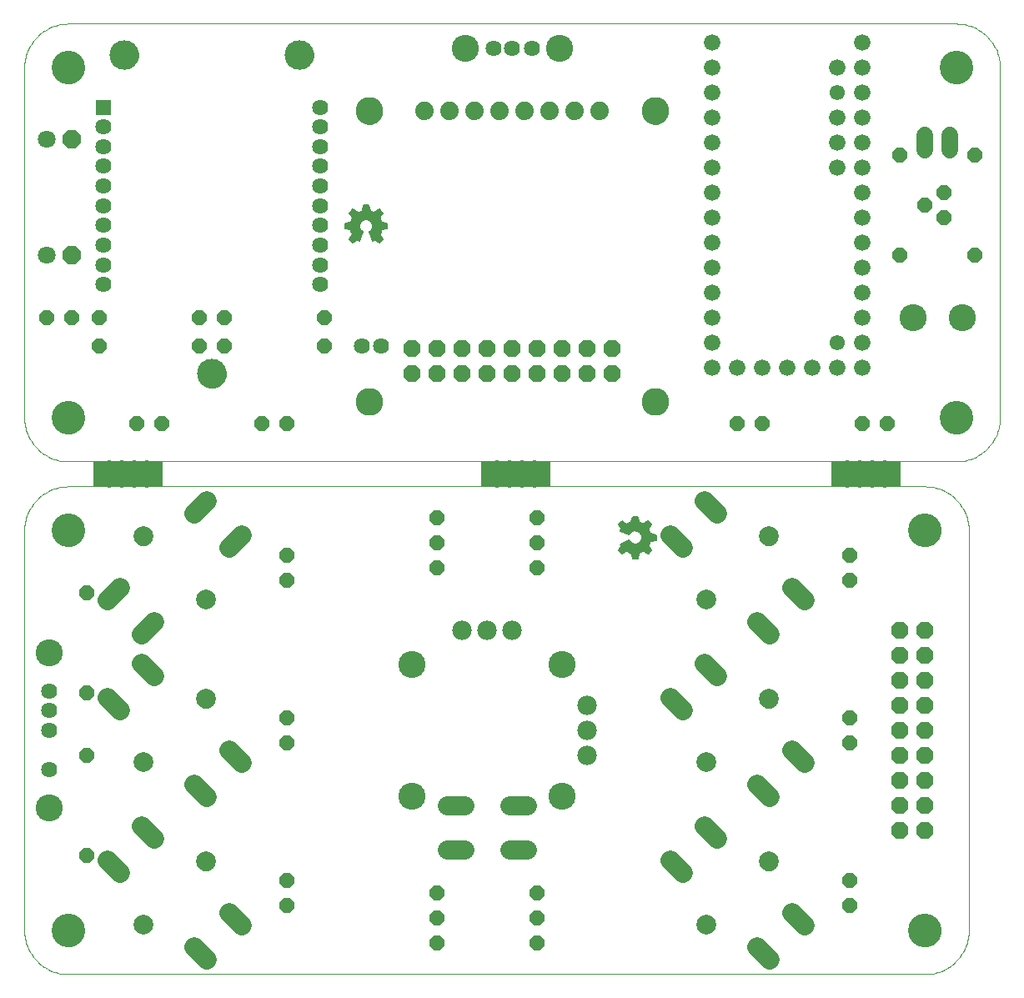
<source format=gbs>
G75*
G70*
%OFA0B0*%
%FSLAX24Y24*%
%IPPOS*%
%LPD*%
%AMOC8*
5,1,8,0,0,1.08239X$1,22.5*
%
%ADD10C,0.0000*%
%ADD11C,0.1182*%
%ADD12C,0.0356*%
%ADD13C,0.0001*%
%ADD14C,0.0640*%
%ADD15R,0.0640X0.0640*%
%ADD16C,0.0660*%
%ADD17OC8,0.0600*%
%ADD18C,0.0740*%
%ADD19C,0.1104*%
%ADD20OC8,0.0710*%
%ADD21C,0.0710*%
%ADD22C,0.1340*%
%ADD23C,0.1080*%
%ADD24C,0.0060*%
%ADD25OC8,0.0680*%
%ADD26C,0.0674*%
%ADD27C,0.0780*%
%ADD28C,0.0780*%
%ADD29C,0.0785*%
%ADD30C,0.0790*%
%ADD31C,0.0611*%
D10*
X001887Y002749D02*
X001887Y018749D01*
X003007Y018749D02*
X003009Y018799D01*
X003015Y018849D01*
X003025Y018898D01*
X003039Y018946D01*
X003056Y018993D01*
X003077Y019038D01*
X003102Y019082D01*
X003130Y019123D01*
X003162Y019162D01*
X003196Y019199D01*
X003233Y019233D01*
X003273Y019263D01*
X003315Y019290D01*
X003359Y019314D01*
X003405Y019335D01*
X003452Y019351D01*
X003500Y019364D01*
X003550Y019373D01*
X003599Y019378D01*
X003650Y019379D01*
X003700Y019376D01*
X003749Y019369D01*
X003798Y019358D01*
X003846Y019343D01*
X003892Y019325D01*
X003937Y019303D01*
X003980Y019277D01*
X004021Y019248D01*
X004060Y019216D01*
X004096Y019181D01*
X004128Y019143D01*
X004158Y019103D01*
X004185Y019060D01*
X004208Y019016D01*
X004227Y018970D01*
X004243Y018922D01*
X004255Y018873D01*
X004263Y018824D01*
X004267Y018774D01*
X004267Y018724D01*
X004263Y018674D01*
X004255Y018625D01*
X004243Y018576D01*
X004227Y018528D01*
X004208Y018482D01*
X004185Y018438D01*
X004158Y018395D01*
X004128Y018355D01*
X004096Y018317D01*
X004060Y018282D01*
X004021Y018250D01*
X003980Y018221D01*
X003937Y018195D01*
X003892Y018173D01*
X003846Y018155D01*
X003798Y018140D01*
X003749Y018129D01*
X003700Y018122D01*
X003650Y018119D01*
X003599Y018120D01*
X003550Y018125D01*
X003500Y018134D01*
X003452Y018147D01*
X003405Y018163D01*
X003359Y018184D01*
X003315Y018208D01*
X003273Y018235D01*
X003233Y018265D01*
X003196Y018299D01*
X003162Y018336D01*
X003130Y018375D01*
X003102Y018416D01*
X003077Y018460D01*
X003056Y018505D01*
X003039Y018552D01*
X003025Y018600D01*
X003015Y018649D01*
X003009Y018699D01*
X003007Y018749D01*
X001887Y018749D02*
X001889Y018832D01*
X001895Y018915D01*
X001905Y018998D01*
X001919Y019080D01*
X001936Y019162D01*
X001958Y019242D01*
X001983Y019321D01*
X002012Y019399D01*
X002045Y019476D01*
X002082Y019551D01*
X002121Y019624D01*
X002165Y019695D01*
X002211Y019764D01*
X002261Y019831D01*
X002314Y019895D01*
X002370Y019957D01*
X002429Y020016D01*
X002491Y020072D01*
X002555Y020125D01*
X002622Y020175D01*
X002691Y020221D01*
X002762Y020265D01*
X002835Y020304D01*
X002910Y020341D01*
X002987Y020374D01*
X003065Y020403D01*
X003144Y020428D01*
X003224Y020450D01*
X003306Y020467D01*
X003388Y020481D01*
X003471Y020491D01*
X003554Y020497D01*
X003637Y020499D01*
X004637Y020499D01*
X004637Y021499D01*
X007387Y021499D01*
X020137Y021499D01*
X020137Y020499D01*
X022887Y020499D01*
X022887Y021499D01*
X020137Y021499D01*
X020637Y020999D02*
X020635Y020955D01*
X020629Y020912D01*
X020620Y020870D01*
X020607Y020828D01*
X020590Y020788D01*
X020570Y020749D01*
X020547Y020712D01*
X020520Y020678D01*
X020491Y020645D01*
X020458Y020616D01*
X020424Y020589D01*
X020387Y020566D01*
X020348Y020546D01*
X020308Y020529D01*
X020266Y020516D01*
X020224Y020507D01*
X020181Y020501D01*
X020137Y020499D01*
X007387Y020499D01*
X004637Y020499D01*
X004681Y020501D01*
X004724Y020507D01*
X004766Y020516D01*
X004808Y020529D01*
X004848Y020546D01*
X004887Y020566D01*
X004924Y020589D01*
X004958Y020616D01*
X004991Y020645D01*
X005020Y020678D01*
X005047Y020712D01*
X005070Y020749D01*
X005090Y020788D01*
X005107Y020828D01*
X005120Y020870D01*
X005129Y020912D01*
X005135Y020955D01*
X005137Y020999D01*
X005124Y020624D02*
X005126Y020647D01*
X005132Y020670D01*
X005142Y020691D01*
X005155Y020711D01*
X005171Y020728D01*
X005190Y020742D01*
X005211Y020752D01*
X005233Y020759D01*
X005256Y020762D01*
X005280Y020761D01*
X005302Y020756D01*
X005324Y020747D01*
X005344Y020735D01*
X005362Y020719D01*
X005376Y020701D01*
X005388Y020681D01*
X005396Y020659D01*
X005400Y020636D01*
X005400Y020612D01*
X005396Y020589D01*
X005388Y020567D01*
X005376Y020547D01*
X005362Y020529D01*
X005344Y020513D01*
X005324Y020501D01*
X005302Y020492D01*
X005280Y020487D01*
X005256Y020486D01*
X005233Y020489D01*
X005211Y020496D01*
X005190Y020506D01*
X005171Y020520D01*
X005155Y020537D01*
X005142Y020557D01*
X005132Y020578D01*
X005126Y020601D01*
X005124Y020624D01*
X005137Y020999D02*
X005135Y021043D01*
X005129Y021086D01*
X005120Y021128D01*
X005107Y021170D01*
X005090Y021210D01*
X005070Y021249D01*
X005047Y021286D01*
X005020Y021320D01*
X004991Y021353D01*
X004958Y021382D01*
X004924Y021409D01*
X004887Y021432D01*
X004848Y021452D01*
X004808Y021469D01*
X004766Y021482D01*
X004724Y021491D01*
X004681Y021497D01*
X004637Y021499D01*
X003637Y021499D01*
X005124Y021374D02*
X005126Y021397D01*
X005132Y021420D01*
X005142Y021441D01*
X005155Y021461D01*
X005171Y021478D01*
X005190Y021492D01*
X005211Y021502D01*
X005233Y021509D01*
X005256Y021512D01*
X005280Y021511D01*
X005302Y021506D01*
X005324Y021497D01*
X005344Y021485D01*
X005362Y021469D01*
X005376Y021451D01*
X005388Y021431D01*
X005396Y021409D01*
X005400Y021386D01*
X005400Y021362D01*
X005396Y021339D01*
X005388Y021317D01*
X005376Y021297D01*
X005362Y021279D01*
X005344Y021263D01*
X005324Y021251D01*
X005302Y021242D01*
X005280Y021237D01*
X005256Y021236D01*
X005233Y021239D01*
X005211Y021246D01*
X005190Y021256D01*
X005171Y021270D01*
X005155Y021287D01*
X005142Y021307D01*
X005132Y021328D01*
X005126Y021351D01*
X005124Y021374D01*
X005624Y021374D02*
X005626Y021397D01*
X005632Y021420D01*
X005642Y021441D01*
X005655Y021461D01*
X005671Y021478D01*
X005690Y021492D01*
X005711Y021502D01*
X005733Y021509D01*
X005756Y021512D01*
X005780Y021511D01*
X005802Y021506D01*
X005824Y021497D01*
X005844Y021485D01*
X005862Y021469D01*
X005876Y021451D01*
X005888Y021431D01*
X005896Y021409D01*
X005900Y021386D01*
X005900Y021362D01*
X005896Y021339D01*
X005888Y021317D01*
X005876Y021297D01*
X005862Y021279D01*
X005844Y021263D01*
X005824Y021251D01*
X005802Y021242D01*
X005780Y021237D01*
X005756Y021236D01*
X005733Y021239D01*
X005711Y021246D01*
X005690Y021256D01*
X005671Y021270D01*
X005655Y021287D01*
X005642Y021307D01*
X005632Y021328D01*
X005626Y021351D01*
X005624Y021374D01*
X006124Y021374D02*
X006126Y021397D01*
X006132Y021420D01*
X006142Y021441D01*
X006155Y021461D01*
X006171Y021478D01*
X006190Y021492D01*
X006211Y021502D01*
X006233Y021509D01*
X006256Y021512D01*
X006280Y021511D01*
X006302Y021506D01*
X006324Y021497D01*
X006344Y021485D01*
X006362Y021469D01*
X006376Y021451D01*
X006388Y021431D01*
X006396Y021409D01*
X006400Y021386D01*
X006400Y021362D01*
X006396Y021339D01*
X006388Y021317D01*
X006376Y021297D01*
X006362Y021279D01*
X006344Y021263D01*
X006324Y021251D01*
X006302Y021242D01*
X006280Y021237D01*
X006256Y021236D01*
X006233Y021239D01*
X006211Y021246D01*
X006190Y021256D01*
X006171Y021270D01*
X006155Y021287D01*
X006142Y021307D01*
X006132Y021328D01*
X006126Y021351D01*
X006124Y021374D01*
X006624Y021374D02*
X006626Y021397D01*
X006632Y021420D01*
X006642Y021441D01*
X006655Y021461D01*
X006671Y021478D01*
X006690Y021492D01*
X006711Y021502D01*
X006733Y021509D01*
X006756Y021512D01*
X006780Y021511D01*
X006802Y021506D01*
X006824Y021497D01*
X006844Y021485D01*
X006862Y021469D01*
X006876Y021451D01*
X006888Y021431D01*
X006896Y021409D01*
X006900Y021386D01*
X006900Y021362D01*
X006896Y021339D01*
X006888Y021317D01*
X006876Y021297D01*
X006862Y021279D01*
X006844Y021263D01*
X006824Y021251D01*
X006802Y021242D01*
X006780Y021237D01*
X006756Y021236D01*
X006733Y021239D01*
X006711Y021246D01*
X006690Y021256D01*
X006671Y021270D01*
X006655Y021287D01*
X006642Y021307D01*
X006632Y021328D01*
X006626Y021351D01*
X006624Y021374D01*
X006624Y020624D02*
X006626Y020647D01*
X006632Y020670D01*
X006642Y020691D01*
X006655Y020711D01*
X006671Y020728D01*
X006690Y020742D01*
X006711Y020752D01*
X006733Y020759D01*
X006756Y020762D01*
X006780Y020761D01*
X006802Y020756D01*
X006824Y020747D01*
X006844Y020735D01*
X006862Y020719D01*
X006876Y020701D01*
X006888Y020681D01*
X006896Y020659D01*
X006900Y020636D01*
X006900Y020612D01*
X006896Y020589D01*
X006888Y020567D01*
X006876Y020547D01*
X006862Y020529D01*
X006844Y020513D01*
X006824Y020501D01*
X006802Y020492D01*
X006780Y020487D01*
X006756Y020486D01*
X006733Y020489D01*
X006711Y020496D01*
X006690Y020506D01*
X006671Y020520D01*
X006655Y020537D01*
X006642Y020557D01*
X006632Y020578D01*
X006626Y020601D01*
X006624Y020624D01*
X006124Y020624D02*
X006126Y020647D01*
X006132Y020670D01*
X006142Y020691D01*
X006155Y020711D01*
X006171Y020728D01*
X006190Y020742D01*
X006211Y020752D01*
X006233Y020759D01*
X006256Y020762D01*
X006280Y020761D01*
X006302Y020756D01*
X006324Y020747D01*
X006344Y020735D01*
X006362Y020719D01*
X006376Y020701D01*
X006388Y020681D01*
X006396Y020659D01*
X006400Y020636D01*
X006400Y020612D01*
X006396Y020589D01*
X006388Y020567D01*
X006376Y020547D01*
X006362Y020529D01*
X006344Y020513D01*
X006324Y020501D01*
X006302Y020492D01*
X006280Y020487D01*
X006256Y020486D01*
X006233Y020489D01*
X006211Y020496D01*
X006190Y020506D01*
X006171Y020520D01*
X006155Y020537D01*
X006142Y020557D01*
X006132Y020578D01*
X006126Y020601D01*
X006124Y020624D01*
X005624Y020624D02*
X005626Y020647D01*
X005632Y020670D01*
X005642Y020691D01*
X005655Y020711D01*
X005671Y020728D01*
X005690Y020742D01*
X005711Y020752D01*
X005733Y020759D01*
X005756Y020762D01*
X005780Y020761D01*
X005802Y020756D01*
X005824Y020747D01*
X005844Y020735D01*
X005862Y020719D01*
X005876Y020701D01*
X005888Y020681D01*
X005896Y020659D01*
X005900Y020636D01*
X005900Y020612D01*
X005896Y020589D01*
X005888Y020567D01*
X005876Y020547D01*
X005862Y020529D01*
X005844Y020513D01*
X005824Y020501D01*
X005802Y020492D01*
X005780Y020487D01*
X005756Y020486D01*
X005733Y020489D01*
X005711Y020496D01*
X005690Y020506D01*
X005671Y020520D01*
X005655Y020537D01*
X005642Y020557D01*
X005632Y020578D01*
X005626Y020601D01*
X005624Y020624D01*
X007387Y020499D02*
X007387Y021499D01*
X006887Y020999D02*
X006889Y020955D01*
X006895Y020912D01*
X006904Y020870D01*
X006917Y020828D01*
X006934Y020788D01*
X006954Y020749D01*
X006977Y020712D01*
X007004Y020678D01*
X007033Y020645D01*
X007066Y020616D01*
X007100Y020589D01*
X007137Y020566D01*
X007176Y020546D01*
X007216Y020529D01*
X007258Y020516D01*
X007300Y020507D01*
X007343Y020501D01*
X007387Y020499D01*
X006887Y020999D02*
X006889Y021043D01*
X006895Y021086D01*
X006904Y021128D01*
X006917Y021170D01*
X006934Y021210D01*
X006954Y021249D01*
X006977Y021286D01*
X007004Y021320D01*
X007033Y021353D01*
X007066Y021382D01*
X007100Y021409D01*
X007137Y021432D01*
X007176Y021452D01*
X007216Y021469D01*
X007258Y021482D01*
X007300Y021491D01*
X007343Y021497D01*
X007387Y021499D01*
X006280Y018501D02*
X006282Y018538D01*
X006288Y018575D01*
X006297Y018611D01*
X006311Y018645D01*
X006328Y018678D01*
X006348Y018710D01*
X006371Y018739D01*
X006397Y018765D01*
X006426Y018788D01*
X006457Y018808D01*
X006491Y018825D01*
X006525Y018839D01*
X006561Y018848D01*
X006598Y018854D01*
X006635Y018856D01*
X006672Y018854D01*
X006709Y018848D01*
X006745Y018839D01*
X006779Y018825D01*
X006812Y018808D01*
X006844Y018788D01*
X006873Y018765D01*
X006899Y018739D01*
X006922Y018710D01*
X006942Y018679D01*
X006959Y018645D01*
X006973Y018611D01*
X006982Y018575D01*
X006988Y018538D01*
X006990Y018501D01*
X006988Y018464D01*
X006982Y018427D01*
X006973Y018391D01*
X006959Y018357D01*
X006942Y018324D01*
X006922Y018292D01*
X006899Y018263D01*
X006873Y018237D01*
X006844Y018214D01*
X006813Y018194D01*
X006779Y018177D01*
X006745Y018163D01*
X006709Y018154D01*
X006672Y018148D01*
X006635Y018146D01*
X006598Y018148D01*
X006561Y018154D01*
X006525Y018163D01*
X006491Y018177D01*
X006458Y018194D01*
X006426Y018214D01*
X006397Y018237D01*
X006371Y018263D01*
X006348Y018292D01*
X006328Y018323D01*
X006311Y018357D01*
X006297Y018391D01*
X006288Y018427D01*
X006282Y018464D01*
X006280Y018501D01*
X008784Y015998D02*
X008786Y016035D01*
X008792Y016072D01*
X008801Y016108D01*
X008815Y016142D01*
X008832Y016175D01*
X008852Y016207D01*
X008875Y016236D01*
X008901Y016262D01*
X008930Y016285D01*
X008961Y016305D01*
X008995Y016322D01*
X009029Y016336D01*
X009065Y016345D01*
X009102Y016351D01*
X009139Y016353D01*
X009176Y016351D01*
X009213Y016345D01*
X009249Y016336D01*
X009283Y016322D01*
X009316Y016305D01*
X009348Y016285D01*
X009377Y016262D01*
X009403Y016236D01*
X009426Y016207D01*
X009446Y016176D01*
X009463Y016142D01*
X009477Y016108D01*
X009486Y016072D01*
X009492Y016035D01*
X009494Y015998D01*
X009492Y015961D01*
X009486Y015924D01*
X009477Y015888D01*
X009463Y015854D01*
X009446Y015821D01*
X009426Y015789D01*
X009403Y015760D01*
X009377Y015734D01*
X009348Y015711D01*
X009317Y015691D01*
X009283Y015674D01*
X009249Y015660D01*
X009213Y015651D01*
X009176Y015645D01*
X009139Y015643D01*
X009102Y015645D01*
X009065Y015651D01*
X009029Y015660D01*
X008995Y015674D01*
X008962Y015691D01*
X008930Y015711D01*
X008901Y015734D01*
X008875Y015760D01*
X008852Y015789D01*
X008832Y015820D01*
X008815Y015854D01*
X008801Y015888D01*
X008792Y015924D01*
X008786Y015961D01*
X008784Y015998D01*
X008784Y012001D02*
X008786Y012038D01*
X008792Y012075D01*
X008801Y012111D01*
X008815Y012145D01*
X008832Y012178D01*
X008852Y012210D01*
X008875Y012239D01*
X008901Y012265D01*
X008930Y012288D01*
X008961Y012308D01*
X008995Y012325D01*
X009029Y012339D01*
X009065Y012348D01*
X009102Y012354D01*
X009139Y012356D01*
X009176Y012354D01*
X009213Y012348D01*
X009249Y012339D01*
X009283Y012325D01*
X009316Y012308D01*
X009348Y012288D01*
X009377Y012265D01*
X009403Y012239D01*
X009426Y012210D01*
X009446Y012179D01*
X009463Y012145D01*
X009477Y012111D01*
X009486Y012075D01*
X009492Y012038D01*
X009494Y012001D01*
X009492Y011964D01*
X009486Y011927D01*
X009477Y011891D01*
X009463Y011857D01*
X009446Y011824D01*
X009426Y011792D01*
X009403Y011763D01*
X009377Y011737D01*
X009348Y011714D01*
X009317Y011694D01*
X009283Y011677D01*
X009249Y011663D01*
X009213Y011654D01*
X009176Y011648D01*
X009139Y011646D01*
X009102Y011648D01*
X009065Y011654D01*
X009029Y011663D01*
X008995Y011677D01*
X008962Y011694D01*
X008930Y011714D01*
X008901Y011737D01*
X008875Y011763D01*
X008852Y011792D01*
X008832Y011823D01*
X008815Y011857D01*
X008801Y011891D01*
X008792Y011927D01*
X008786Y011964D01*
X008784Y012001D01*
X006280Y009498D02*
X006282Y009535D01*
X006288Y009572D01*
X006297Y009608D01*
X006311Y009642D01*
X006328Y009675D01*
X006348Y009707D01*
X006371Y009736D01*
X006397Y009762D01*
X006426Y009785D01*
X006457Y009805D01*
X006491Y009822D01*
X006525Y009836D01*
X006561Y009845D01*
X006598Y009851D01*
X006635Y009853D01*
X006672Y009851D01*
X006709Y009845D01*
X006745Y009836D01*
X006779Y009822D01*
X006812Y009805D01*
X006844Y009785D01*
X006873Y009762D01*
X006899Y009736D01*
X006922Y009707D01*
X006942Y009676D01*
X006959Y009642D01*
X006973Y009608D01*
X006982Y009572D01*
X006988Y009535D01*
X006990Y009498D01*
X006988Y009461D01*
X006982Y009424D01*
X006973Y009388D01*
X006959Y009354D01*
X006942Y009321D01*
X006922Y009289D01*
X006899Y009260D01*
X006873Y009234D01*
X006844Y009211D01*
X006813Y009191D01*
X006779Y009174D01*
X006745Y009160D01*
X006709Y009151D01*
X006672Y009145D01*
X006635Y009143D01*
X006598Y009145D01*
X006561Y009151D01*
X006525Y009160D01*
X006491Y009174D01*
X006458Y009191D01*
X006426Y009211D01*
X006397Y009234D01*
X006371Y009260D01*
X006348Y009289D01*
X006328Y009320D01*
X006311Y009354D01*
X006297Y009388D01*
X006288Y009424D01*
X006282Y009461D01*
X006280Y009498D01*
X008784Y005501D02*
X008786Y005538D01*
X008792Y005575D01*
X008801Y005611D01*
X008815Y005645D01*
X008832Y005678D01*
X008852Y005710D01*
X008875Y005739D01*
X008901Y005765D01*
X008930Y005788D01*
X008961Y005808D01*
X008995Y005825D01*
X009029Y005839D01*
X009065Y005848D01*
X009102Y005854D01*
X009139Y005856D01*
X009176Y005854D01*
X009213Y005848D01*
X009249Y005839D01*
X009283Y005825D01*
X009316Y005808D01*
X009348Y005788D01*
X009377Y005765D01*
X009403Y005739D01*
X009426Y005710D01*
X009446Y005679D01*
X009463Y005645D01*
X009477Y005611D01*
X009486Y005575D01*
X009492Y005538D01*
X009494Y005501D01*
X009492Y005464D01*
X009486Y005427D01*
X009477Y005391D01*
X009463Y005357D01*
X009446Y005324D01*
X009426Y005292D01*
X009403Y005263D01*
X009377Y005237D01*
X009348Y005214D01*
X009317Y005194D01*
X009283Y005177D01*
X009249Y005163D01*
X009213Y005154D01*
X009176Y005148D01*
X009139Y005146D01*
X009102Y005148D01*
X009065Y005154D01*
X009029Y005163D01*
X008995Y005177D01*
X008962Y005194D01*
X008930Y005214D01*
X008901Y005237D01*
X008875Y005263D01*
X008852Y005292D01*
X008832Y005323D01*
X008815Y005357D01*
X008801Y005391D01*
X008792Y005427D01*
X008786Y005464D01*
X008784Y005501D01*
X006280Y002998D02*
X006282Y003035D01*
X006288Y003072D01*
X006297Y003108D01*
X006311Y003142D01*
X006328Y003175D01*
X006348Y003207D01*
X006371Y003236D01*
X006397Y003262D01*
X006426Y003285D01*
X006457Y003305D01*
X006491Y003322D01*
X006525Y003336D01*
X006561Y003345D01*
X006598Y003351D01*
X006635Y003353D01*
X006672Y003351D01*
X006709Y003345D01*
X006745Y003336D01*
X006779Y003322D01*
X006812Y003305D01*
X006844Y003285D01*
X006873Y003262D01*
X006899Y003236D01*
X006922Y003207D01*
X006942Y003176D01*
X006959Y003142D01*
X006973Y003108D01*
X006982Y003072D01*
X006988Y003035D01*
X006990Y002998D01*
X006988Y002961D01*
X006982Y002924D01*
X006973Y002888D01*
X006959Y002854D01*
X006942Y002821D01*
X006922Y002789D01*
X006899Y002760D01*
X006873Y002734D01*
X006844Y002711D01*
X006813Y002691D01*
X006779Y002674D01*
X006745Y002660D01*
X006709Y002651D01*
X006672Y002645D01*
X006635Y002643D01*
X006598Y002645D01*
X006561Y002651D01*
X006525Y002660D01*
X006491Y002674D01*
X006458Y002691D01*
X006426Y002711D01*
X006397Y002734D01*
X006371Y002760D01*
X006348Y002789D01*
X006328Y002820D01*
X006311Y002854D01*
X006297Y002888D01*
X006288Y002924D01*
X006282Y002961D01*
X006280Y002998D01*
X003007Y002749D02*
X003009Y002799D01*
X003015Y002849D01*
X003025Y002898D01*
X003039Y002946D01*
X003056Y002993D01*
X003077Y003038D01*
X003102Y003082D01*
X003130Y003123D01*
X003162Y003162D01*
X003196Y003199D01*
X003233Y003233D01*
X003273Y003263D01*
X003315Y003290D01*
X003359Y003314D01*
X003405Y003335D01*
X003452Y003351D01*
X003500Y003364D01*
X003550Y003373D01*
X003599Y003378D01*
X003650Y003379D01*
X003700Y003376D01*
X003749Y003369D01*
X003798Y003358D01*
X003846Y003343D01*
X003892Y003325D01*
X003937Y003303D01*
X003980Y003277D01*
X004021Y003248D01*
X004060Y003216D01*
X004096Y003181D01*
X004128Y003143D01*
X004158Y003103D01*
X004185Y003060D01*
X004208Y003016D01*
X004227Y002970D01*
X004243Y002922D01*
X004255Y002873D01*
X004263Y002824D01*
X004267Y002774D01*
X004267Y002724D01*
X004263Y002674D01*
X004255Y002625D01*
X004243Y002576D01*
X004227Y002528D01*
X004208Y002482D01*
X004185Y002438D01*
X004158Y002395D01*
X004128Y002355D01*
X004096Y002317D01*
X004060Y002282D01*
X004021Y002250D01*
X003980Y002221D01*
X003937Y002195D01*
X003892Y002173D01*
X003846Y002155D01*
X003798Y002140D01*
X003749Y002129D01*
X003700Y002122D01*
X003650Y002119D01*
X003599Y002120D01*
X003550Y002125D01*
X003500Y002134D01*
X003452Y002147D01*
X003405Y002163D01*
X003359Y002184D01*
X003315Y002208D01*
X003273Y002235D01*
X003233Y002265D01*
X003196Y002299D01*
X003162Y002336D01*
X003130Y002375D01*
X003102Y002416D01*
X003077Y002460D01*
X003056Y002505D01*
X003039Y002552D01*
X003025Y002600D01*
X003015Y002649D01*
X003009Y002699D01*
X003007Y002749D01*
X001887Y002749D02*
X001889Y002666D01*
X001895Y002583D01*
X001905Y002500D01*
X001919Y002418D01*
X001936Y002336D01*
X001958Y002256D01*
X001983Y002177D01*
X002012Y002099D01*
X002045Y002022D01*
X002082Y001947D01*
X002121Y001874D01*
X002165Y001803D01*
X002211Y001734D01*
X002261Y001667D01*
X002314Y001603D01*
X002370Y001541D01*
X002429Y001482D01*
X002491Y001426D01*
X002555Y001373D01*
X002622Y001323D01*
X002691Y001277D01*
X002762Y001233D01*
X002835Y001194D01*
X002910Y001157D01*
X002987Y001124D01*
X003065Y001095D01*
X003144Y001070D01*
X003224Y001048D01*
X003306Y001031D01*
X003388Y001017D01*
X003471Y001007D01*
X003554Y001001D01*
X003637Y000999D01*
X037887Y000999D01*
X037257Y002749D02*
X037259Y002799D01*
X037265Y002849D01*
X037275Y002898D01*
X037289Y002946D01*
X037306Y002993D01*
X037327Y003038D01*
X037352Y003082D01*
X037380Y003123D01*
X037412Y003162D01*
X037446Y003199D01*
X037483Y003233D01*
X037523Y003263D01*
X037565Y003290D01*
X037609Y003314D01*
X037655Y003335D01*
X037702Y003351D01*
X037750Y003364D01*
X037800Y003373D01*
X037849Y003378D01*
X037900Y003379D01*
X037950Y003376D01*
X037999Y003369D01*
X038048Y003358D01*
X038096Y003343D01*
X038142Y003325D01*
X038187Y003303D01*
X038230Y003277D01*
X038271Y003248D01*
X038310Y003216D01*
X038346Y003181D01*
X038378Y003143D01*
X038408Y003103D01*
X038435Y003060D01*
X038458Y003016D01*
X038477Y002970D01*
X038493Y002922D01*
X038505Y002873D01*
X038513Y002824D01*
X038517Y002774D01*
X038517Y002724D01*
X038513Y002674D01*
X038505Y002625D01*
X038493Y002576D01*
X038477Y002528D01*
X038458Y002482D01*
X038435Y002438D01*
X038408Y002395D01*
X038378Y002355D01*
X038346Y002317D01*
X038310Y002282D01*
X038271Y002250D01*
X038230Y002221D01*
X038187Y002195D01*
X038142Y002173D01*
X038096Y002155D01*
X038048Y002140D01*
X037999Y002129D01*
X037950Y002122D01*
X037900Y002119D01*
X037849Y002120D01*
X037800Y002125D01*
X037750Y002134D01*
X037702Y002147D01*
X037655Y002163D01*
X037609Y002184D01*
X037565Y002208D01*
X037523Y002235D01*
X037483Y002265D01*
X037446Y002299D01*
X037412Y002336D01*
X037380Y002375D01*
X037352Y002416D01*
X037327Y002460D01*
X037306Y002505D01*
X037289Y002552D01*
X037275Y002600D01*
X037265Y002649D01*
X037259Y002699D01*
X037257Y002749D01*
X037887Y000999D02*
X037970Y001001D01*
X038053Y001007D01*
X038136Y001017D01*
X038218Y001031D01*
X038300Y001048D01*
X038380Y001070D01*
X038459Y001095D01*
X038537Y001124D01*
X038614Y001157D01*
X038689Y001194D01*
X038762Y001233D01*
X038833Y001277D01*
X038902Y001323D01*
X038969Y001373D01*
X039033Y001426D01*
X039095Y001482D01*
X039154Y001541D01*
X039210Y001603D01*
X039263Y001667D01*
X039313Y001734D01*
X039359Y001803D01*
X039403Y001874D01*
X039442Y001947D01*
X039479Y002022D01*
X039512Y002099D01*
X039541Y002177D01*
X039566Y002256D01*
X039588Y002336D01*
X039605Y002418D01*
X039619Y002500D01*
X039629Y002583D01*
X039635Y002666D01*
X039637Y002749D01*
X039637Y018749D01*
X037257Y018749D02*
X037259Y018799D01*
X037265Y018849D01*
X037275Y018898D01*
X037289Y018946D01*
X037306Y018993D01*
X037327Y019038D01*
X037352Y019082D01*
X037380Y019123D01*
X037412Y019162D01*
X037446Y019199D01*
X037483Y019233D01*
X037523Y019263D01*
X037565Y019290D01*
X037609Y019314D01*
X037655Y019335D01*
X037702Y019351D01*
X037750Y019364D01*
X037800Y019373D01*
X037849Y019378D01*
X037900Y019379D01*
X037950Y019376D01*
X037999Y019369D01*
X038048Y019358D01*
X038096Y019343D01*
X038142Y019325D01*
X038187Y019303D01*
X038230Y019277D01*
X038271Y019248D01*
X038310Y019216D01*
X038346Y019181D01*
X038378Y019143D01*
X038408Y019103D01*
X038435Y019060D01*
X038458Y019016D01*
X038477Y018970D01*
X038493Y018922D01*
X038505Y018873D01*
X038513Y018824D01*
X038517Y018774D01*
X038517Y018724D01*
X038513Y018674D01*
X038505Y018625D01*
X038493Y018576D01*
X038477Y018528D01*
X038458Y018482D01*
X038435Y018438D01*
X038408Y018395D01*
X038378Y018355D01*
X038346Y018317D01*
X038310Y018282D01*
X038271Y018250D01*
X038230Y018221D01*
X038187Y018195D01*
X038142Y018173D01*
X038096Y018155D01*
X038048Y018140D01*
X037999Y018129D01*
X037950Y018122D01*
X037900Y018119D01*
X037849Y018120D01*
X037800Y018125D01*
X037750Y018134D01*
X037702Y018147D01*
X037655Y018163D01*
X037609Y018184D01*
X037565Y018208D01*
X037523Y018235D01*
X037483Y018265D01*
X037446Y018299D01*
X037412Y018336D01*
X037380Y018375D01*
X037352Y018416D01*
X037327Y018460D01*
X037306Y018505D01*
X037289Y018552D01*
X037275Y018600D01*
X037265Y018649D01*
X037259Y018699D01*
X037257Y018749D01*
X037887Y020499D02*
X037970Y020497D01*
X038053Y020491D01*
X038136Y020481D01*
X038218Y020467D01*
X038300Y020450D01*
X038380Y020428D01*
X038459Y020403D01*
X038537Y020374D01*
X038614Y020341D01*
X038689Y020304D01*
X038762Y020265D01*
X038833Y020221D01*
X038902Y020175D01*
X038969Y020125D01*
X039033Y020072D01*
X039095Y020016D01*
X039154Y019957D01*
X039210Y019895D01*
X039263Y019831D01*
X039313Y019764D01*
X039359Y019695D01*
X039403Y019624D01*
X039442Y019551D01*
X039479Y019476D01*
X039512Y019399D01*
X039541Y019321D01*
X039566Y019242D01*
X039588Y019162D01*
X039605Y019080D01*
X039619Y018998D01*
X039629Y018915D01*
X039635Y018832D01*
X039637Y018749D01*
X037887Y020499D02*
X036887Y020499D01*
X036887Y021499D01*
X034137Y021499D01*
X022887Y021499D01*
X022387Y020999D02*
X022389Y020955D01*
X022395Y020912D01*
X022404Y020870D01*
X022417Y020828D01*
X022434Y020788D01*
X022454Y020749D01*
X022477Y020712D01*
X022504Y020678D01*
X022533Y020645D01*
X022566Y020616D01*
X022600Y020589D01*
X022637Y020566D01*
X022676Y020546D01*
X022716Y020529D01*
X022758Y020516D01*
X022800Y020507D01*
X022843Y020501D01*
X022887Y020499D01*
X034137Y020499D01*
X034137Y021499D01*
X034181Y021497D01*
X034224Y021491D01*
X034266Y021482D01*
X034308Y021469D01*
X034348Y021452D01*
X034387Y021432D01*
X034424Y021409D01*
X034458Y021382D01*
X034491Y021353D01*
X034520Y021320D01*
X034547Y021286D01*
X034570Y021249D01*
X034590Y021210D01*
X034607Y021170D01*
X034620Y021128D01*
X034629Y021086D01*
X034635Y021043D01*
X034637Y020999D01*
X034624Y020624D02*
X034626Y020647D01*
X034632Y020670D01*
X034642Y020691D01*
X034655Y020711D01*
X034671Y020728D01*
X034690Y020742D01*
X034711Y020752D01*
X034733Y020759D01*
X034756Y020762D01*
X034780Y020761D01*
X034802Y020756D01*
X034824Y020747D01*
X034844Y020735D01*
X034862Y020719D01*
X034876Y020701D01*
X034888Y020681D01*
X034896Y020659D01*
X034900Y020636D01*
X034900Y020612D01*
X034896Y020589D01*
X034888Y020567D01*
X034876Y020547D01*
X034862Y020529D01*
X034844Y020513D01*
X034824Y020501D01*
X034802Y020492D01*
X034780Y020487D01*
X034756Y020486D01*
X034733Y020489D01*
X034711Y020496D01*
X034690Y020506D01*
X034671Y020520D01*
X034655Y020537D01*
X034642Y020557D01*
X034632Y020578D01*
X034626Y020601D01*
X034624Y020624D01*
X034137Y020499D02*
X036887Y020499D01*
X036387Y020999D02*
X036389Y021043D01*
X036395Y021086D01*
X036404Y021128D01*
X036417Y021170D01*
X036434Y021210D01*
X036454Y021249D01*
X036477Y021286D01*
X036504Y021320D01*
X036533Y021353D01*
X036566Y021382D01*
X036600Y021409D01*
X036637Y021432D01*
X036676Y021452D01*
X036716Y021469D01*
X036758Y021482D01*
X036800Y021491D01*
X036843Y021497D01*
X036887Y021499D01*
X039137Y021499D01*
X038507Y023249D02*
X038509Y023299D01*
X038515Y023349D01*
X038525Y023398D01*
X038539Y023446D01*
X038556Y023493D01*
X038577Y023538D01*
X038602Y023582D01*
X038630Y023623D01*
X038662Y023662D01*
X038696Y023699D01*
X038733Y023733D01*
X038773Y023763D01*
X038815Y023790D01*
X038859Y023814D01*
X038905Y023835D01*
X038952Y023851D01*
X039000Y023864D01*
X039050Y023873D01*
X039099Y023878D01*
X039150Y023879D01*
X039200Y023876D01*
X039249Y023869D01*
X039298Y023858D01*
X039346Y023843D01*
X039392Y023825D01*
X039437Y023803D01*
X039480Y023777D01*
X039521Y023748D01*
X039560Y023716D01*
X039596Y023681D01*
X039628Y023643D01*
X039658Y023603D01*
X039685Y023560D01*
X039708Y023516D01*
X039727Y023470D01*
X039743Y023422D01*
X039755Y023373D01*
X039763Y023324D01*
X039767Y023274D01*
X039767Y023224D01*
X039763Y023174D01*
X039755Y023125D01*
X039743Y023076D01*
X039727Y023028D01*
X039708Y022982D01*
X039685Y022938D01*
X039658Y022895D01*
X039628Y022855D01*
X039596Y022817D01*
X039560Y022782D01*
X039521Y022750D01*
X039480Y022721D01*
X039437Y022695D01*
X039392Y022673D01*
X039346Y022655D01*
X039298Y022640D01*
X039249Y022629D01*
X039200Y022622D01*
X039150Y022619D01*
X039099Y022620D01*
X039050Y022625D01*
X039000Y022634D01*
X038952Y022647D01*
X038905Y022663D01*
X038859Y022684D01*
X038815Y022708D01*
X038773Y022735D01*
X038733Y022765D01*
X038696Y022799D01*
X038662Y022836D01*
X038630Y022875D01*
X038602Y022916D01*
X038577Y022960D01*
X038556Y023005D01*
X038539Y023052D01*
X038525Y023100D01*
X038515Y023149D01*
X038509Y023199D01*
X038507Y023249D01*
X039137Y021499D02*
X039220Y021501D01*
X039303Y021507D01*
X039386Y021517D01*
X039468Y021531D01*
X039550Y021548D01*
X039630Y021570D01*
X039709Y021595D01*
X039787Y021624D01*
X039864Y021657D01*
X039939Y021694D01*
X040012Y021733D01*
X040083Y021777D01*
X040152Y021823D01*
X040219Y021873D01*
X040283Y021926D01*
X040345Y021982D01*
X040404Y022041D01*
X040460Y022103D01*
X040513Y022167D01*
X040563Y022234D01*
X040609Y022303D01*
X040653Y022374D01*
X040692Y022447D01*
X040729Y022522D01*
X040762Y022599D01*
X040791Y022677D01*
X040816Y022756D01*
X040838Y022836D01*
X040855Y022918D01*
X040869Y023000D01*
X040879Y023083D01*
X040885Y023166D01*
X040887Y023249D01*
X040887Y037249D01*
X038507Y037249D02*
X038509Y037299D01*
X038515Y037349D01*
X038525Y037398D01*
X038539Y037446D01*
X038556Y037493D01*
X038577Y037538D01*
X038602Y037582D01*
X038630Y037623D01*
X038662Y037662D01*
X038696Y037699D01*
X038733Y037733D01*
X038773Y037763D01*
X038815Y037790D01*
X038859Y037814D01*
X038905Y037835D01*
X038952Y037851D01*
X039000Y037864D01*
X039050Y037873D01*
X039099Y037878D01*
X039150Y037879D01*
X039200Y037876D01*
X039249Y037869D01*
X039298Y037858D01*
X039346Y037843D01*
X039392Y037825D01*
X039437Y037803D01*
X039480Y037777D01*
X039521Y037748D01*
X039560Y037716D01*
X039596Y037681D01*
X039628Y037643D01*
X039658Y037603D01*
X039685Y037560D01*
X039708Y037516D01*
X039727Y037470D01*
X039743Y037422D01*
X039755Y037373D01*
X039763Y037324D01*
X039767Y037274D01*
X039767Y037224D01*
X039763Y037174D01*
X039755Y037125D01*
X039743Y037076D01*
X039727Y037028D01*
X039708Y036982D01*
X039685Y036938D01*
X039658Y036895D01*
X039628Y036855D01*
X039596Y036817D01*
X039560Y036782D01*
X039521Y036750D01*
X039480Y036721D01*
X039437Y036695D01*
X039392Y036673D01*
X039346Y036655D01*
X039298Y036640D01*
X039249Y036629D01*
X039200Y036622D01*
X039150Y036619D01*
X039099Y036620D01*
X039050Y036625D01*
X039000Y036634D01*
X038952Y036647D01*
X038905Y036663D01*
X038859Y036684D01*
X038815Y036708D01*
X038773Y036735D01*
X038733Y036765D01*
X038696Y036799D01*
X038662Y036836D01*
X038630Y036875D01*
X038602Y036916D01*
X038577Y036960D01*
X038556Y037005D01*
X038539Y037052D01*
X038525Y037100D01*
X038515Y037149D01*
X038509Y037199D01*
X038507Y037249D01*
X039137Y038999D02*
X039220Y038997D01*
X039303Y038991D01*
X039386Y038981D01*
X039468Y038967D01*
X039550Y038950D01*
X039630Y038928D01*
X039709Y038903D01*
X039787Y038874D01*
X039864Y038841D01*
X039939Y038804D01*
X040012Y038765D01*
X040083Y038721D01*
X040152Y038675D01*
X040219Y038625D01*
X040283Y038572D01*
X040345Y038516D01*
X040404Y038457D01*
X040460Y038395D01*
X040513Y038331D01*
X040563Y038264D01*
X040609Y038195D01*
X040653Y038124D01*
X040692Y038051D01*
X040729Y037976D01*
X040762Y037899D01*
X040791Y037821D01*
X040816Y037742D01*
X040838Y037662D01*
X040855Y037580D01*
X040869Y037498D01*
X040879Y037415D01*
X040885Y037332D01*
X040887Y037249D01*
X039137Y038999D02*
X003637Y038999D01*
X003007Y037249D02*
X003009Y037299D01*
X003015Y037349D01*
X003025Y037398D01*
X003039Y037446D01*
X003056Y037493D01*
X003077Y037538D01*
X003102Y037582D01*
X003130Y037623D01*
X003162Y037662D01*
X003196Y037699D01*
X003233Y037733D01*
X003273Y037763D01*
X003315Y037790D01*
X003359Y037814D01*
X003405Y037835D01*
X003452Y037851D01*
X003500Y037864D01*
X003550Y037873D01*
X003599Y037878D01*
X003650Y037879D01*
X003700Y037876D01*
X003749Y037869D01*
X003798Y037858D01*
X003846Y037843D01*
X003892Y037825D01*
X003937Y037803D01*
X003980Y037777D01*
X004021Y037748D01*
X004060Y037716D01*
X004096Y037681D01*
X004128Y037643D01*
X004158Y037603D01*
X004185Y037560D01*
X004208Y037516D01*
X004227Y037470D01*
X004243Y037422D01*
X004255Y037373D01*
X004263Y037324D01*
X004267Y037274D01*
X004267Y037224D01*
X004263Y037174D01*
X004255Y037125D01*
X004243Y037076D01*
X004227Y037028D01*
X004208Y036982D01*
X004185Y036938D01*
X004158Y036895D01*
X004128Y036855D01*
X004096Y036817D01*
X004060Y036782D01*
X004021Y036750D01*
X003980Y036721D01*
X003937Y036695D01*
X003892Y036673D01*
X003846Y036655D01*
X003798Y036640D01*
X003749Y036629D01*
X003700Y036622D01*
X003650Y036619D01*
X003599Y036620D01*
X003550Y036625D01*
X003500Y036634D01*
X003452Y036647D01*
X003405Y036663D01*
X003359Y036684D01*
X003315Y036708D01*
X003273Y036735D01*
X003233Y036765D01*
X003196Y036799D01*
X003162Y036836D01*
X003130Y036875D01*
X003102Y036916D01*
X003077Y036960D01*
X003056Y037005D01*
X003039Y037052D01*
X003025Y037100D01*
X003015Y037149D01*
X003009Y037199D01*
X003007Y037249D01*
X001887Y037249D02*
X001889Y037332D01*
X001895Y037415D01*
X001905Y037498D01*
X001919Y037580D01*
X001936Y037662D01*
X001958Y037742D01*
X001983Y037821D01*
X002012Y037899D01*
X002045Y037976D01*
X002082Y038051D01*
X002121Y038124D01*
X002165Y038195D01*
X002211Y038264D01*
X002261Y038331D01*
X002314Y038395D01*
X002370Y038457D01*
X002429Y038516D01*
X002491Y038572D01*
X002555Y038625D01*
X002622Y038675D01*
X002691Y038721D01*
X002762Y038765D01*
X002835Y038804D01*
X002910Y038841D01*
X002987Y038874D01*
X003065Y038903D01*
X003144Y038928D01*
X003224Y038950D01*
X003306Y038967D01*
X003388Y038981D01*
X003471Y038991D01*
X003554Y038997D01*
X003637Y038999D01*
X001887Y037249D02*
X001887Y023249D01*
X003007Y023249D02*
X003009Y023299D01*
X003015Y023349D01*
X003025Y023398D01*
X003039Y023446D01*
X003056Y023493D01*
X003077Y023538D01*
X003102Y023582D01*
X003130Y023623D01*
X003162Y023662D01*
X003196Y023699D01*
X003233Y023733D01*
X003273Y023763D01*
X003315Y023790D01*
X003359Y023814D01*
X003405Y023835D01*
X003452Y023851D01*
X003500Y023864D01*
X003550Y023873D01*
X003599Y023878D01*
X003650Y023879D01*
X003700Y023876D01*
X003749Y023869D01*
X003798Y023858D01*
X003846Y023843D01*
X003892Y023825D01*
X003937Y023803D01*
X003980Y023777D01*
X004021Y023748D01*
X004060Y023716D01*
X004096Y023681D01*
X004128Y023643D01*
X004158Y023603D01*
X004185Y023560D01*
X004208Y023516D01*
X004227Y023470D01*
X004243Y023422D01*
X004255Y023373D01*
X004263Y023324D01*
X004267Y023274D01*
X004267Y023224D01*
X004263Y023174D01*
X004255Y023125D01*
X004243Y023076D01*
X004227Y023028D01*
X004208Y022982D01*
X004185Y022938D01*
X004158Y022895D01*
X004128Y022855D01*
X004096Y022817D01*
X004060Y022782D01*
X004021Y022750D01*
X003980Y022721D01*
X003937Y022695D01*
X003892Y022673D01*
X003846Y022655D01*
X003798Y022640D01*
X003749Y022629D01*
X003700Y022622D01*
X003650Y022619D01*
X003599Y022620D01*
X003550Y022625D01*
X003500Y022634D01*
X003452Y022647D01*
X003405Y022663D01*
X003359Y022684D01*
X003315Y022708D01*
X003273Y022735D01*
X003233Y022765D01*
X003196Y022799D01*
X003162Y022836D01*
X003130Y022875D01*
X003102Y022916D01*
X003077Y022960D01*
X003056Y023005D01*
X003039Y023052D01*
X003025Y023100D01*
X003015Y023149D01*
X003009Y023199D01*
X003007Y023249D01*
X001887Y023249D02*
X001889Y023166D01*
X001895Y023083D01*
X001905Y023000D01*
X001919Y022918D01*
X001936Y022836D01*
X001958Y022756D01*
X001983Y022677D01*
X002012Y022599D01*
X002045Y022522D01*
X002082Y022447D01*
X002121Y022374D01*
X002165Y022303D01*
X002211Y022234D01*
X002261Y022167D01*
X002314Y022103D01*
X002370Y022041D01*
X002429Y021982D01*
X002491Y021926D01*
X002555Y021873D01*
X002622Y021823D01*
X002691Y021777D01*
X002762Y021733D01*
X002835Y021694D01*
X002910Y021657D01*
X002987Y021624D01*
X003065Y021595D01*
X003144Y021570D01*
X003224Y021548D01*
X003306Y021531D01*
X003388Y021517D01*
X003471Y021507D01*
X003554Y021501D01*
X003637Y021499D01*
X008836Y024999D02*
X008838Y025046D01*
X008844Y025092D01*
X008854Y025138D01*
X008867Y025183D01*
X008885Y025226D01*
X008906Y025268D01*
X008930Y025308D01*
X008958Y025345D01*
X008989Y025380D01*
X009023Y025413D01*
X009059Y025442D01*
X009098Y025468D01*
X009139Y025491D01*
X009182Y025510D01*
X009226Y025526D01*
X009271Y025538D01*
X009317Y025546D01*
X009364Y025550D01*
X009410Y025550D01*
X009457Y025546D01*
X009503Y025538D01*
X009548Y025526D01*
X009592Y025510D01*
X009635Y025491D01*
X009676Y025468D01*
X009715Y025442D01*
X009751Y025413D01*
X009785Y025380D01*
X009816Y025345D01*
X009844Y025308D01*
X009868Y025268D01*
X009889Y025226D01*
X009907Y025183D01*
X009920Y025138D01*
X009930Y025092D01*
X009936Y025046D01*
X009938Y024999D01*
X009936Y024952D01*
X009930Y024906D01*
X009920Y024860D01*
X009907Y024815D01*
X009889Y024772D01*
X009868Y024730D01*
X009844Y024690D01*
X009816Y024653D01*
X009785Y024618D01*
X009751Y024585D01*
X009715Y024556D01*
X009676Y024530D01*
X009635Y024507D01*
X009592Y024488D01*
X009548Y024472D01*
X009503Y024460D01*
X009457Y024452D01*
X009410Y024448D01*
X009364Y024448D01*
X009317Y024452D01*
X009271Y024460D01*
X009226Y024472D01*
X009182Y024488D01*
X009139Y024507D01*
X009098Y024530D01*
X009059Y024556D01*
X009023Y024585D01*
X008989Y024618D01*
X008958Y024653D01*
X008930Y024690D01*
X008906Y024730D01*
X008885Y024772D01*
X008867Y024815D01*
X008854Y024860D01*
X008844Y024906D01*
X008838Y024952D01*
X008836Y024999D01*
X015166Y023885D02*
X015168Y023930D01*
X015174Y023974D01*
X015183Y024018D01*
X015197Y024060D01*
X015214Y024101D01*
X015235Y024141D01*
X015259Y024179D01*
X015286Y024214D01*
X015316Y024247D01*
X015349Y024277D01*
X015384Y024304D01*
X015422Y024328D01*
X015462Y024349D01*
X015503Y024366D01*
X015545Y024380D01*
X015589Y024389D01*
X015633Y024395D01*
X015678Y024397D01*
X015723Y024395D01*
X015767Y024389D01*
X015811Y024380D01*
X015853Y024366D01*
X015894Y024349D01*
X015934Y024328D01*
X015972Y024304D01*
X016007Y024277D01*
X016040Y024247D01*
X016070Y024214D01*
X016097Y024179D01*
X016121Y024141D01*
X016142Y024101D01*
X016159Y024060D01*
X016173Y024018D01*
X016182Y023974D01*
X016188Y023930D01*
X016190Y023885D01*
X016188Y023840D01*
X016182Y023796D01*
X016173Y023752D01*
X016159Y023710D01*
X016142Y023669D01*
X016121Y023629D01*
X016097Y023591D01*
X016070Y023556D01*
X016040Y023523D01*
X016007Y023493D01*
X015972Y023466D01*
X015934Y023442D01*
X015894Y023421D01*
X015853Y023404D01*
X015811Y023390D01*
X015767Y023381D01*
X015723Y023375D01*
X015678Y023373D01*
X015633Y023375D01*
X015589Y023381D01*
X015545Y023390D01*
X015503Y023404D01*
X015462Y023421D01*
X015422Y023442D01*
X015384Y023466D01*
X015349Y023493D01*
X015316Y023523D01*
X015286Y023556D01*
X015259Y023591D01*
X015235Y023629D01*
X015214Y023669D01*
X015197Y023710D01*
X015183Y023752D01*
X015174Y023796D01*
X015168Y023840D01*
X015166Y023885D01*
X020137Y021499D02*
X020181Y021497D01*
X020224Y021491D01*
X020266Y021482D01*
X020308Y021469D01*
X020348Y021452D01*
X020387Y021432D01*
X020424Y021409D01*
X020458Y021382D01*
X020491Y021353D01*
X020520Y021320D01*
X020547Y021286D01*
X020570Y021249D01*
X020590Y021210D01*
X020607Y021170D01*
X020620Y021128D01*
X020629Y021086D01*
X020635Y021043D01*
X020637Y020999D01*
X020624Y020624D02*
X020626Y020647D01*
X020632Y020670D01*
X020642Y020691D01*
X020655Y020711D01*
X020671Y020728D01*
X020690Y020742D01*
X020711Y020752D01*
X020733Y020759D01*
X020756Y020762D01*
X020780Y020761D01*
X020802Y020756D01*
X020824Y020747D01*
X020844Y020735D01*
X020862Y020719D01*
X020876Y020701D01*
X020888Y020681D01*
X020896Y020659D01*
X020900Y020636D01*
X020900Y020612D01*
X020896Y020589D01*
X020888Y020567D01*
X020876Y020547D01*
X020862Y020529D01*
X020844Y020513D01*
X020824Y020501D01*
X020802Y020492D01*
X020780Y020487D01*
X020756Y020486D01*
X020733Y020489D01*
X020711Y020496D01*
X020690Y020506D01*
X020671Y020520D01*
X020655Y020537D01*
X020642Y020557D01*
X020632Y020578D01*
X020626Y020601D01*
X020624Y020624D01*
X021124Y020624D02*
X021126Y020647D01*
X021132Y020670D01*
X021142Y020691D01*
X021155Y020711D01*
X021171Y020728D01*
X021190Y020742D01*
X021211Y020752D01*
X021233Y020759D01*
X021256Y020762D01*
X021280Y020761D01*
X021302Y020756D01*
X021324Y020747D01*
X021344Y020735D01*
X021362Y020719D01*
X021376Y020701D01*
X021388Y020681D01*
X021396Y020659D01*
X021400Y020636D01*
X021400Y020612D01*
X021396Y020589D01*
X021388Y020567D01*
X021376Y020547D01*
X021362Y020529D01*
X021344Y020513D01*
X021324Y020501D01*
X021302Y020492D01*
X021280Y020487D01*
X021256Y020486D01*
X021233Y020489D01*
X021211Y020496D01*
X021190Y020506D01*
X021171Y020520D01*
X021155Y020537D01*
X021142Y020557D01*
X021132Y020578D01*
X021126Y020601D01*
X021124Y020624D01*
X021624Y020624D02*
X021626Y020647D01*
X021632Y020670D01*
X021642Y020691D01*
X021655Y020711D01*
X021671Y020728D01*
X021690Y020742D01*
X021711Y020752D01*
X021733Y020759D01*
X021756Y020762D01*
X021780Y020761D01*
X021802Y020756D01*
X021824Y020747D01*
X021844Y020735D01*
X021862Y020719D01*
X021876Y020701D01*
X021888Y020681D01*
X021896Y020659D01*
X021900Y020636D01*
X021900Y020612D01*
X021896Y020589D01*
X021888Y020567D01*
X021876Y020547D01*
X021862Y020529D01*
X021844Y020513D01*
X021824Y020501D01*
X021802Y020492D01*
X021780Y020487D01*
X021756Y020486D01*
X021733Y020489D01*
X021711Y020496D01*
X021690Y020506D01*
X021671Y020520D01*
X021655Y020537D01*
X021642Y020557D01*
X021632Y020578D01*
X021626Y020601D01*
X021624Y020624D01*
X022124Y020624D02*
X022126Y020647D01*
X022132Y020670D01*
X022142Y020691D01*
X022155Y020711D01*
X022171Y020728D01*
X022190Y020742D01*
X022211Y020752D01*
X022233Y020759D01*
X022256Y020762D01*
X022280Y020761D01*
X022302Y020756D01*
X022324Y020747D01*
X022344Y020735D01*
X022362Y020719D01*
X022376Y020701D01*
X022388Y020681D01*
X022396Y020659D01*
X022400Y020636D01*
X022400Y020612D01*
X022396Y020589D01*
X022388Y020567D01*
X022376Y020547D01*
X022362Y020529D01*
X022344Y020513D01*
X022324Y020501D01*
X022302Y020492D01*
X022280Y020487D01*
X022256Y020486D01*
X022233Y020489D01*
X022211Y020496D01*
X022190Y020506D01*
X022171Y020520D01*
X022155Y020537D01*
X022142Y020557D01*
X022132Y020578D01*
X022126Y020601D01*
X022124Y020624D01*
X022124Y021374D02*
X022126Y021397D01*
X022132Y021420D01*
X022142Y021441D01*
X022155Y021461D01*
X022171Y021478D01*
X022190Y021492D01*
X022211Y021502D01*
X022233Y021509D01*
X022256Y021512D01*
X022280Y021511D01*
X022302Y021506D01*
X022324Y021497D01*
X022344Y021485D01*
X022362Y021469D01*
X022376Y021451D01*
X022388Y021431D01*
X022396Y021409D01*
X022400Y021386D01*
X022400Y021362D01*
X022396Y021339D01*
X022388Y021317D01*
X022376Y021297D01*
X022362Y021279D01*
X022344Y021263D01*
X022324Y021251D01*
X022302Y021242D01*
X022280Y021237D01*
X022256Y021236D01*
X022233Y021239D01*
X022211Y021246D01*
X022190Y021256D01*
X022171Y021270D01*
X022155Y021287D01*
X022142Y021307D01*
X022132Y021328D01*
X022126Y021351D01*
X022124Y021374D01*
X021624Y021374D02*
X021626Y021397D01*
X021632Y021420D01*
X021642Y021441D01*
X021655Y021461D01*
X021671Y021478D01*
X021690Y021492D01*
X021711Y021502D01*
X021733Y021509D01*
X021756Y021512D01*
X021780Y021511D01*
X021802Y021506D01*
X021824Y021497D01*
X021844Y021485D01*
X021862Y021469D01*
X021876Y021451D01*
X021888Y021431D01*
X021896Y021409D01*
X021900Y021386D01*
X021900Y021362D01*
X021896Y021339D01*
X021888Y021317D01*
X021876Y021297D01*
X021862Y021279D01*
X021844Y021263D01*
X021824Y021251D01*
X021802Y021242D01*
X021780Y021237D01*
X021756Y021236D01*
X021733Y021239D01*
X021711Y021246D01*
X021690Y021256D01*
X021671Y021270D01*
X021655Y021287D01*
X021642Y021307D01*
X021632Y021328D01*
X021626Y021351D01*
X021624Y021374D01*
X021124Y021374D02*
X021126Y021397D01*
X021132Y021420D01*
X021142Y021441D01*
X021155Y021461D01*
X021171Y021478D01*
X021190Y021492D01*
X021211Y021502D01*
X021233Y021509D01*
X021256Y021512D01*
X021280Y021511D01*
X021302Y021506D01*
X021324Y021497D01*
X021344Y021485D01*
X021362Y021469D01*
X021376Y021451D01*
X021388Y021431D01*
X021396Y021409D01*
X021400Y021386D01*
X021400Y021362D01*
X021396Y021339D01*
X021388Y021317D01*
X021376Y021297D01*
X021362Y021279D01*
X021344Y021263D01*
X021324Y021251D01*
X021302Y021242D01*
X021280Y021237D01*
X021256Y021236D01*
X021233Y021239D01*
X021211Y021246D01*
X021190Y021256D01*
X021171Y021270D01*
X021155Y021287D01*
X021142Y021307D01*
X021132Y021328D01*
X021126Y021351D01*
X021124Y021374D01*
X020624Y021374D02*
X020626Y021397D01*
X020632Y021420D01*
X020642Y021441D01*
X020655Y021461D01*
X020671Y021478D01*
X020690Y021492D01*
X020711Y021502D01*
X020733Y021509D01*
X020756Y021512D01*
X020780Y021511D01*
X020802Y021506D01*
X020824Y021497D01*
X020844Y021485D01*
X020862Y021469D01*
X020876Y021451D01*
X020888Y021431D01*
X020896Y021409D01*
X020900Y021386D01*
X020900Y021362D01*
X020896Y021339D01*
X020888Y021317D01*
X020876Y021297D01*
X020862Y021279D01*
X020844Y021263D01*
X020824Y021251D01*
X020802Y021242D01*
X020780Y021237D01*
X020756Y021236D01*
X020733Y021239D01*
X020711Y021246D01*
X020690Y021256D01*
X020671Y021270D01*
X020655Y021287D01*
X020642Y021307D01*
X020632Y021328D01*
X020626Y021351D01*
X020624Y021374D01*
X022387Y020999D02*
X022389Y021043D01*
X022395Y021086D01*
X022404Y021128D01*
X022417Y021170D01*
X022434Y021210D01*
X022454Y021249D01*
X022477Y021286D01*
X022504Y021320D01*
X022533Y021353D01*
X022566Y021382D01*
X022600Y021409D01*
X022637Y021432D01*
X022676Y021452D01*
X022716Y021469D01*
X022758Y021482D01*
X022800Y021491D01*
X022843Y021497D01*
X022887Y021499D01*
X026584Y023885D02*
X026586Y023930D01*
X026592Y023974D01*
X026601Y024018D01*
X026615Y024060D01*
X026632Y024101D01*
X026653Y024141D01*
X026677Y024179D01*
X026704Y024214D01*
X026734Y024247D01*
X026767Y024277D01*
X026802Y024304D01*
X026840Y024328D01*
X026880Y024349D01*
X026921Y024366D01*
X026963Y024380D01*
X027007Y024389D01*
X027051Y024395D01*
X027096Y024397D01*
X027141Y024395D01*
X027185Y024389D01*
X027229Y024380D01*
X027271Y024366D01*
X027312Y024349D01*
X027352Y024328D01*
X027390Y024304D01*
X027425Y024277D01*
X027458Y024247D01*
X027488Y024214D01*
X027515Y024179D01*
X027539Y024141D01*
X027560Y024101D01*
X027577Y024060D01*
X027591Y024018D01*
X027600Y023974D01*
X027606Y023930D01*
X027608Y023885D01*
X027606Y023840D01*
X027600Y023796D01*
X027591Y023752D01*
X027577Y023710D01*
X027560Y023669D01*
X027539Y023629D01*
X027515Y023591D01*
X027488Y023556D01*
X027458Y023523D01*
X027425Y023493D01*
X027390Y023466D01*
X027352Y023442D01*
X027312Y023421D01*
X027271Y023404D01*
X027229Y023390D01*
X027185Y023381D01*
X027141Y023375D01*
X027096Y023373D01*
X027051Y023375D01*
X027007Y023381D01*
X026963Y023390D01*
X026921Y023404D01*
X026880Y023421D01*
X026840Y023442D01*
X026802Y023466D01*
X026767Y023493D01*
X026734Y023523D01*
X026704Y023556D01*
X026677Y023591D01*
X026653Y023629D01*
X026632Y023669D01*
X026615Y023710D01*
X026601Y023752D01*
X026592Y023796D01*
X026586Y023840D01*
X026584Y023885D01*
X031284Y018501D02*
X031286Y018538D01*
X031292Y018575D01*
X031301Y018611D01*
X031315Y018645D01*
X031332Y018678D01*
X031352Y018710D01*
X031375Y018739D01*
X031401Y018765D01*
X031430Y018788D01*
X031461Y018808D01*
X031495Y018825D01*
X031529Y018839D01*
X031565Y018848D01*
X031602Y018854D01*
X031639Y018856D01*
X031676Y018854D01*
X031713Y018848D01*
X031749Y018839D01*
X031783Y018825D01*
X031816Y018808D01*
X031848Y018788D01*
X031877Y018765D01*
X031903Y018739D01*
X031926Y018710D01*
X031946Y018679D01*
X031963Y018645D01*
X031977Y018611D01*
X031986Y018575D01*
X031992Y018538D01*
X031994Y018501D01*
X031992Y018464D01*
X031986Y018427D01*
X031977Y018391D01*
X031963Y018357D01*
X031946Y018324D01*
X031926Y018292D01*
X031903Y018263D01*
X031877Y018237D01*
X031848Y018214D01*
X031817Y018194D01*
X031783Y018177D01*
X031749Y018163D01*
X031713Y018154D01*
X031676Y018148D01*
X031639Y018146D01*
X031602Y018148D01*
X031565Y018154D01*
X031529Y018163D01*
X031495Y018177D01*
X031462Y018194D01*
X031430Y018214D01*
X031401Y018237D01*
X031375Y018263D01*
X031352Y018292D01*
X031332Y018323D01*
X031315Y018357D01*
X031301Y018391D01*
X031292Y018427D01*
X031286Y018464D01*
X031284Y018501D01*
X028780Y015998D02*
X028782Y016035D01*
X028788Y016072D01*
X028797Y016108D01*
X028811Y016142D01*
X028828Y016175D01*
X028848Y016207D01*
X028871Y016236D01*
X028897Y016262D01*
X028926Y016285D01*
X028957Y016305D01*
X028991Y016322D01*
X029025Y016336D01*
X029061Y016345D01*
X029098Y016351D01*
X029135Y016353D01*
X029172Y016351D01*
X029209Y016345D01*
X029245Y016336D01*
X029279Y016322D01*
X029312Y016305D01*
X029344Y016285D01*
X029373Y016262D01*
X029399Y016236D01*
X029422Y016207D01*
X029442Y016176D01*
X029459Y016142D01*
X029473Y016108D01*
X029482Y016072D01*
X029488Y016035D01*
X029490Y015998D01*
X029488Y015961D01*
X029482Y015924D01*
X029473Y015888D01*
X029459Y015854D01*
X029442Y015821D01*
X029422Y015789D01*
X029399Y015760D01*
X029373Y015734D01*
X029344Y015711D01*
X029313Y015691D01*
X029279Y015674D01*
X029245Y015660D01*
X029209Y015651D01*
X029172Y015645D01*
X029135Y015643D01*
X029098Y015645D01*
X029061Y015651D01*
X029025Y015660D01*
X028991Y015674D01*
X028958Y015691D01*
X028926Y015711D01*
X028897Y015734D01*
X028871Y015760D01*
X028848Y015789D01*
X028828Y015820D01*
X028811Y015854D01*
X028797Y015888D01*
X028788Y015924D01*
X028782Y015961D01*
X028780Y015998D01*
X031284Y012001D02*
X031286Y012038D01*
X031292Y012075D01*
X031301Y012111D01*
X031315Y012145D01*
X031332Y012178D01*
X031352Y012210D01*
X031375Y012239D01*
X031401Y012265D01*
X031430Y012288D01*
X031461Y012308D01*
X031495Y012325D01*
X031529Y012339D01*
X031565Y012348D01*
X031602Y012354D01*
X031639Y012356D01*
X031676Y012354D01*
X031713Y012348D01*
X031749Y012339D01*
X031783Y012325D01*
X031816Y012308D01*
X031848Y012288D01*
X031877Y012265D01*
X031903Y012239D01*
X031926Y012210D01*
X031946Y012179D01*
X031963Y012145D01*
X031977Y012111D01*
X031986Y012075D01*
X031992Y012038D01*
X031994Y012001D01*
X031992Y011964D01*
X031986Y011927D01*
X031977Y011891D01*
X031963Y011857D01*
X031946Y011824D01*
X031926Y011792D01*
X031903Y011763D01*
X031877Y011737D01*
X031848Y011714D01*
X031817Y011694D01*
X031783Y011677D01*
X031749Y011663D01*
X031713Y011654D01*
X031676Y011648D01*
X031639Y011646D01*
X031602Y011648D01*
X031565Y011654D01*
X031529Y011663D01*
X031495Y011677D01*
X031462Y011694D01*
X031430Y011714D01*
X031401Y011737D01*
X031375Y011763D01*
X031352Y011792D01*
X031332Y011823D01*
X031315Y011857D01*
X031301Y011891D01*
X031292Y011927D01*
X031286Y011964D01*
X031284Y012001D01*
X028780Y009498D02*
X028782Y009535D01*
X028788Y009572D01*
X028797Y009608D01*
X028811Y009642D01*
X028828Y009675D01*
X028848Y009707D01*
X028871Y009736D01*
X028897Y009762D01*
X028926Y009785D01*
X028957Y009805D01*
X028991Y009822D01*
X029025Y009836D01*
X029061Y009845D01*
X029098Y009851D01*
X029135Y009853D01*
X029172Y009851D01*
X029209Y009845D01*
X029245Y009836D01*
X029279Y009822D01*
X029312Y009805D01*
X029344Y009785D01*
X029373Y009762D01*
X029399Y009736D01*
X029422Y009707D01*
X029442Y009676D01*
X029459Y009642D01*
X029473Y009608D01*
X029482Y009572D01*
X029488Y009535D01*
X029490Y009498D01*
X029488Y009461D01*
X029482Y009424D01*
X029473Y009388D01*
X029459Y009354D01*
X029442Y009321D01*
X029422Y009289D01*
X029399Y009260D01*
X029373Y009234D01*
X029344Y009211D01*
X029313Y009191D01*
X029279Y009174D01*
X029245Y009160D01*
X029209Y009151D01*
X029172Y009145D01*
X029135Y009143D01*
X029098Y009145D01*
X029061Y009151D01*
X029025Y009160D01*
X028991Y009174D01*
X028958Y009191D01*
X028926Y009211D01*
X028897Y009234D01*
X028871Y009260D01*
X028848Y009289D01*
X028828Y009320D01*
X028811Y009354D01*
X028797Y009388D01*
X028788Y009424D01*
X028782Y009461D01*
X028780Y009498D01*
X031284Y005501D02*
X031286Y005538D01*
X031292Y005575D01*
X031301Y005611D01*
X031315Y005645D01*
X031332Y005678D01*
X031352Y005710D01*
X031375Y005739D01*
X031401Y005765D01*
X031430Y005788D01*
X031461Y005808D01*
X031495Y005825D01*
X031529Y005839D01*
X031565Y005848D01*
X031602Y005854D01*
X031639Y005856D01*
X031676Y005854D01*
X031713Y005848D01*
X031749Y005839D01*
X031783Y005825D01*
X031816Y005808D01*
X031848Y005788D01*
X031877Y005765D01*
X031903Y005739D01*
X031926Y005710D01*
X031946Y005679D01*
X031963Y005645D01*
X031977Y005611D01*
X031986Y005575D01*
X031992Y005538D01*
X031994Y005501D01*
X031992Y005464D01*
X031986Y005427D01*
X031977Y005391D01*
X031963Y005357D01*
X031946Y005324D01*
X031926Y005292D01*
X031903Y005263D01*
X031877Y005237D01*
X031848Y005214D01*
X031817Y005194D01*
X031783Y005177D01*
X031749Y005163D01*
X031713Y005154D01*
X031676Y005148D01*
X031639Y005146D01*
X031602Y005148D01*
X031565Y005154D01*
X031529Y005163D01*
X031495Y005177D01*
X031462Y005194D01*
X031430Y005214D01*
X031401Y005237D01*
X031375Y005263D01*
X031352Y005292D01*
X031332Y005323D01*
X031315Y005357D01*
X031301Y005391D01*
X031292Y005427D01*
X031286Y005464D01*
X031284Y005501D01*
X028780Y002998D02*
X028782Y003035D01*
X028788Y003072D01*
X028797Y003108D01*
X028811Y003142D01*
X028828Y003175D01*
X028848Y003207D01*
X028871Y003236D01*
X028897Y003262D01*
X028926Y003285D01*
X028957Y003305D01*
X028991Y003322D01*
X029025Y003336D01*
X029061Y003345D01*
X029098Y003351D01*
X029135Y003353D01*
X029172Y003351D01*
X029209Y003345D01*
X029245Y003336D01*
X029279Y003322D01*
X029312Y003305D01*
X029344Y003285D01*
X029373Y003262D01*
X029399Y003236D01*
X029422Y003207D01*
X029442Y003176D01*
X029459Y003142D01*
X029473Y003108D01*
X029482Y003072D01*
X029488Y003035D01*
X029490Y002998D01*
X029488Y002961D01*
X029482Y002924D01*
X029473Y002888D01*
X029459Y002854D01*
X029442Y002821D01*
X029422Y002789D01*
X029399Y002760D01*
X029373Y002734D01*
X029344Y002711D01*
X029313Y002691D01*
X029279Y002674D01*
X029245Y002660D01*
X029209Y002651D01*
X029172Y002645D01*
X029135Y002643D01*
X029098Y002645D01*
X029061Y002651D01*
X029025Y002660D01*
X028991Y002674D01*
X028958Y002691D01*
X028926Y002711D01*
X028897Y002734D01*
X028871Y002760D01*
X028848Y002789D01*
X028828Y002820D01*
X028811Y002854D01*
X028797Y002888D01*
X028788Y002924D01*
X028782Y002961D01*
X028780Y002998D01*
X035124Y020624D02*
X035126Y020647D01*
X035132Y020670D01*
X035142Y020691D01*
X035155Y020711D01*
X035171Y020728D01*
X035190Y020742D01*
X035211Y020752D01*
X035233Y020759D01*
X035256Y020762D01*
X035280Y020761D01*
X035302Y020756D01*
X035324Y020747D01*
X035344Y020735D01*
X035362Y020719D01*
X035376Y020701D01*
X035388Y020681D01*
X035396Y020659D01*
X035400Y020636D01*
X035400Y020612D01*
X035396Y020589D01*
X035388Y020567D01*
X035376Y020547D01*
X035362Y020529D01*
X035344Y020513D01*
X035324Y020501D01*
X035302Y020492D01*
X035280Y020487D01*
X035256Y020486D01*
X035233Y020489D01*
X035211Y020496D01*
X035190Y020506D01*
X035171Y020520D01*
X035155Y020537D01*
X035142Y020557D01*
X035132Y020578D01*
X035126Y020601D01*
X035124Y020624D01*
X035624Y020624D02*
X035626Y020647D01*
X035632Y020670D01*
X035642Y020691D01*
X035655Y020711D01*
X035671Y020728D01*
X035690Y020742D01*
X035711Y020752D01*
X035733Y020759D01*
X035756Y020762D01*
X035780Y020761D01*
X035802Y020756D01*
X035824Y020747D01*
X035844Y020735D01*
X035862Y020719D01*
X035876Y020701D01*
X035888Y020681D01*
X035896Y020659D01*
X035900Y020636D01*
X035900Y020612D01*
X035896Y020589D01*
X035888Y020567D01*
X035876Y020547D01*
X035862Y020529D01*
X035844Y020513D01*
X035824Y020501D01*
X035802Y020492D01*
X035780Y020487D01*
X035756Y020486D01*
X035733Y020489D01*
X035711Y020496D01*
X035690Y020506D01*
X035671Y020520D01*
X035655Y020537D01*
X035642Y020557D01*
X035632Y020578D01*
X035626Y020601D01*
X035624Y020624D01*
X036124Y020624D02*
X036126Y020647D01*
X036132Y020670D01*
X036142Y020691D01*
X036155Y020711D01*
X036171Y020728D01*
X036190Y020742D01*
X036211Y020752D01*
X036233Y020759D01*
X036256Y020762D01*
X036280Y020761D01*
X036302Y020756D01*
X036324Y020747D01*
X036344Y020735D01*
X036362Y020719D01*
X036376Y020701D01*
X036388Y020681D01*
X036396Y020659D01*
X036400Y020636D01*
X036400Y020612D01*
X036396Y020589D01*
X036388Y020567D01*
X036376Y020547D01*
X036362Y020529D01*
X036344Y020513D01*
X036324Y020501D01*
X036302Y020492D01*
X036280Y020487D01*
X036256Y020486D01*
X036233Y020489D01*
X036211Y020496D01*
X036190Y020506D01*
X036171Y020520D01*
X036155Y020537D01*
X036142Y020557D01*
X036132Y020578D01*
X036126Y020601D01*
X036124Y020624D01*
X036387Y020999D02*
X036389Y020955D01*
X036395Y020912D01*
X036404Y020870D01*
X036417Y020828D01*
X036434Y020788D01*
X036454Y020749D01*
X036477Y020712D01*
X036504Y020678D01*
X036533Y020645D01*
X036566Y020616D01*
X036600Y020589D01*
X036637Y020566D01*
X036676Y020546D01*
X036716Y020529D01*
X036758Y020516D01*
X036800Y020507D01*
X036843Y020501D01*
X036887Y020499D01*
X036124Y021374D02*
X036126Y021397D01*
X036132Y021420D01*
X036142Y021441D01*
X036155Y021461D01*
X036171Y021478D01*
X036190Y021492D01*
X036211Y021502D01*
X036233Y021509D01*
X036256Y021512D01*
X036280Y021511D01*
X036302Y021506D01*
X036324Y021497D01*
X036344Y021485D01*
X036362Y021469D01*
X036376Y021451D01*
X036388Y021431D01*
X036396Y021409D01*
X036400Y021386D01*
X036400Y021362D01*
X036396Y021339D01*
X036388Y021317D01*
X036376Y021297D01*
X036362Y021279D01*
X036344Y021263D01*
X036324Y021251D01*
X036302Y021242D01*
X036280Y021237D01*
X036256Y021236D01*
X036233Y021239D01*
X036211Y021246D01*
X036190Y021256D01*
X036171Y021270D01*
X036155Y021287D01*
X036142Y021307D01*
X036132Y021328D01*
X036126Y021351D01*
X036124Y021374D01*
X035624Y021374D02*
X035626Y021397D01*
X035632Y021420D01*
X035642Y021441D01*
X035655Y021461D01*
X035671Y021478D01*
X035690Y021492D01*
X035711Y021502D01*
X035733Y021509D01*
X035756Y021512D01*
X035780Y021511D01*
X035802Y021506D01*
X035824Y021497D01*
X035844Y021485D01*
X035862Y021469D01*
X035876Y021451D01*
X035888Y021431D01*
X035896Y021409D01*
X035900Y021386D01*
X035900Y021362D01*
X035896Y021339D01*
X035888Y021317D01*
X035876Y021297D01*
X035862Y021279D01*
X035844Y021263D01*
X035824Y021251D01*
X035802Y021242D01*
X035780Y021237D01*
X035756Y021236D01*
X035733Y021239D01*
X035711Y021246D01*
X035690Y021256D01*
X035671Y021270D01*
X035655Y021287D01*
X035642Y021307D01*
X035632Y021328D01*
X035626Y021351D01*
X035624Y021374D01*
X035124Y021374D02*
X035126Y021397D01*
X035132Y021420D01*
X035142Y021441D01*
X035155Y021461D01*
X035171Y021478D01*
X035190Y021492D01*
X035211Y021502D01*
X035233Y021509D01*
X035256Y021512D01*
X035280Y021511D01*
X035302Y021506D01*
X035324Y021497D01*
X035344Y021485D01*
X035362Y021469D01*
X035376Y021451D01*
X035388Y021431D01*
X035396Y021409D01*
X035400Y021386D01*
X035400Y021362D01*
X035396Y021339D01*
X035388Y021317D01*
X035376Y021297D01*
X035362Y021279D01*
X035344Y021263D01*
X035324Y021251D01*
X035302Y021242D01*
X035280Y021237D01*
X035256Y021236D01*
X035233Y021239D01*
X035211Y021246D01*
X035190Y021256D01*
X035171Y021270D01*
X035155Y021287D01*
X035142Y021307D01*
X035132Y021328D01*
X035126Y021351D01*
X035124Y021374D01*
X034624Y021374D02*
X034626Y021397D01*
X034632Y021420D01*
X034642Y021441D01*
X034655Y021461D01*
X034671Y021478D01*
X034690Y021492D01*
X034711Y021502D01*
X034733Y021509D01*
X034756Y021512D01*
X034780Y021511D01*
X034802Y021506D01*
X034824Y021497D01*
X034844Y021485D01*
X034862Y021469D01*
X034876Y021451D01*
X034888Y021431D01*
X034896Y021409D01*
X034900Y021386D01*
X034900Y021362D01*
X034896Y021339D01*
X034888Y021317D01*
X034876Y021297D01*
X034862Y021279D01*
X034844Y021263D01*
X034824Y021251D01*
X034802Y021242D01*
X034780Y021237D01*
X034756Y021236D01*
X034733Y021239D01*
X034711Y021246D01*
X034690Y021256D01*
X034671Y021270D01*
X034655Y021287D01*
X034642Y021307D01*
X034632Y021328D01*
X034626Y021351D01*
X034624Y021374D01*
X034637Y020999D02*
X034635Y020955D01*
X034629Y020912D01*
X034620Y020870D01*
X034607Y020828D01*
X034590Y020788D01*
X034570Y020749D01*
X034547Y020712D01*
X034520Y020678D01*
X034491Y020645D01*
X034458Y020616D01*
X034424Y020589D01*
X034387Y020566D01*
X034348Y020546D01*
X034308Y020529D01*
X034266Y020516D01*
X034224Y020507D01*
X034181Y020501D01*
X034137Y020499D01*
X026584Y035499D02*
X026586Y035544D01*
X026592Y035588D01*
X026601Y035632D01*
X026615Y035674D01*
X026632Y035715D01*
X026653Y035755D01*
X026677Y035793D01*
X026704Y035828D01*
X026734Y035861D01*
X026767Y035891D01*
X026802Y035918D01*
X026840Y035942D01*
X026880Y035963D01*
X026921Y035980D01*
X026963Y035994D01*
X027007Y036003D01*
X027051Y036009D01*
X027096Y036011D01*
X027141Y036009D01*
X027185Y036003D01*
X027229Y035994D01*
X027271Y035980D01*
X027312Y035963D01*
X027352Y035942D01*
X027390Y035918D01*
X027425Y035891D01*
X027458Y035861D01*
X027488Y035828D01*
X027515Y035793D01*
X027539Y035755D01*
X027560Y035715D01*
X027577Y035674D01*
X027591Y035632D01*
X027600Y035588D01*
X027606Y035544D01*
X027608Y035499D01*
X027606Y035454D01*
X027600Y035410D01*
X027591Y035366D01*
X027577Y035324D01*
X027560Y035283D01*
X027539Y035243D01*
X027515Y035205D01*
X027488Y035170D01*
X027458Y035137D01*
X027425Y035107D01*
X027390Y035080D01*
X027352Y035056D01*
X027312Y035035D01*
X027271Y035018D01*
X027229Y035004D01*
X027185Y034995D01*
X027141Y034989D01*
X027096Y034987D01*
X027051Y034989D01*
X027007Y034995D01*
X026963Y035004D01*
X026921Y035018D01*
X026880Y035035D01*
X026840Y035056D01*
X026802Y035080D01*
X026767Y035107D01*
X026734Y035137D01*
X026704Y035170D01*
X026677Y035205D01*
X026653Y035243D01*
X026632Y035283D01*
X026615Y035324D01*
X026601Y035366D01*
X026592Y035410D01*
X026586Y035454D01*
X026584Y035499D01*
X015166Y035499D02*
X015168Y035544D01*
X015174Y035588D01*
X015183Y035632D01*
X015197Y035674D01*
X015214Y035715D01*
X015235Y035755D01*
X015259Y035793D01*
X015286Y035828D01*
X015316Y035861D01*
X015349Y035891D01*
X015384Y035918D01*
X015422Y035942D01*
X015462Y035963D01*
X015503Y035980D01*
X015545Y035994D01*
X015589Y036003D01*
X015633Y036009D01*
X015678Y036011D01*
X015723Y036009D01*
X015767Y036003D01*
X015811Y035994D01*
X015853Y035980D01*
X015894Y035963D01*
X015934Y035942D01*
X015972Y035918D01*
X016007Y035891D01*
X016040Y035861D01*
X016070Y035828D01*
X016097Y035793D01*
X016121Y035755D01*
X016142Y035715D01*
X016159Y035674D01*
X016173Y035632D01*
X016182Y035588D01*
X016188Y035544D01*
X016190Y035499D01*
X016188Y035454D01*
X016182Y035410D01*
X016173Y035366D01*
X016159Y035324D01*
X016142Y035283D01*
X016121Y035243D01*
X016097Y035205D01*
X016070Y035170D01*
X016040Y035137D01*
X016007Y035107D01*
X015972Y035080D01*
X015934Y035056D01*
X015894Y035035D01*
X015853Y035018D01*
X015811Y035004D01*
X015767Y034995D01*
X015723Y034989D01*
X015678Y034987D01*
X015633Y034989D01*
X015589Y034995D01*
X015545Y035004D01*
X015503Y035018D01*
X015462Y035035D01*
X015422Y035056D01*
X015384Y035080D01*
X015349Y035107D01*
X015316Y035137D01*
X015286Y035170D01*
X015259Y035205D01*
X015235Y035243D01*
X015214Y035283D01*
X015197Y035324D01*
X015183Y035366D01*
X015174Y035410D01*
X015168Y035454D01*
X015166Y035499D01*
X012336Y037749D02*
X012338Y037796D01*
X012344Y037842D01*
X012354Y037888D01*
X012367Y037933D01*
X012385Y037976D01*
X012406Y038018D01*
X012430Y038058D01*
X012458Y038095D01*
X012489Y038130D01*
X012523Y038163D01*
X012559Y038192D01*
X012598Y038218D01*
X012639Y038241D01*
X012682Y038260D01*
X012726Y038276D01*
X012771Y038288D01*
X012817Y038296D01*
X012864Y038300D01*
X012910Y038300D01*
X012957Y038296D01*
X013003Y038288D01*
X013048Y038276D01*
X013092Y038260D01*
X013135Y038241D01*
X013176Y038218D01*
X013215Y038192D01*
X013251Y038163D01*
X013285Y038130D01*
X013316Y038095D01*
X013344Y038058D01*
X013368Y038018D01*
X013389Y037976D01*
X013407Y037933D01*
X013420Y037888D01*
X013430Y037842D01*
X013436Y037796D01*
X013438Y037749D01*
X013436Y037702D01*
X013430Y037656D01*
X013420Y037610D01*
X013407Y037565D01*
X013389Y037522D01*
X013368Y037480D01*
X013344Y037440D01*
X013316Y037403D01*
X013285Y037368D01*
X013251Y037335D01*
X013215Y037306D01*
X013176Y037280D01*
X013135Y037257D01*
X013092Y037238D01*
X013048Y037222D01*
X013003Y037210D01*
X012957Y037202D01*
X012910Y037198D01*
X012864Y037198D01*
X012817Y037202D01*
X012771Y037210D01*
X012726Y037222D01*
X012682Y037238D01*
X012639Y037257D01*
X012598Y037280D01*
X012559Y037306D01*
X012523Y037335D01*
X012489Y037368D01*
X012458Y037403D01*
X012430Y037440D01*
X012406Y037480D01*
X012385Y037522D01*
X012367Y037565D01*
X012354Y037610D01*
X012344Y037656D01*
X012338Y037702D01*
X012336Y037749D01*
X005336Y037749D02*
X005338Y037796D01*
X005344Y037842D01*
X005354Y037888D01*
X005367Y037933D01*
X005385Y037976D01*
X005406Y038018D01*
X005430Y038058D01*
X005458Y038095D01*
X005489Y038130D01*
X005523Y038163D01*
X005559Y038192D01*
X005598Y038218D01*
X005639Y038241D01*
X005682Y038260D01*
X005726Y038276D01*
X005771Y038288D01*
X005817Y038296D01*
X005864Y038300D01*
X005910Y038300D01*
X005957Y038296D01*
X006003Y038288D01*
X006048Y038276D01*
X006092Y038260D01*
X006135Y038241D01*
X006176Y038218D01*
X006215Y038192D01*
X006251Y038163D01*
X006285Y038130D01*
X006316Y038095D01*
X006344Y038058D01*
X006368Y038018D01*
X006389Y037976D01*
X006407Y037933D01*
X006420Y037888D01*
X006430Y037842D01*
X006436Y037796D01*
X006438Y037749D01*
X006436Y037702D01*
X006430Y037656D01*
X006420Y037610D01*
X006407Y037565D01*
X006389Y037522D01*
X006368Y037480D01*
X006344Y037440D01*
X006316Y037403D01*
X006285Y037368D01*
X006251Y037335D01*
X006215Y037306D01*
X006176Y037280D01*
X006135Y037257D01*
X006092Y037238D01*
X006048Y037222D01*
X006003Y037210D01*
X005957Y037202D01*
X005910Y037198D01*
X005864Y037198D01*
X005817Y037202D01*
X005771Y037210D01*
X005726Y037222D01*
X005682Y037238D01*
X005639Y037257D01*
X005598Y037280D01*
X005559Y037306D01*
X005523Y037335D01*
X005489Y037368D01*
X005458Y037403D01*
X005430Y037440D01*
X005406Y037480D01*
X005385Y037522D01*
X005367Y037565D01*
X005354Y037610D01*
X005344Y037656D01*
X005338Y037702D01*
X005336Y037749D01*
D11*
X005887Y037749D03*
X012887Y037749D03*
X009387Y024999D03*
D12*
X006762Y021374D03*
X006262Y021374D03*
X005762Y021374D03*
X005262Y021374D03*
X005262Y020624D03*
X005762Y020624D03*
X006262Y020624D03*
X006762Y020624D03*
X020762Y020624D03*
X021262Y020624D03*
X021762Y020624D03*
X022262Y020624D03*
X022262Y021374D03*
X021762Y021374D03*
X021262Y021374D03*
X020762Y021374D03*
X034762Y021374D03*
X035262Y021374D03*
X035762Y021374D03*
X036262Y021374D03*
X036262Y020624D03*
X035762Y020624D03*
X035262Y020624D03*
X034762Y020624D03*
D13*
X034137Y020631D02*
X036887Y020631D01*
X034137Y020631D01*
X034137Y020630D02*
X036887Y020630D01*
X036887Y020629D02*
X034137Y020629D01*
X034137Y020628D02*
X036887Y020628D01*
X036887Y020627D02*
X034137Y020627D01*
X034137Y020626D02*
X036887Y020626D01*
X036887Y020625D02*
X034137Y020625D01*
X034137Y020624D02*
X036887Y020624D01*
X036887Y020623D02*
X034137Y020623D01*
X034137Y020622D02*
X036887Y020622D01*
X036887Y020621D02*
X034137Y020621D01*
X034137Y020620D02*
X036887Y020620D01*
X036887Y020619D02*
X034137Y020619D01*
X034137Y020618D02*
X036887Y020618D01*
X036887Y020617D02*
X034137Y020617D01*
X034137Y020616D02*
X036887Y020616D01*
X036887Y020615D02*
X034137Y020615D01*
X034137Y020614D02*
X036887Y020614D01*
X034137Y020614D01*
X034137Y020613D02*
X036887Y020613D01*
X036887Y020612D02*
X034137Y020612D01*
X034137Y020611D02*
X036887Y020611D01*
X036887Y020610D02*
X034137Y020610D01*
X034137Y020609D02*
X036887Y020609D01*
X036887Y020608D02*
X034137Y020608D01*
X034137Y020607D02*
X036887Y020607D01*
X036887Y020606D02*
X034137Y020606D01*
X034137Y020605D02*
X036887Y020605D01*
X036887Y020604D02*
X034137Y020604D01*
X034137Y020603D02*
X036887Y020603D01*
X036887Y020602D02*
X034137Y020602D01*
X034137Y020601D02*
X036887Y020601D01*
X036887Y020600D02*
X034137Y020600D01*
X034137Y020599D02*
X036887Y020599D01*
X036887Y020598D02*
X034137Y020598D01*
X034137Y020597D02*
X036887Y020597D01*
X034137Y020597D01*
X034137Y020596D02*
X036887Y020596D01*
X036887Y020595D02*
X034137Y020595D01*
X034137Y020594D02*
X036887Y020594D01*
X036887Y020593D02*
X034137Y020593D01*
X034137Y020592D02*
X036887Y020592D01*
X036887Y020591D02*
X034137Y020591D01*
X034137Y020590D02*
X036887Y020590D01*
X036887Y020589D02*
X034137Y020589D01*
X034137Y020588D02*
X036887Y020588D01*
X036887Y020587D02*
X034137Y020587D01*
X034137Y020586D02*
X036887Y020586D01*
X036887Y020585D02*
X034137Y020585D01*
X034137Y020584D02*
X036887Y020584D01*
X036887Y020583D02*
X034137Y020583D01*
X034137Y020582D02*
X036887Y020582D01*
X036887Y020581D02*
X034137Y020581D01*
X034137Y020580D02*
X036887Y020580D01*
X034137Y020580D01*
X034137Y020579D02*
X036887Y020579D01*
X036887Y020578D02*
X034137Y020578D01*
X034137Y020577D02*
X036887Y020577D01*
X036887Y020576D02*
X034137Y020576D01*
X034137Y020575D02*
X036887Y020575D01*
X036887Y020574D02*
X034137Y020574D01*
X034137Y020573D02*
X036887Y020573D01*
X036887Y020572D02*
X034137Y020572D01*
X034137Y020571D02*
X036887Y020571D01*
X036887Y020570D02*
X034137Y020570D01*
X034137Y020569D02*
X036887Y020569D01*
X036887Y020568D02*
X034137Y020568D01*
X034137Y020567D02*
X036887Y020567D01*
X036887Y020566D02*
X034137Y020566D01*
X034137Y020565D02*
X036887Y020565D01*
X036887Y020564D02*
X034137Y020564D01*
X034137Y020563D02*
X036887Y020563D01*
X034137Y020563D01*
X034137Y020562D02*
X036887Y020562D01*
X036887Y020561D02*
X034137Y020561D01*
X034137Y020560D02*
X036887Y020560D01*
X036887Y020559D02*
X034137Y020559D01*
X034137Y020558D02*
X036887Y020558D01*
X036887Y020557D02*
X034137Y020557D01*
X034137Y020556D02*
X036887Y020556D01*
X036887Y020555D02*
X034137Y020555D01*
X034137Y020554D02*
X036887Y020554D01*
X036887Y020553D02*
X034137Y020553D01*
X034137Y020552D02*
X036887Y020552D01*
X036887Y020551D02*
X034137Y020551D01*
X034137Y020550D02*
X036887Y020550D01*
X036887Y020549D02*
X034137Y020549D01*
X034137Y020548D02*
X036887Y020548D01*
X036887Y020547D02*
X034137Y020547D01*
X034137Y020546D02*
X036887Y020546D01*
X034137Y020546D01*
X034137Y020545D02*
X036887Y020545D01*
X036887Y020544D02*
X034137Y020544D01*
X034137Y020543D02*
X036887Y020543D01*
X036887Y020542D02*
X034137Y020542D01*
X034137Y020541D02*
X036887Y020541D01*
X036887Y020540D02*
X034137Y020540D01*
X034137Y020539D02*
X036887Y020539D01*
X036887Y020538D02*
X034137Y020538D01*
X034137Y020537D02*
X036887Y020537D01*
X036887Y020536D02*
X034137Y020536D01*
X034137Y020535D02*
X036887Y020535D01*
X036887Y020534D02*
X034137Y020534D01*
X034137Y020533D02*
X036887Y020533D01*
X036887Y020532D02*
X034137Y020532D01*
X034137Y020531D02*
X036887Y020531D01*
X036887Y020530D02*
X034137Y020530D01*
X034137Y020529D02*
X036887Y020529D01*
X034137Y020529D01*
X034137Y020528D02*
X036887Y020528D01*
X036887Y020527D02*
X034137Y020527D01*
X034137Y020526D02*
X036887Y020526D01*
X036887Y020525D02*
X034137Y020525D01*
X034137Y020524D02*
X036887Y020524D01*
X036887Y020523D02*
X034137Y020523D01*
X034137Y020522D02*
X036887Y020522D01*
X036887Y020521D02*
X034137Y020521D01*
X034137Y020520D02*
X036887Y020520D01*
X036887Y020519D02*
X034137Y020519D01*
X034137Y020518D02*
X036887Y020518D01*
X036887Y020517D02*
X034137Y020517D01*
X034137Y020516D02*
X036887Y020516D01*
X036887Y020515D02*
X034137Y020515D01*
X034137Y020514D02*
X036887Y020514D01*
X036887Y020513D02*
X034137Y020513D01*
X034137Y020512D02*
X036887Y020512D01*
X036887Y020511D02*
X034137Y020511D01*
X036887Y020511D01*
X036887Y020510D02*
X034137Y020510D01*
X034137Y020509D02*
X036887Y020509D01*
X036887Y020508D02*
X034137Y020508D01*
X034137Y020507D02*
X036887Y020507D01*
X036887Y020506D02*
X034137Y020506D01*
X034137Y020505D02*
X036887Y020505D01*
X036887Y020504D02*
X034137Y020504D01*
X034137Y020503D02*
X036887Y020503D01*
X036887Y020502D02*
X034137Y020502D01*
X034137Y020501D02*
X036887Y020501D01*
X036887Y020500D02*
X034137Y020500D01*
X034137Y020499D02*
X036887Y020499D01*
X036887Y020632D02*
X034137Y020632D01*
X034137Y020633D02*
X036887Y020633D01*
X036887Y020634D02*
X034137Y020634D01*
X034137Y020635D02*
X036887Y020635D01*
X036887Y020636D02*
X034137Y020636D01*
X034137Y020637D02*
X036887Y020637D01*
X036887Y020638D02*
X034137Y020638D01*
X034137Y020639D02*
X036887Y020639D01*
X036887Y020640D02*
X034137Y020640D01*
X034137Y020641D02*
X036887Y020641D01*
X036887Y020642D02*
X034137Y020642D01*
X034137Y020643D02*
X036887Y020643D01*
X036887Y020644D02*
X034137Y020644D01*
X034137Y020645D02*
X036887Y020645D01*
X036887Y020646D02*
X034137Y020646D01*
X034137Y020647D02*
X036887Y020647D01*
X036887Y020648D02*
X034137Y020648D01*
X034137Y020649D02*
X036887Y020649D01*
X034137Y020649D01*
X034137Y020650D02*
X036887Y020650D01*
X036887Y020651D02*
X034137Y020651D01*
X034137Y020652D02*
X036887Y020652D01*
X036887Y020653D02*
X034137Y020653D01*
X034137Y020654D02*
X036887Y020654D01*
X036887Y020655D02*
X034137Y020655D01*
X034137Y020656D02*
X036887Y020656D01*
X036887Y020657D02*
X034137Y020657D01*
X034137Y020658D02*
X036887Y020658D01*
X036887Y020659D02*
X034137Y020659D01*
X034137Y020660D02*
X036887Y020660D01*
X036887Y020661D02*
X034137Y020661D01*
X034137Y020662D02*
X036887Y020662D01*
X036887Y020663D02*
X034137Y020663D01*
X034137Y020664D02*
X036887Y020664D01*
X036887Y020665D02*
X034137Y020665D01*
X034137Y020666D02*
X036887Y020666D01*
X034137Y020666D01*
X034137Y020667D02*
X036887Y020667D01*
X036887Y020668D02*
X034137Y020668D01*
X034137Y020669D02*
X036887Y020669D01*
X036887Y020670D02*
X034137Y020670D01*
X034137Y020671D02*
X036887Y020671D01*
X036887Y020672D02*
X034137Y020672D01*
X034137Y020673D02*
X036887Y020673D01*
X036887Y020674D02*
X034137Y020674D01*
X034137Y020675D02*
X036887Y020675D01*
X036887Y020676D02*
X034137Y020676D01*
X034137Y020677D02*
X036887Y020677D01*
X036887Y020678D02*
X034137Y020678D01*
X034137Y020679D02*
X036887Y020679D01*
X036887Y020680D02*
X034137Y020680D01*
X034137Y020681D02*
X036887Y020681D01*
X036887Y020682D02*
X034137Y020682D01*
X034137Y020683D02*
X036887Y020683D01*
X034137Y020683D01*
X034137Y020684D02*
X036887Y020684D01*
X036887Y020685D02*
X034137Y020685D01*
X034137Y020686D02*
X036887Y020686D01*
X036887Y020687D02*
X034137Y020687D01*
X034137Y020688D02*
X036887Y020688D01*
X036887Y020689D02*
X034137Y020689D01*
X034137Y020690D02*
X036887Y020690D01*
X036887Y020691D02*
X034137Y020691D01*
X034137Y020692D02*
X036887Y020692D01*
X036887Y020693D02*
X034137Y020693D01*
X034137Y020694D02*
X036887Y020694D01*
X036887Y020695D02*
X034137Y020695D01*
X034137Y020696D02*
X036887Y020696D01*
X036887Y020697D02*
X034137Y020697D01*
X034137Y020698D02*
X036887Y020698D01*
X036887Y020699D02*
X034137Y020699D01*
X034137Y020700D02*
X036887Y020700D01*
X034137Y020700D01*
X034137Y020701D02*
X036887Y020701D01*
X036887Y020702D02*
X034137Y020702D01*
X034137Y020703D02*
X036887Y020703D01*
X036887Y020704D02*
X034137Y020704D01*
X034137Y020705D02*
X036887Y020705D01*
X036887Y020706D02*
X034137Y020706D01*
X034137Y020707D02*
X036887Y020707D01*
X036887Y020708D02*
X034137Y020708D01*
X034137Y020709D02*
X036887Y020709D01*
X036887Y020710D02*
X034137Y020710D01*
X034137Y020711D02*
X036887Y020711D01*
X036887Y020712D02*
X034137Y020712D01*
X034137Y020713D02*
X036887Y020713D01*
X036887Y020714D02*
X034137Y020714D01*
X034137Y020715D02*
X036887Y020715D01*
X036887Y020716D02*
X034137Y020716D01*
X034137Y020717D02*
X036887Y020717D01*
X034137Y020717D01*
X034137Y020718D02*
X036887Y020718D01*
X036887Y020719D02*
X034137Y020719D01*
X034137Y020720D02*
X036887Y020720D01*
X036887Y020721D02*
X034137Y020721D01*
X034137Y020722D02*
X036887Y020722D01*
X036887Y020723D02*
X034137Y020723D01*
X034137Y020724D02*
X036887Y020724D01*
X036887Y020725D02*
X034137Y020725D01*
X034137Y020726D02*
X036887Y020726D01*
X036887Y020727D02*
X034137Y020727D01*
X034137Y020728D02*
X036887Y020728D01*
X036887Y020729D02*
X034137Y020729D01*
X034137Y020730D02*
X036887Y020730D01*
X036887Y020731D02*
X034137Y020731D01*
X034137Y020732D02*
X036887Y020732D01*
X036887Y020733D02*
X034137Y020733D01*
X034137Y020734D02*
X036887Y020734D01*
X034137Y020734D01*
X034137Y020735D02*
X036887Y020735D01*
X036887Y020736D02*
X034137Y020736D01*
X034137Y020737D02*
X036887Y020737D01*
X036887Y020738D02*
X034137Y020738D01*
X034137Y020739D02*
X036887Y020739D01*
X036887Y020740D02*
X034137Y020740D01*
X034137Y020741D02*
X036887Y020741D01*
X036887Y020742D02*
X034137Y020742D01*
X034137Y020743D02*
X036887Y020743D01*
X036887Y020744D02*
X034137Y020744D01*
X034137Y020745D02*
X036887Y020745D01*
X036887Y020746D02*
X034137Y020746D01*
X034137Y020747D02*
X036887Y020747D01*
X036887Y020748D02*
X034137Y020748D01*
X034137Y020749D02*
X036887Y020749D01*
X036887Y020750D02*
X034137Y020750D01*
X034137Y020751D02*
X036887Y020751D01*
X034137Y020751D01*
X034137Y020752D02*
X036887Y020752D01*
X036887Y020753D02*
X034137Y020753D01*
X034137Y020754D02*
X036887Y020754D01*
X036887Y020755D02*
X034137Y020755D01*
X034137Y020756D02*
X036887Y020756D01*
X036887Y020757D02*
X034137Y020757D01*
X034137Y020758D02*
X036887Y020758D01*
X036887Y020759D02*
X034137Y020759D01*
X034137Y020760D02*
X036887Y020760D01*
X036887Y020761D02*
X034137Y020761D01*
X034137Y020762D02*
X036887Y020762D01*
X036887Y020763D02*
X034137Y020763D01*
X034137Y020764D02*
X036887Y020764D01*
X036887Y020765D02*
X034137Y020765D01*
X034137Y020766D02*
X036887Y020766D01*
X036887Y020767D02*
X034137Y020767D01*
X034137Y020768D02*
X036887Y020768D01*
X036887Y020769D02*
X034137Y020769D01*
X036887Y020769D01*
X036887Y020770D02*
X034137Y020770D01*
X034137Y020771D02*
X036887Y020771D01*
X036887Y020772D02*
X034137Y020772D01*
X034137Y020773D02*
X036887Y020773D01*
X036887Y020774D02*
X034137Y020774D01*
X034137Y020775D02*
X036887Y020775D01*
X036887Y020776D02*
X034137Y020776D01*
X034137Y020777D02*
X036887Y020777D01*
X036887Y020778D02*
X034137Y020778D01*
X034137Y020779D02*
X036887Y020779D01*
X036887Y020780D02*
X034137Y020780D01*
X034137Y020781D02*
X036887Y020781D01*
X036887Y020782D02*
X034137Y020782D01*
X034137Y020783D02*
X036887Y020783D01*
X036887Y020784D02*
X034137Y020784D01*
X034137Y020785D02*
X036887Y020785D01*
X036887Y020786D02*
X034137Y020786D01*
X036887Y020786D01*
X036887Y020787D02*
X034137Y020787D01*
X034137Y020788D02*
X036887Y020788D01*
X036887Y020789D02*
X034137Y020789D01*
X034137Y020790D02*
X036887Y020790D01*
X036887Y020791D02*
X034137Y020791D01*
X034137Y020792D02*
X036887Y020792D01*
X036887Y020793D02*
X034137Y020793D01*
X034137Y020794D02*
X036887Y020794D01*
X036887Y020795D02*
X034137Y020795D01*
X034137Y020796D02*
X036887Y020796D01*
X036887Y020797D02*
X034137Y020797D01*
X034137Y020798D02*
X036887Y020798D01*
X036887Y020799D02*
X034137Y020799D01*
X034137Y020800D02*
X036887Y020800D01*
X036887Y020801D02*
X034137Y020801D01*
X034137Y020802D02*
X036887Y020802D01*
X036887Y020803D02*
X034137Y020803D01*
X036887Y020803D01*
X036887Y020804D02*
X034137Y020804D01*
X034137Y020805D02*
X036887Y020805D01*
X036887Y020806D02*
X034137Y020806D01*
X034137Y020807D02*
X036887Y020807D01*
X036887Y020808D02*
X034137Y020808D01*
X034137Y020809D02*
X036887Y020809D01*
X036887Y020810D02*
X034137Y020810D01*
X034137Y020811D02*
X036887Y020811D01*
X036887Y020812D02*
X034137Y020812D01*
X034137Y020813D02*
X036887Y020813D01*
X036887Y020814D02*
X034137Y020814D01*
X034137Y020815D02*
X036887Y020815D01*
X036887Y020816D02*
X034137Y020816D01*
X034137Y020817D02*
X036887Y020817D01*
X036887Y020818D02*
X034137Y020818D01*
X034137Y020819D02*
X036887Y020819D01*
X036887Y020820D02*
X034137Y020820D01*
X036887Y020820D01*
X036887Y020821D02*
X034137Y020821D01*
X034137Y020822D02*
X036887Y020822D01*
X036887Y020823D02*
X034137Y020823D01*
X034137Y020824D02*
X036887Y020824D01*
X036887Y020825D02*
X034137Y020825D01*
X034137Y020826D02*
X036887Y020826D01*
X036887Y020827D02*
X034137Y020827D01*
X034137Y020828D02*
X036887Y020828D01*
X036887Y020829D02*
X034137Y020829D01*
X034137Y020830D02*
X036887Y020830D01*
X036887Y020831D02*
X034137Y020831D01*
X034137Y020832D02*
X036887Y020832D01*
X036887Y020833D02*
X034137Y020833D01*
X034137Y020834D02*
X036887Y020834D01*
X036887Y020835D02*
X034137Y020835D01*
X034137Y020836D02*
X036887Y020836D01*
X036887Y020837D02*
X034137Y020837D01*
X036887Y020837D01*
X036887Y020838D02*
X034137Y020838D01*
X034137Y020839D02*
X036887Y020839D01*
X036887Y020840D02*
X034137Y020840D01*
X034137Y020841D02*
X036887Y020841D01*
X036887Y020842D02*
X034137Y020842D01*
X034137Y020843D02*
X036887Y020843D01*
X036887Y020844D02*
X034137Y020844D01*
X034137Y020845D02*
X036887Y020845D01*
X036887Y020846D02*
X034137Y020846D01*
X034137Y020847D02*
X036887Y020847D01*
X036887Y020848D02*
X034137Y020848D01*
X034137Y020849D02*
X036887Y020849D01*
X036887Y020850D02*
X034137Y020850D01*
X034137Y020851D02*
X036887Y020851D01*
X036887Y020852D02*
X034137Y020852D01*
X034137Y020853D02*
X036887Y020853D01*
X036887Y020854D02*
X034137Y020854D01*
X036887Y020854D01*
X036887Y020855D02*
X034137Y020855D01*
X034137Y020856D02*
X036887Y020856D01*
X036887Y020857D02*
X034137Y020857D01*
X034137Y020858D02*
X036887Y020858D01*
X036887Y020859D02*
X034137Y020859D01*
X034137Y020860D02*
X036887Y020860D01*
X036887Y020861D02*
X034137Y020861D01*
X034137Y020862D02*
X036887Y020862D01*
X036887Y020863D02*
X034137Y020863D01*
X034137Y020864D02*
X036887Y020864D01*
X036887Y020865D02*
X034137Y020865D01*
X034137Y020866D02*
X036887Y020866D01*
X036887Y020867D02*
X034137Y020867D01*
X034137Y020868D02*
X036887Y020868D01*
X036887Y020869D02*
X034137Y020869D01*
X034137Y020870D02*
X036887Y020870D01*
X036887Y020871D02*
X034137Y020871D01*
X036887Y020871D01*
X036887Y020872D02*
X034137Y020872D01*
X034137Y020873D02*
X036887Y020873D01*
X036887Y020874D02*
X034137Y020874D01*
X034137Y020875D02*
X036887Y020875D01*
X036887Y020876D02*
X034137Y020876D01*
X034137Y020877D02*
X036887Y020877D01*
X036887Y020878D02*
X034137Y020878D01*
X034137Y020879D02*
X036887Y020879D01*
X036887Y020880D02*
X034137Y020880D01*
X034137Y020881D02*
X036887Y020881D01*
X036887Y020882D02*
X034137Y020882D01*
X034137Y020883D02*
X036887Y020883D01*
X036887Y020884D02*
X034137Y020884D01*
X034137Y020885D02*
X036887Y020885D01*
X036887Y020886D02*
X034137Y020886D01*
X034137Y020887D02*
X036887Y020887D01*
X036887Y020888D02*
X034137Y020888D01*
X034137Y020889D02*
X036887Y020889D01*
X034137Y020889D01*
X034137Y020890D02*
X036887Y020890D01*
X036887Y020891D02*
X034137Y020891D01*
X034137Y020892D02*
X036887Y020892D01*
X036887Y020893D02*
X034137Y020893D01*
X034137Y020894D02*
X036887Y020894D01*
X036887Y020895D02*
X034137Y020895D01*
X034137Y020896D02*
X036887Y020896D01*
X036887Y020897D02*
X034137Y020897D01*
X034137Y020898D02*
X036887Y020898D01*
X036887Y020899D02*
X034137Y020899D01*
X034137Y020900D02*
X036887Y020900D01*
X036887Y020901D02*
X034137Y020901D01*
X034137Y020902D02*
X036887Y020902D01*
X036887Y020903D02*
X034137Y020903D01*
X034137Y020904D02*
X036887Y020904D01*
X036887Y020905D02*
X034137Y020905D01*
X034137Y020906D02*
X036887Y020906D01*
X034137Y020906D01*
X034137Y020907D02*
X036887Y020907D01*
X036887Y020908D02*
X034137Y020908D01*
X034137Y020909D02*
X036887Y020909D01*
X036887Y020910D02*
X034137Y020910D01*
X034137Y020911D02*
X036887Y020911D01*
X036887Y020912D02*
X034137Y020912D01*
X034137Y020913D02*
X036887Y020913D01*
X036887Y020914D02*
X034137Y020914D01*
X034137Y020915D02*
X036887Y020915D01*
X036887Y020916D02*
X034137Y020916D01*
X034137Y020917D02*
X036887Y020917D01*
X036887Y020918D02*
X034137Y020918D01*
X034137Y020919D02*
X036887Y020919D01*
X036887Y020920D02*
X034137Y020920D01*
X034137Y020921D02*
X036887Y020921D01*
X036887Y020922D02*
X034137Y020922D01*
X034137Y020923D02*
X036887Y020923D01*
X034137Y020923D01*
X034137Y020924D02*
X036887Y020924D01*
X036887Y020925D02*
X034137Y020925D01*
X034137Y020926D02*
X036887Y020926D01*
X036887Y020927D02*
X034137Y020927D01*
X034137Y020928D02*
X036887Y020928D01*
X036887Y020929D02*
X034137Y020929D01*
X034137Y020930D02*
X036887Y020930D01*
X036887Y020931D02*
X034137Y020931D01*
X034137Y020932D02*
X036887Y020932D01*
X036887Y020933D02*
X034137Y020933D01*
X034137Y020934D02*
X036887Y020934D01*
X036887Y020935D02*
X034137Y020935D01*
X034137Y020936D02*
X036887Y020936D01*
X036887Y020937D02*
X034137Y020937D01*
X034137Y020938D02*
X036887Y020938D01*
X036887Y020939D02*
X034137Y020939D01*
X034137Y020940D02*
X036887Y020940D01*
X034137Y020940D01*
X034137Y020941D02*
X036887Y020941D01*
X036887Y020942D02*
X034137Y020942D01*
X034137Y020943D02*
X036887Y020943D01*
X036887Y020944D02*
X034137Y020944D01*
X034137Y020945D02*
X036887Y020945D01*
X036887Y020946D02*
X034137Y020946D01*
X034137Y020947D02*
X036887Y020947D01*
X036887Y020948D02*
X034137Y020948D01*
X034137Y020949D02*
X036887Y020949D01*
X036887Y020950D02*
X034137Y020950D01*
X034137Y020951D02*
X036887Y020951D01*
X036887Y020952D02*
X034137Y020952D01*
X034137Y020953D02*
X036887Y020953D01*
X036887Y020954D02*
X034137Y020954D01*
X034137Y020955D02*
X036887Y020955D01*
X036887Y020956D02*
X034137Y020956D01*
X034137Y020957D02*
X036887Y020957D01*
X034137Y020957D01*
X034137Y020958D02*
X036887Y020958D01*
X036887Y020959D02*
X034137Y020959D01*
X034137Y020960D02*
X036887Y020960D01*
X036887Y020961D02*
X034137Y020961D01*
X034137Y020962D02*
X036887Y020962D01*
X036887Y020963D02*
X034137Y020963D01*
X034137Y020964D02*
X036887Y020964D01*
X036887Y020965D02*
X034137Y020965D01*
X034137Y020966D02*
X036887Y020966D01*
X036887Y020967D02*
X034137Y020967D01*
X034137Y020968D02*
X036887Y020968D01*
X036887Y020969D02*
X034137Y020969D01*
X034137Y020970D02*
X036887Y020970D01*
X036887Y020971D02*
X034137Y020971D01*
X034137Y020972D02*
X036887Y020972D01*
X036887Y020973D02*
X034137Y020973D01*
X034137Y020974D02*
X036887Y020974D01*
X034137Y020974D01*
X034137Y020975D02*
X036887Y020975D01*
X036887Y020976D02*
X034137Y020976D01*
X034137Y020977D02*
X036887Y020977D01*
X036887Y020978D02*
X034137Y020978D01*
X034137Y020979D02*
X036887Y020979D01*
X036887Y020980D02*
X034137Y020980D01*
X034137Y020981D02*
X036887Y020981D01*
X036887Y020982D02*
X034137Y020982D01*
X034137Y020983D02*
X036887Y020983D01*
X036887Y020984D02*
X034137Y020984D01*
X034137Y020985D02*
X036887Y020985D01*
X036887Y020986D02*
X034137Y020986D01*
X034137Y020987D02*
X036887Y020987D01*
X036887Y020988D02*
X034137Y020988D01*
X034137Y020989D02*
X036887Y020989D01*
X036887Y020990D02*
X034137Y020990D01*
X034137Y020991D02*
X036887Y020991D01*
X034137Y020991D01*
X034137Y020992D02*
X036887Y020992D01*
X036887Y020993D02*
X034137Y020993D01*
X034137Y020994D02*
X036887Y020994D01*
X036887Y020995D02*
X034137Y020995D01*
X034137Y020996D02*
X036887Y020996D01*
X036887Y020997D02*
X034137Y020997D01*
X034137Y020998D02*
X036887Y020998D01*
X036887Y020999D02*
X034137Y020999D01*
X034137Y021000D02*
X036887Y021000D01*
X036887Y021001D02*
X034137Y021001D01*
X034137Y021002D02*
X036887Y021002D01*
X036887Y021003D02*
X034137Y021003D01*
X034137Y021004D02*
X036887Y021004D01*
X036887Y021005D02*
X034137Y021005D01*
X034137Y021006D02*
X036887Y021006D01*
X036887Y021007D02*
X034137Y021007D01*
X034137Y021008D02*
X036887Y021008D01*
X036887Y021009D02*
X034137Y021009D01*
X036887Y021009D01*
X036887Y021010D02*
X034137Y021010D01*
X034137Y021011D02*
X036887Y021011D01*
X036887Y021012D02*
X034137Y021012D01*
X034137Y021013D02*
X036887Y021013D01*
X036887Y021014D02*
X034137Y021014D01*
X034137Y021015D02*
X036887Y021015D01*
X036887Y021016D02*
X034137Y021016D01*
X034137Y021017D02*
X036887Y021017D01*
X036887Y021018D02*
X034137Y021018D01*
X034137Y021019D02*
X036887Y021019D01*
X036887Y021020D02*
X034137Y021020D01*
X034137Y021021D02*
X036887Y021021D01*
X036887Y021022D02*
X034137Y021022D01*
X034137Y021023D02*
X036887Y021023D01*
X036887Y021024D02*
X034137Y021024D01*
X034137Y021025D02*
X036887Y021025D01*
X036887Y021026D02*
X034137Y021026D01*
X036887Y021026D01*
X036887Y021027D02*
X034137Y021027D01*
X034137Y021028D02*
X036887Y021028D01*
X036887Y021029D02*
X034137Y021029D01*
X034137Y021030D02*
X036887Y021030D01*
X036887Y021031D02*
X034137Y021031D01*
X034137Y021032D02*
X036887Y021032D01*
X036887Y021033D02*
X034137Y021033D01*
X034137Y021034D02*
X036887Y021034D01*
X036887Y021035D02*
X034137Y021035D01*
X034137Y021036D02*
X036887Y021036D01*
X036887Y021037D02*
X034137Y021037D01*
X034137Y021038D02*
X036887Y021038D01*
X036887Y021039D02*
X034137Y021039D01*
X034137Y021040D02*
X036887Y021040D01*
X036887Y021041D02*
X034137Y021041D01*
X034137Y021042D02*
X036887Y021042D01*
X036887Y021043D02*
X034137Y021043D01*
X036887Y021043D01*
X036887Y021044D02*
X034137Y021044D01*
X034137Y021045D02*
X036887Y021045D01*
X036887Y021046D02*
X034137Y021046D01*
X034137Y021047D02*
X036887Y021047D01*
X036887Y021048D02*
X034137Y021048D01*
X034137Y021049D02*
X036887Y021049D01*
X036887Y021050D02*
X034137Y021050D01*
X034137Y021051D02*
X036887Y021051D01*
X036887Y021052D02*
X034137Y021052D01*
X034137Y021053D02*
X036887Y021053D01*
X036887Y021054D02*
X034137Y021054D01*
X034137Y021055D02*
X036887Y021055D01*
X036887Y021056D02*
X034137Y021056D01*
X034137Y021057D02*
X036887Y021057D01*
X036887Y021058D02*
X034137Y021058D01*
X034137Y021059D02*
X036887Y021059D01*
X036887Y021060D02*
X034137Y021060D01*
X036887Y021060D01*
X036887Y021061D02*
X034137Y021061D01*
X034137Y021062D02*
X036887Y021062D01*
X036887Y021063D02*
X034137Y021063D01*
X034137Y021064D02*
X036887Y021064D01*
X036887Y021065D02*
X034137Y021065D01*
X034137Y021066D02*
X036887Y021066D01*
X036887Y021067D02*
X034137Y021067D01*
X034137Y021068D02*
X036887Y021068D01*
X036887Y021069D02*
X034137Y021069D01*
X034137Y021070D02*
X036887Y021070D01*
X036887Y021071D02*
X034137Y021071D01*
X034137Y021072D02*
X036887Y021072D01*
X036887Y021073D02*
X034137Y021073D01*
X034137Y021074D02*
X036887Y021074D01*
X036887Y021075D02*
X034137Y021075D01*
X034137Y021076D02*
X036887Y021076D01*
X036887Y021077D02*
X034137Y021077D01*
X036887Y021077D01*
X036887Y021078D02*
X034137Y021078D01*
X034137Y021079D02*
X036887Y021079D01*
X036887Y021080D02*
X034137Y021080D01*
X034137Y021081D02*
X036887Y021081D01*
X036887Y021082D02*
X034137Y021082D01*
X034137Y021083D02*
X036887Y021083D01*
X036887Y021084D02*
X034137Y021084D01*
X034137Y021085D02*
X036887Y021085D01*
X036887Y021086D02*
X034137Y021086D01*
X034137Y021087D02*
X036887Y021087D01*
X036887Y021088D02*
X034137Y021088D01*
X034137Y021089D02*
X036887Y021089D01*
X036887Y021090D02*
X034137Y021090D01*
X034137Y021091D02*
X036887Y021091D01*
X036887Y021092D02*
X034137Y021092D01*
X034137Y021093D02*
X036887Y021093D01*
X036887Y021094D02*
X034137Y021094D01*
X036887Y021094D01*
X036887Y021095D02*
X034137Y021095D01*
X034137Y021096D02*
X036887Y021096D01*
X036887Y021097D02*
X034137Y021097D01*
X034137Y021098D02*
X036887Y021098D01*
X036887Y021099D02*
X034137Y021099D01*
X034137Y021100D02*
X036887Y021100D01*
X036887Y021101D02*
X034137Y021101D01*
X034137Y021102D02*
X036887Y021102D01*
X036887Y021103D02*
X034137Y021103D01*
X034137Y021104D02*
X036887Y021104D01*
X036887Y021105D02*
X034137Y021105D01*
X034137Y021106D02*
X036887Y021106D01*
X036887Y021107D02*
X034137Y021107D01*
X034137Y021108D02*
X036887Y021108D01*
X036887Y021109D02*
X034137Y021109D01*
X034137Y021110D02*
X036887Y021110D01*
X036887Y021111D02*
X034137Y021111D01*
X036887Y021111D01*
X036887Y021112D02*
X034137Y021112D01*
X034137Y021113D02*
X036887Y021113D01*
X036887Y021114D02*
X034137Y021114D01*
X034137Y021115D02*
X036887Y021115D01*
X036887Y021116D02*
X034137Y021116D01*
X034137Y021117D02*
X036887Y021117D01*
X036887Y021118D02*
X034137Y021118D01*
X034137Y021119D02*
X036887Y021119D01*
X036887Y021120D02*
X034137Y021120D01*
X034137Y021121D02*
X036887Y021121D01*
X036887Y021122D02*
X034137Y021122D01*
X034137Y021123D02*
X036887Y021123D01*
X036887Y021124D02*
X034137Y021124D01*
X034137Y021125D02*
X036887Y021125D01*
X036887Y021126D02*
X034137Y021126D01*
X034137Y021127D02*
X036887Y021127D01*
X036887Y021128D02*
X034137Y021128D01*
X034137Y021129D02*
X036887Y021129D01*
X034137Y021129D01*
X034137Y021130D02*
X036887Y021130D01*
X036887Y021131D02*
X034137Y021131D01*
X034137Y021132D02*
X036887Y021132D01*
X036887Y021133D02*
X034137Y021133D01*
X034137Y021134D02*
X036887Y021134D01*
X036887Y021135D02*
X034137Y021135D01*
X034137Y021136D02*
X036887Y021136D01*
X036887Y021137D02*
X034137Y021137D01*
X034137Y021138D02*
X036887Y021138D01*
X036887Y021139D02*
X034137Y021139D01*
X034137Y021140D02*
X036887Y021140D01*
X036887Y021141D02*
X034137Y021141D01*
X034137Y021142D02*
X036887Y021142D01*
X036887Y021143D02*
X034137Y021143D01*
X034137Y021144D02*
X036887Y021144D01*
X036887Y021145D02*
X034137Y021145D01*
X034137Y021146D02*
X036887Y021146D01*
X034137Y021146D01*
X034137Y021147D02*
X036887Y021147D01*
X036887Y021148D02*
X034137Y021148D01*
X034137Y021149D02*
X036887Y021149D01*
X036887Y021150D02*
X034137Y021150D01*
X034137Y021151D02*
X036887Y021151D01*
X036887Y021152D02*
X034137Y021152D01*
X034137Y021153D02*
X036887Y021153D01*
X036887Y021154D02*
X034137Y021154D01*
X034137Y021155D02*
X036887Y021155D01*
X036887Y021156D02*
X034137Y021156D01*
X034137Y021157D02*
X036887Y021157D01*
X036887Y021158D02*
X034137Y021158D01*
X034137Y021159D02*
X036887Y021159D01*
X036887Y021160D02*
X034137Y021160D01*
X034137Y021161D02*
X036887Y021161D01*
X036887Y021162D02*
X034137Y021162D01*
X034137Y021163D02*
X036887Y021163D01*
X034137Y021163D01*
X034137Y021164D02*
X036887Y021164D01*
X036887Y021165D02*
X034137Y021165D01*
X034137Y021166D02*
X036887Y021166D01*
X036887Y021167D02*
X034137Y021167D01*
X034137Y021168D02*
X036887Y021168D01*
X036887Y021169D02*
X034137Y021169D01*
X034137Y021170D02*
X036887Y021170D01*
X036887Y021171D02*
X034137Y021171D01*
X034137Y021172D02*
X036887Y021172D01*
X036887Y021173D02*
X034137Y021173D01*
X034137Y021174D02*
X036887Y021174D01*
X036887Y021175D02*
X034137Y021175D01*
X034137Y021176D02*
X036887Y021176D01*
X036887Y021177D02*
X034137Y021177D01*
X034137Y021178D02*
X036887Y021178D01*
X036887Y021179D02*
X034137Y021179D01*
X034137Y021180D02*
X036887Y021180D01*
X034137Y021180D01*
X034137Y021181D02*
X036887Y021181D01*
X036887Y021182D02*
X034137Y021182D01*
X034137Y021183D02*
X036887Y021183D01*
X036887Y021184D02*
X034137Y021184D01*
X034137Y021185D02*
X036887Y021185D01*
X036887Y021186D02*
X034137Y021186D01*
X034137Y021187D02*
X036887Y021187D01*
X036887Y021188D02*
X034137Y021188D01*
X034137Y021189D02*
X036887Y021189D01*
X036887Y021190D02*
X034137Y021190D01*
X034137Y021191D02*
X036887Y021191D01*
X036887Y021192D02*
X034137Y021192D01*
X034137Y021193D02*
X036887Y021193D01*
X036887Y021194D02*
X034137Y021194D01*
X034137Y021195D02*
X036887Y021195D01*
X036887Y021196D02*
X034137Y021196D01*
X034137Y021197D02*
X036887Y021197D01*
X034137Y021197D01*
X034137Y021198D02*
X036887Y021198D01*
X036887Y021199D02*
X034137Y021199D01*
X034137Y021200D02*
X036887Y021200D01*
X036887Y021201D02*
X034137Y021201D01*
X034137Y021202D02*
X036887Y021202D01*
X036887Y021203D02*
X034137Y021203D01*
X034137Y021204D02*
X036887Y021204D01*
X036887Y021205D02*
X034137Y021205D01*
X034137Y021206D02*
X036887Y021206D01*
X036887Y021207D02*
X034137Y021207D01*
X034137Y021208D02*
X036887Y021208D01*
X036887Y021209D02*
X034137Y021209D01*
X034137Y021210D02*
X036887Y021210D01*
X036887Y021211D02*
X034137Y021211D01*
X034137Y021212D02*
X036887Y021212D01*
X036887Y021213D02*
X034137Y021213D01*
X034137Y021214D02*
X036887Y021214D01*
X034137Y021214D01*
X034137Y021215D02*
X036887Y021215D01*
X036887Y021216D02*
X034137Y021216D01*
X034137Y021217D02*
X036887Y021217D01*
X036887Y021218D02*
X034137Y021218D01*
X034137Y021219D02*
X036887Y021219D01*
X036887Y021220D02*
X034137Y021220D01*
X034137Y021221D02*
X036887Y021221D01*
X036887Y021222D02*
X034137Y021222D01*
X034137Y021223D02*
X036887Y021223D01*
X036887Y021224D02*
X034137Y021224D01*
X034137Y021225D02*
X036887Y021225D01*
X036887Y021226D02*
X034137Y021226D01*
X034137Y021227D02*
X036887Y021227D01*
X036887Y021228D02*
X034137Y021228D01*
X034137Y021229D02*
X036887Y021229D01*
X036887Y021230D02*
X034137Y021230D01*
X034137Y021231D02*
X036887Y021231D01*
X034137Y021231D01*
X034137Y021232D02*
X036887Y021232D01*
X036887Y021233D02*
X034137Y021233D01*
X034137Y021234D02*
X036887Y021234D01*
X036887Y021235D02*
X034137Y021235D01*
X034137Y021236D02*
X036887Y021236D01*
X036887Y021237D02*
X034137Y021237D01*
X034137Y021238D02*
X036887Y021238D01*
X036887Y021239D02*
X034137Y021239D01*
X034137Y021240D02*
X036887Y021240D01*
X036887Y021241D02*
X034137Y021241D01*
X034137Y021242D02*
X036887Y021242D01*
X036887Y021243D02*
X034137Y021243D01*
X034137Y021244D02*
X036887Y021244D01*
X036887Y021245D02*
X034137Y021245D01*
X034137Y021246D02*
X036887Y021246D01*
X036887Y021247D02*
X034137Y021247D01*
X034137Y021248D02*
X036887Y021248D01*
X036887Y021249D02*
X034137Y021249D01*
X036887Y021249D01*
X036887Y021250D02*
X034137Y021250D01*
X034137Y021251D02*
X036887Y021251D01*
X036887Y021252D02*
X034137Y021252D01*
X034137Y021253D02*
X036887Y021253D01*
X036887Y021254D02*
X034137Y021254D01*
X034137Y021255D02*
X036887Y021255D01*
X036887Y021256D02*
X034137Y021256D01*
X034137Y021257D02*
X036887Y021257D01*
X036887Y021258D02*
X034137Y021258D01*
X034137Y021259D02*
X036887Y021259D01*
X036887Y021260D02*
X034137Y021260D01*
X034137Y021261D02*
X036887Y021261D01*
X036887Y021262D02*
X034137Y021262D01*
X034137Y021263D02*
X036887Y021263D01*
X036887Y021264D02*
X034137Y021264D01*
X034137Y021265D02*
X036887Y021265D01*
X036887Y021266D02*
X034137Y021266D01*
X036887Y021266D01*
X036887Y021267D02*
X034137Y021267D01*
X034137Y021268D02*
X036887Y021268D01*
X036887Y021269D02*
X034137Y021269D01*
X034137Y021270D02*
X036887Y021270D01*
X036887Y021271D02*
X034137Y021271D01*
X034137Y021272D02*
X036887Y021272D01*
X036887Y021273D02*
X034137Y021273D01*
X034137Y021274D02*
X036887Y021274D01*
X036887Y021275D02*
X034137Y021275D01*
X034137Y021276D02*
X036887Y021276D01*
X036887Y021277D02*
X034137Y021277D01*
X034137Y021278D02*
X036887Y021278D01*
X036887Y021279D02*
X034137Y021279D01*
X034137Y021280D02*
X036887Y021280D01*
X036887Y021281D02*
X034137Y021281D01*
X034137Y021282D02*
X036887Y021282D01*
X036887Y021283D02*
X034137Y021283D01*
X036887Y021283D01*
X036887Y021284D02*
X034137Y021284D01*
X034137Y021285D02*
X036887Y021285D01*
X036887Y021286D02*
X034137Y021286D01*
X034137Y021287D02*
X036887Y021287D01*
X036887Y021288D02*
X034137Y021288D01*
X034137Y021289D02*
X036887Y021289D01*
X036887Y021290D02*
X034137Y021290D01*
X034137Y021291D02*
X036887Y021291D01*
X036887Y021292D02*
X034137Y021292D01*
X034137Y021293D02*
X036887Y021293D01*
X036887Y021294D02*
X034137Y021294D01*
X034137Y021295D02*
X036887Y021295D01*
X036887Y021296D02*
X034137Y021296D01*
X034137Y021297D02*
X036887Y021297D01*
X036887Y021298D02*
X034137Y021298D01*
X034137Y021299D02*
X036887Y021299D01*
X036887Y021300D02*
X034137Y021300D01*
X036887Y021300D01*
X036887Y021301D02*
X034137Y021301D01*
X034137Y021302D02*
X036887Y021302D01*
X036887Y021303D02*
X034137Y021303D01*
X034137Y021304D02*
X036887Y021304D01*
X036887Y021305D02*
X034137Y021305D01*
X034137Y021306D02*
X036887Y021306D01*
X036887Y021307D02*
X034137Y021307D01*
X034137Y021308D02*
X036887Y021308D01*
X036887Y021309D02*
X034137Y021309D01*
X034137Y021310D02*
X036887Y021310D01*
X036887Y021311D02*
X034137Y021311D01*
X034137Y021312D02*
X036887Y021312D01*
X036887Y021313D02*
X034137Y021313D01*
X034137Y021314D02*
X036887Y021314D01*
X036887Y021315D02*
X034137Y021315D01*
X034137Y021316D02*
X036887Y021316D01*
X036887Y021317D02*
X034137Y021317D01*
X036887Y021317D01*
X036887Y021318D02*
X034137Y021318D01*
X034137Y021319D02*
X036887Y021319D01*
X036887Y021320D02*
X034137Y021320D01*
X034137Y021321D02*
X036887Y021321D01*
X036887Y021322D02*
X034137Y021322D01*
X034137Y021323D02*
X036887Y021323D01*
X036887Y021324D02*
X034137Y021324D01*
X034137Y021325D02*
X036887Y021325D01*
X036887Y021326D02*
X034137Y021326D01*
X034137Y021327D02*
X036887Y021327D01*
X036887Y021328D02*
X034137Y021328D01*
X034137Y021329D02*
X036887Y021329D01*
X036887Y021330D02*
X034137Y021330D01*
X034137Y021331D02*
X036887Y021331D01*
X036887Y021332D02*
X034137Y021332D01*
X034137Y021333D02*
X036887Y021333D01*
X036887Y021334D02*
X034137Y021334D01*
X036887Y021334D01*
X036887Y021335D02*
X034137Y021335D01*
X034137Y021336D02*
X036887Y021336D01*
X036887Y021337D02*
X034137Y021337D01*
X034137Y021338D02*
X036887Y021338D01*
X036887Y021339D02*
X034137Y021339D01*
X034137Y021340D02*
X036887Y021340D01*
X036887Y021341D02*
X034137Y021341D01*
X034137Y021342D02*
X036887Y021342D01*
X036887Y021343D02*
X034137Y021343D01*
X034137Y021344D02*
X036887Y021344D01*
X036887Y021345D02*
X034137Y021345D01*
X034137Y021346D02*
X036887Y021346D01*
X036887Y021347D02*
X034137Y021347D01*
X034137Y021348D02*
X036887Y021348D01*
X036887Y021349D02*
X034137Y021349D01*
X034137Y021350D02*
X036887Y021350D01*
X036887Y021351D02*
X034137Y021351D01*
X036887Y021351D01*
X036887Y021352D02*
X034137Y021352D01*
X034137Y021353D02*
X036887Y021353D01*
X036887Y021354D02*
X034137Y021354D01*
X034137Y021355D02*
X036887Y021355D01*
X036887Y021356D02*
X034137Y021356D01*
X034137Y021357D02*
X036887Y021357D01*
X036887Y021358D02*
X034137Y021358D01*
X034137Y021359D02*
X036887Y021359D01*
X036887Y021360D02*
X034137Y021360D01*
X034137Y021361D02*
X036887Y021361D01*
X036887Y021362D02*
X034137Y021362D01*
X034137Y021363D02*
X036887Y021363D01*
X036887Y021364D02*
X034137Y021364D01*
X034137Y021365D02*
X036887Y021365D01*
X036887Y021366D02*
X034137Y021366D01*
X034137Y021367D02*
X036887Y021367D01*
X036887Y021368D02*
X034137Y021368D01*
X034137Y021369D02*
X036887Y021369D01*
X034137Y021369D01*
X034137Y021370D02*
X036887Y021370D01*
X036887Y021371D02*
X034137Y021371D01*
X034137Y021372D02*
X036887Y021372D01*
X036887Y021373D02*
X034137Y021373D01*
X034137Y021374D02*
X036887Y021374D01*
X036887Y021375D02*
X034137Y021375D01*
X034137Y021376D02*
X036887Y021376D01*
X036887Y021377D02*
X034137Y021377D01*
X034137Y021378D02*
X036887Y021378D01*
X036887Y021379D02*
X034137Y021379D01*
X034137Y021380D02*
X036887Y021380D01*
X036887Y021381D02*
X034137Y021381D01*
X034137Y021382D02*
X036887Y021382D01*
X036887Y021383D02*
X034137Y021383D01*
X034137Y021384D02*
X036887Y021384D01*
X036887Y021385D02*
X034137Y021385D01*
X034137Y021386D02*
X036887Y021386D01*
X034137Y021386D01*
X034137Y021387D02*
X036887Y021387D01*
X036887Y021388D02*
X034137Y021388D01*
X034137Y021389D02*
X036887Y021389D01*
X036887Y021390D02*
X034137Y021390D01*
X034137Y021391D02*
X036887Y021391D01*
X036887Y021392D02*
X034137Y021392D01*
X034137Y021393D02*
X036887Y021393D01*
X036887Y021394D02*
X034137Y021394D01*
X034137Y021395D02*
X036887Y021395D01*
X036887Y021396D02*
X034137Y021396D01*
X034137Y021397D02*
X036887Y021397D01*
X036887Y021398D02*
X034137Y021398D01*
X034137Y021399D02*
X036887Y021399D01*
X036887Y021400D02*
X034137Y021400D01*
X034137Y021401D02*
X036887Y021401D01*
X036887Y021402D02*
X034137Y021402D01*
X034137Y021403D02*
X036887Y021403D01*
X034137Y021403D01*
X034137Y021404D02*
X036887Y021404D01*
X036887Y021405D02*
X034137Y021405D01*
X034137Y021406D02*
X036887Y021406D01*
X036887Y021407D02*
X034137Y021407D01*
X034137Y021408D02*
X036887Y021408D01*
X036887Y021409D02*
X034137Y021409D01*
X034137Y021410D02*
X036887Y021410D01*
X036887Y021411D02*
X034137Y021411D01*
X034137Y021412D02*
X036887Y021412D01*
X036887Y021413D02*
X034137Y021413D01*
X034137Y021414D02*
X036887Y021414D01*
X036887Y021415D02*
X034137Y021415D01*
X034137Y021416D02*
X036887Y021416D01*
X036887Y021417D02*
X034137Y021417D01*
X034137Y021418D02*
X036887Y021418D01*
X036887Y021419D02*
X034137Y021419D01*
X034137Y021420D02*
X036887Y021420D01*
X034137Y021420D01*
X034137Y021421D02*
X036887Y021421D01*
X036887Y021422D02*
X034137Y021422D01*
X034137Y021423D02*
X036887Y021423D01*
X036887Y021424D02*
X034137Y021424D01*
X034137Y021425D02*
X036887Y021425D01*
X036887Y021426D02*
X034137Y021426D01*
X034137Y021427D02*
X036887Y021427D01*
X036887Y021428D02*
X034137Y021428D01*
X034137Y021429D02*
X036887Y021429D01*
X036887Y021430D02*
X034137Y021430D01*
X034137Y021431D02*
X036887Y021431D01*
X036887Y021432D02*
X034137Y021432D01*
X034137Y021433D02*
X036887Y021433D01*
X036887Y021434D02*
X034137Y021434D01*
X034137Y021435D02*
X036887Y021435D01*
X036887Y021436D02*
X034137Y021436D01*
X034137Y021437D02*
X036887Y021437D01*
X034137Y021437D01*
X034137Y021438D02*
X036887Y021438D01*
X036887Y021439D02*
X034137Y021439D01*
X034137Y021440D02*
X036887Y021440D01*
X036887Y021441D02*
X034137Y021441D01*
X034137Y021442D02*
X036887Y021442D01*
X036887Y021443D02*
X034137Y021443D01*
X034137Y021444D02*
X036887Y021444D01*
X036887Y021445D02*
X034137Y021445D01*
X034137Y021446D02*
X036887Y021446D01*
X036887Y021447D02*
X034137Y021447D01*
X034137Y021448D02*
X036887Y021448D01*
X036887Y021449D02*
X034137Y021449D01*
X034137Y021450D02*
X036887Y021450D01*
X036887Y021451D02*
X034137Y021451D01*
X034137Y021452D02*
X036887Y021452D01*
X036887Y021453D02*
X034137Y021453D01*
X034137Y021454D02*
X036887Y021454D01*
X034137Y021454D01*
X034137Y021455D02*
X036887Y021455D01*
X036887Y021456D02*
X034137Y021456D01*
X034137Y021457D02*
X036887Y021457D01*
X036887Y021458D02*
X034137Y021458D01*
X034137Y021459D02*
X036887Y021459D01*
X036887Y021460D02*
X034137Y021460D01*
X034137Y021461D02*
X036887Y021461D01*
X036887Y021462D02*
X034137Y021462D01*
X034137Y021463D02*
X036887Y021463D01*
X036887Y021464D02*
X034137Y021464D01*
X034137Y021465D02*
X036887Y021465D01*
X036887Y021466D02*
X034137Y021466D01*
X034137Y021467D02*
X036887Y021467D01*
X036887Y021468D02*
X034137Y021468D01*
X034137Y021469D02*
X036887Y021469D01*
X036887Y021470D02*
X034137Y021470D01*
X034137Y021471D02*
X036887Y021471D01*
X034137Y021471D01*
X034137Y021472D02*
X036887Y021472D01*
X036887Y021473D02*
X034137Y021473D01*
X034137Y021474D02*
X036887Y021474D01*
X036887Y021475D02*
X034137Y021475D01*
X034137Y021476D02*
X036887Y021476D01*
X036887Y021477D02*
X034137Y021477D01*
X034137Y021478D02*
X036887Y021478D01*
X036887Y021479D02*
X034137Y021479D01*
X034137Y021480D02*
X036887Y021480D01*
X036887Y021481D02*
X034137Y021481D01*
X034137Y021482D02*
X036887Y021482D01*
X036887Y021483D02*
X034137Y021483D01*
X034137Y021484D02*
X036887Y021484D01*
X036887Y021485D02*
X034137Y021485D01*
X034137Y021486D02*
X036887Y021486D01*
X036887Y021487D02*
X034137Y021487D01*
X034137Y021488D02*
X036887Y021488D01*
X036887Y021489D02*
X034137Y021489D01*
X036887Y021489D01*
X036887Y021490D02*
X034137Y021490D01*
X034137Y021491D02*
X036887Y021491D01*
X036887Y021492D02*
X034137Y021492D01*
X034137Y021493D02*
X036887Y021493D01*
X036887Y021494D02*
X034137Y021494D01*
X034137Y021495D02*
X036887Y021495D01*
X036887Y021496D02*
X034137Y021496D01*
X034137Y021497D02*
X036887Y021497D01*
X036887Y021498D02*
X034137Y021498D01*
X034137Y021499D02*
X036887Y021499D01*
X022887Y021499D02*
X020137Y021499D01*
X020137Y021498D02*
X022887Y021498D01*
X022887Y021497D02*
X020137Y021497D01*
X020137Y021496D02*
X022887Y021496D01*
X022887Y021495D02*
X020137Y021495D01*
X020137Y021494D02*
X022887Y021494D01*
X022887Y021493D02*
X020137Y021493D01*
X020137Y021492D02*
X022887Y021492D01*
X022887Y021491D02*
X020137Y021491D01*
X020137Y021490D02*
X022887Y021490D01*
X022887Y021489D02*
X020137Y021489D01*
X022887Y021489D01*
X022887Y021488D02*
X020137Y021488D01*
X020137Y021487D02*
X022887Y021487D01*
X022887Y021486D02*
X020137Y021486D01*
X020137Y021485D02*
X022887Y021485D01*
X022887Y021484D02*
X020137Y021484D01*
X020137Y021483D02*
X022887Y021483D01*
X022887Y021482D02*
X020137Y021482D01*
X020137Y021481D02*
X022887Y021481D01*
X022887Y021480D02*
X020137Y021480D01*
X020137Y021479D02*
X022887Y021479D01*
X022887Y021478D02*
X020137Y021478D01*
X020137Y021477D02*
X022887Y021477D01*
X022887Y021476D02*
X020137Y021476D01*
X020137Y021475D02*
X022887Y021475D01*
X022887Y021474D02*
X020137Y021474D01*
X020137Y021473D02*
X022887Y021473D01*
X022887Y021472D02*
X020137Y021472D01*
X020137Y021471D02*
X022887Y021471D01*
X020137Y021471D01*
X020137Y021470D02*
X022887Y021470D01*
X022887Y021469D02*
X020137Y021469D01*
X020137Y021468D02*
X022887Y021468D01*
X022887Y021467D02*
X020137Y021467D01*
X020137Y021466D02*
X022887Y021466D01*
X022887Y021465D02*
X020137Y021465D01*
X020137Y021464D02*
X022887Y021464D01*
X022887Y021463D02*
X020137Y021463D01*
X020137Y021462D02*
X022887Y021462D01*
X022887Y021461D02*
X020137Y021461D01*
X020137Y021460D02*
X022887Y021460D01*
X022887Y021459D02*
X020137Y021459D01*
X020137Y021458D02*
X022887Y021458D01*
X022887Y021457D02*
X020137Y021457D01*
X020137Y021456D02*
X022887Y021456D01*
X022887Y021455D02*
X020137Y021455D01*
X020137Y021454D02*
X022887Y021454D01*
X020137Y021454D01*
X020137Y021453D02*
X022887Y021453D01*
X022887Y021452D02*
X020137Y021452D01*
X020137Y021451D02*
X022887Y021451D01*
X022887Y021450D02*
X020137Y021450D01*
X020137Y021449D02*
X022887Y021449D01*
X022887Y021448D02*
X020137Y021448D01*
X020137Y021447D02*
X022887Y021447D01*
X022887Y021446D02*
X020137Y021446D01*
X020137Y021445D02*
X022887Y021445D01*
X022887Y021444D02*
X020137Y021444D01*
X020137Y021443D02*
X022887Y021443D01*
X022887Y021442D02*
X020137Y021442D01*
X020137Y021441D02*
X022887Y021441D01*
X022887Y021440D02*
X020137Y021440D01*
X020137Y021439D02*
X022887Y021439D01*
X022887Y021438D02*
X020137Y021438D01*
X020137Y021437D02*
X022887Y021437D01*
X020137Y021437D01*
X020137Y021436D02*
X022887Y021436D01*
X022887Y021435D02*
X020137Y021435D01*
X020137Y021434D02*
X022887Y021434D01*
X022887Y021433D02*
X020137Y021433D01*
X020137Y021432D02*
X022887Y021432D01*
X022887Y021431D02*
X020137Y021431D01*
X020137Y021430D02*
X022887Y021430D01*
X022887Y021429D02*
X020137Y021429D01*
X020137Y021428D02*
X022887Y021428D01*
X022887Y021427D02*
X020137Y021427D01*
X020137Y021426D02*
X022887Y021426D01*
X022887Y021425D02*
X020137Y021425D01*
X020137Y021424D02*
X022887Y021424D01*
X022887Y021423D02*
X020137Y021423D01*
X020137Y021422D02*
X022887Y021422D01*
X022887Y021421D02*
X020137Y021421D01*
X020137Y021420D02*
X022887Y021420D01*
X020137Y021420D01*
X020137Y021419D02*
X022887Y021419D01*
X022887Y021418D02*
X020137Y021418D01*
X020137Y021417D02*
X022887Y021417D01*
X022887Y021416D02*
X020137Y021416D01*
X020137Y021415D02*
X022887Y021415D01*
X022887Y021414D02*
X020137Y021414D01*
X020137Y021413D02*
X022887Y021413D01*
X022887Y021412D02*
X020137Y021412D01*
X020137Y021411D02*
X022887Y021411D01*
X022887Y021410D02*
X020137Y021410D01*
X020137Y021409D02*
X022887Y021409D01*
X022887Y021408D02*
X020137Y021408D01*
X020137Y021407D02*
X022887Y021407D01*
X022887Y021406D02*
X020137Y021406D01*
X020137Y021405D02*
X022887Y021405D01*
X022887Y021404D02*
X020137Y021404D01*
X020137Y021403D02*
X022887Y021403D01*
X020137Y021403D01*
X020137Y021402D02*
X022887Y021402D01*
X022887Y021401D02*
X020137Y021401D01*
X020137Y021400D02*
X022887Y021400D01*
X022887Y021399D02*
X020137Y021399D01*
X020137Y021398D02*
X022887Y021398D01*
X022887Y021397D02*
X020137Y021397D01*
X020137Y021396D02*
X022887Y021396D01*
X022887Y021395D02*
X020137Y021395D01*
X020137Y021394D02*
X022887Y021394D01*
X022887Y021393D02*
X020137Y021393D01*
X020137Y021392D02*
X022887Y021392D01*
X022887Y021391D02*
X020137Y021391D01*
X020137Y021390D02*
X022887Y021390D01*
X022887Y021389D02*
X020137Y021389D01*
X020137Y021388D02*
X022887Y021388D01*
X022887Y021387D02*
X020137Y021387D01*
X020137Y021386D02*
X022887Y021386D01*
X020137Y021386D01*
X020137Y021385D02*
X022887Y021385D01*
X022887Y021384D02*
X020137Y021384D01*
X020137Y021383D02*
X022887Y021383D01*
X022887Y021382D02*
X020137Y021382D01*
X020137Y021381D02*
X022887Y021381D01*
X022887Y021380D02*
X020137Y021380D01*
X020137Y021379D02*
X022887Y021379D01*
X022887Y021378D02*
X020137Y021378D01*
X020137Y021377D02*
X022887Y021377D01*
X022887Y021376D02*
X020137Y021376D01*
X020137Y021375D02*
X022887Y021375D01*
X022887Y021374D02*
X020137Y021374D01*
X020137Y021373D02*
X022887Y021373D01*
X022887Y021372D02*
X020137Y021372D01*
X020137Y021371D02*
X022887Y021371D01*
X022887Y021370D02*
X020137Y021370D01*
X020137Y021369D02*
X022887Y021369D01*
X020137Y021369D01*
X020137Y021368D02*
X022887Y021368D01*
X022887Y021367D02*
X020137Y021367D01*
X020137Y021366D02*
X022887Y021366D01*
X022887Y021365D02*
X020137Y021365D01*
X020137Y021364D02*
X022887Y021364D01*
X022887Y021363D02*
X020137Y021363D01*
X020137Y021362D02*
X022887Y021362D01*
X022887Y021361D02*
X020137Y021361D01*
X020137Y021360D02*
X022887Y021360D01*
X022887Y021359D02*
X020137Y021359D01*
X020137Y021358D02*
X022887Y021358D01*
X022887Y021357D02*
X020137Y021357D01*
X020137Y021356D02*
X022887Y021356D01*
X022887Y021355D02*
X020137Y021355D01*
X020137Y021354D02*
X022887Y021354D01*
X022887Y021353D02*
X020137Y021353D01*
X020137Y021352D02*
X022887Y021352D01*
X022887Y021351D02*
X020137Y021351D01*
X022887Y021351D01*
X022887Y021350D02*
X020137Y021350D01*
X020137Y021349D02*
X022887Y021349D01*
X022887Y021348D02*
X020137Y021348D01*
X020137Y021347D02*
X022887Y021347D01*
X022887Y021346D02*
X020137Y021346D01*
X020137Y021345D02*
X022887Y021345D01*
X022887Y021344D02*
X020137Y021344D01*
X020137Y021343D02*
X022887Y021343D01*
X022887Y021342D02*
X020137Y021342D01*
X020137Y021341D02*
X022887Y021341D01*
X022887Y021340D02*
X020137Y021340D01*
X020137Y021339D02*
X022887Y021339D01*
X022887Y021338D02*
X020137Y021338D01*
X020137Y021337D02*
X022887Y021337D01*
X022887Y021336D02*
X020137Y021336D01*
X020137Y021335D02*
X022887Y021335D01*
X022887Y021334D02*
X020137Y021334D01*
X022887Y021334D01*
X022887Y021333D02*
X020137Y021333D01*
X020137Y021332D02*
X022887Y021332D01*
X022887Y021331D02*
X020137Y021331D01*
X020137Y021330D02*
X022887Y021330D01*
X022887Y021329D02*
X020137Y021329D01*
X020137Y021328D02*
X022887Y021328D01*
X022887Y021327D02*
X020137Y021327D01*
X020137Y021326D02*
X022887Y021326D01*
X022887Y021325D02*
X020137Y021325D01*
X020137Y021324D02*
X022887Y021324D01*
X022887Y021323D02*
X020137Y021323D01*
X020137Y021322D02*
X022887Y021322D01*
X022887Y021321D02*
X020137Y021321D01*
X020137Y021320D02*
X022887Y021320D01*
X022887Y021319D02*
X020137Y021319D01*
X020137Y021318D02*
X022887Y021318D01*
X022887Y021317D02*
X020137Y021317D01*
X022887Y021317D01*
X022887Y021316D02*
X020137Y021316D01*
X020137Y021315D02*
X022887Y021315D01*
X022887Y021314D02*
X020137Y021314D01*
X020137Y021313D02*
X022887Y021313D01*
X022887Y021312D02*
X020137Y021312D01*
X020137Y021311D02*
X022887Y021311D01*
X022887Y021310D02*
X020137Y021310D01*
X020137Y021309D02*
X022887Y021309D01*
X022887Y021308D02*
X020137Y021308D01*
X020137Y021307D02*
X022887Y021307D01*
X022887Y021306D02*
X020137Y021306D01*
X020137Y021305D02*
X022887Y021305D01*
X022887Y021304D02*
X020137Y021304D01*
X020137Y021303D02*
X022887Y021303D01*
X022887Y021302D02*
X020137Y021302D01*
X020137Y021301D02*
X022887Y021301D01*
X022887Y021300D02*
X020137Y021300D01*
X022887Y021300D01*
X022887Y021299D02*
X020137Y021299D01*
X020137Y021298D02*
X022887Y021298D01*
X022887Y021297D02*
X020137Y021297D01*
X020137Y021296D02*
X022887Y021296D01*
X022887Y021295D02*
X020137Y021295D01*
X020137Y021294D02*
X022887Y021294D01*
X022887Y021293D02*
X020137Y021293D01*
X020137Y021292D02*
X022887Y021292D01*
X022887Y021291D02*
X020137Y021291D01*
X020137Y021290D02*
X022887Y021290D01*
X022887Y021289D02*
X020137Y021289D01*
X020137Y021288D02*
X022887Y021288D01*
X022887Y021287D02*
X020137Y021287D01*
X020137Y021286D02*
X022887Y021286D01*
X022887Y021285D02*
X020137Y021285D01*
X020137Y021284D02*
X022887Y021284D01*
X022887Y021283D02*
X020137Y021283D01*
X022887Y021283D01*
X022887Y021282D02*
X020137Y021282D01*
X020137Y021281D02*
X022887Y021281D01*
X022887Y021280D02*
X020137Y021280D01*
X020137Y021279D02*
X022887Y021279D01*
X022887Y021278D02*
X020137Y021278D01*
X020137Y021277D02*
X022887Y021277D01*
X022887Y021276D02*
X020137Y021276D01*
X020137Y021275D02*
X022887Y021275D01*
X022887Y021274D02*
X020137Y021274D01*
X020137Y021273D02*
X022887Y021273D01*
X022887Y021272D02*
X020137Y021272D01*
X020137Y021271D02*
X022887Y021271D01*
X022887Y021270D02*
X020137Y021270D01*
X020137Y021269D02*
X022887Y021269D01*
X022887Y021268D02*
X020137Y021268D01*
X020137Y021267D02*
X022887Y021267D01*
X022887Y021266D02*
X020137Y021266D01*
X022887Y021266D01*
X022887Y021265D02*
X020137Y021265D01*
X020137Y021264D02*
X022887Y021264D01*
X022887Y021263D02*
X020137Y021263D01*
X020137Y021262D02*
X022887Y021262D01*
X022887Y021261D02*
X020137Y021261D01*
X020137Y021260D02*
X022887Y021260D01*
X022887Y021259D02*
X020137Y021259D01*
X020137Y021258D02*
X022887Y021258D01*
X022887Y021257D02*
X020137Y021257D01*
X020137Y021256D02*
X022887Y021256D01*
X022887Y021255D02*
X020137Y021255D01*
X020137Y021254D02*
X022887Y021254D01*
X022887Y021253D02*
X020137Y021253D01*
X020137Y021252D02*
X022887Y021252D01*
X022887Y021251D02*
X020137Y021251D01*
X020137Y021250D02*
X022887Y021250D01*
X022887Y021249D02*
X020137Y021249D01*
X022887Y021249D01*
X022887Y021248D02*
X020137Y021248D01*
X020137Y021247D02*
X022887Y021247D01*
X022887Y021246D02*
X020137Y021246D01*
X020137Y021245D02*
X022887Y021245D01*
X022887Y021244D02*
X020137Y021244D01*
X020137Y021243D02*
X022887Y021243D01*
X022887Y021242D02*
X020137Y021242D01*
X020137Y021241D02*
X022887Y021241D01*
X022887Y021240D02*
X020137Y021240D01*
X020137Y021239D02*
X022887Y021239D01*
X022887Y021238D02*
X020137Y021238D01*
X020137Y021237D02*
X022887Y021237D01*
X022887Y021236D02*
X020137Y021236D01*
X020137Y021235D02*
X022887Y021235D01*
X022887Y021234D02*
X020137Y021234D01*
X020137Y021233D02*
X022887Y021233D01*
X022887Y021232D02*
X020137Y021232D01*
X020137Y021231D02*
X022887Y021231D01*
X020137Y021231D01*
X020137Y021230D02*
X022887Y021230D01*
X022887Y021229D02*
X020137Y021229D01*
X020137Y021228D02*
X022887Y021228D01*
X022887Y021227D02*
X020137Y021227D01*
X020137Y021226D02*
X022887Y021226D01*
X022887Y021225D02*
X020137Y021225D01*
X020137Y021224D02*
X022887Y021224D01*
X022887Y021223D02*
X020137Y021223D01*
X020137Y021222D02*
X022887Y021222D01*
X022887Y021221D02*
X020137Y021221D01*
X020137Y021220D02*
X022887Y021220D01*
X022887Y021219D02*
X020137Y021219D01*
X020137Y021218D02*
X022887Y021218D01*
X022887Y021217D02*
X020137Y021217D01*
X020137Y021216D02*
X022887Y021216D01*
X022887Y021215D02*
X020137Y021215D01*
X020137Y021214D02*
X022887Y021214D01*
X020137Y021214D01*
X020137Y021213D02*
X022887Y021213D01*
X022887Y021212D02*
X020137Y021212D01*
X020137Y021211D02*
X022887Y021211D01*
X022887Y021210D02*
X020137Y021210D01*
X020137Y021209D02*
X022887Y021209D01*
X022887Y021208D02*
X020137Y021208D01*
X020137Y021207D02*
X022887Y021207D01*
X022887Y021206D02*
X020137Y021206D01*
X020137Y021205D02*
X022887Y021205D01*
X022887Y021204D02*
X020137Y021204D01*
X020137Y021203D02*
X022887Y021203D01*
X022887Y021202D02*
X020137Y021202D01*
X020137Y021201D02*
X022887Y021201D01*
X022887Y021200D02*
X020137Y021200D01*
X020137Y021199D02*
X022887Y021199D01*
X022887Y021198D02*
X020137Y021198D01*
X020137Y021197D02*
X022887Y021197D01*
X020137Y021197D01*
X020137Y021196D02*
X022887Y021196D01*
X022887Y021195D02*
X020137Y021195D01*
X020137Y021194D02*
X022887Y021194D01*
X022887Y021193D02*
X020137Y021193D01*
X020137Y021192D02*
X022887Y021192D01*
X022887Y021191D02*
X020137Y021191D01*
X020137Y021190D02*
X022887Y021190D01*
X022887Y021189D02*
X020137Y021189D01*
X020137Y021188D02*
X022887Y021188D01*
X022887Y021187D02*
X020137Y021187D01*
X020137Y021186D02*
X022887Y021186D01*
X022887Y021185D02*
X020137Y021185D01*
X020137Y021184D02*
X022887Y021184D01*
X022887Y021183D02*
X020137Y021183D01*
X020137Y021182D02*
X022887Y021182D01*
X022887Y021181D02*
X020137Y021181D01*
X020137Y021180D02*
X022887Y021180D01*
X020137Y021180D01*
X020137Y021179D02*
X022887Y021179D01*
X022887Y021178D02*
X020137Y021178D01*
X020137Y021177D02*
X022887Y021177D01*
X022887Y021176D02*
X020137Y021176D01*
X020137Y021175D02*
X022887Y021175D01*
X022887Y021174D02*
X020137Y021174D01*
X020137Y021173D02*
X022887Y021173D01*
X022887Y021172D02*
X020137Y021172D01*
X020137Y021171D02*
X022887Y021171D01*
X022887Y021170D02*
X020137Y021170D01*
X020137Y021169D02*
X022887Y021169D01*
X022887Y021168D02*
X020137Y021168D01*
X020137Y021167D02*
X022887Y021167D01*
X022887Y021166D02*
X020137Y021166D01*
X020137Y021165D02*
X022887Y021165D01*
X022887Y021164D02*
X020137Y021164D01*
X020137Y021163D02*
X022887Y021163D01*
X020137Y021163D01*
X020137Y021162D02*
X022887Y021162D01*
X022887Y021161D02*
X020137Y021161D01*
X020137Y021160D02*
X022887Y021160D01*
X022887Y021159D02*
X020137Y021159D01*
X020137Y021158D02*
X022887Y021158D01*
X022887Y021157D02*
X020137Y021157D01*
X020137Y021156D02*
X022887Y021156D01*
X022887Y021155D02*
X020137Y021155D01*
X020137Y021154D02*
X022887Y021154D01*
X022887Y021153D02*
X020137Y021153D01*
X020137Y021152D02*
X022887Y021152D01*
X022887Y021151D02*
X020137Y021151D01*
X020137Y021150D02*
X022887Y021150D01*
X022887Y021149D02*
X020137Y021149D01*
X020137Y021148D02*
X022887Y021148D01*
X022887Y021147D02*
X020137Y021147D01*
X020137Y021146D02*
X022887Y021146D01*
X020137Y021146D01*
X020137Y021145D02*
X022887Y021145D01*
X022887Y021144D02*
X020137Y021144D01*
X020137Y021143D02*
X022887Y021143D01*
X022887Y021142D02*
X020137Y021142D01*
X020137Y021141D02*
X022887Y021141D01*
X022887Y021140D02*
X020137Y021140D01*
X020137Y021139D02*
X022887Y021139D01*
X022887Y021138D02*
X020137Y021138D01*
X020137Y021137D02*
X022887Y021137D01*
X022887Y021136D02*
X020137Y021136D01*
X020137Y021135D02*
X022887Y021135D01*
X022887Y021134D02*
X020137Y021134D01*
X020137Y021133D02*
X022887Y021133D01*
X022887Y021132D02*
X020137Y021132D01*
X020137Y021131D02*
X022887Y021131D01*
X022887Y021130D02*
X020137Y021130D01*
X020137Y021129D02*
X022887Y021129D01*
X020137Y021129D01*
X020137Y021128D02*
X022887Y021128D01*
X022887Y021127D02*
X020137Y021127D01*
X020137Y021126D02*
X022887Y021126D01*
X022887Y021125D02*
X020137Y021125D01*
X020137Y021124D02*
X022887Y021124D01*
X022887Y021123D02*
X020137Y021123D01*
X020137Y021122D02*
X022887Y021122D01*
X022887Y021121D02*
X020137Y021121D01*
X020137Y021120D02*
X022887Y021120D01*
X022887Y021119D02*
X020137Y021119D01*
X020137Y021118D02*
X022887Y021118D01*
X022887Y021117D02*
X020137Y021117D01*
X020137Y021116D02*
X022887Y021116D01*
X022887Y021115D02*
X020137Y021115D01*
X020137Y021114D02*
X022887Y021114D01*
X022887Y021113D02*
X020137Y021113D01*
X020137Y021112D02*
X022887Y021112D01*
X022887Y021111D02*
X020137Y021111D01*
X022887Y021111D01*
X022887Y021110D02*
X020137Y021110D01*
X020137Y021109D02*
X022887Y021109D01*
X022887Y021108D02*
X020137Y021108D01*
X020137Y021107D02*
X022887Y021107D01*
X022887Y021106D02*
X020137Y021106D01*
X020137Y021105D02*
X022887Y021105D01*
X022887Y021104D02*
X020137Y021104D01*
X020137Y021103D02*
X022887Y021103D01*
X022887Y021102D02*
X020137Y021102D01*
X020137Y021101D02*
X022887Y021101D01*
X022887Y021100D02*
X020137Y021100D01*
X020137Y021099D02*
X022887Y021099D01*
X022887Y021098D02*
X020137Y021098D01*
X020137Y021097D02*
X022887Y021097D01*
X022887Y021096D02*
X020137Y021096D01*
X020137Y021095D02*
X022887Y021095D01*
X022887Y021094D02*
X020137Y021094D01*
X022887Y021094D01*
X022887Y021093D02*
X020137Y021093D01*
X020137Y021092D02*
X022887Y021092D01*
X022887Y021091D02*
X020137Y021091D01*
X020137Y021090D02*
X022887Y021090D01*
X022887Y021089D02*
X020137Y021089D01*
X020137Y021088D02*
X022887Y021088D01*
X022887Y021087D02*
X020137Y021087D01*
X020137Y021086D02*
X022887Y021086D01*
X022887Y021085D02*
X020137Y021085D01*
X020137Y021084D02*
X022887Y021084D01*
X022887Y021083D02*
X020137Y021083D01*
X020137Y021082D02*
X022887Y021082D01*
X022887Y021081D02*
X020137Y021081D01*
X020137Y021080D02*
X022887Y021080D01*
X022887Y021079D02*
X020137Y021079D01*
X020137Y021078D02*
X022887Y021078D01*
X022887Y021077D02*
X020137Y021077D01*
X022887Y021077D01*
X022887Y021076D02*
X020137Y021076D01*
X020137Y021075D02*
X022887Y021075D01*
X022887Y021074D02*
X020137Y021074D01*
X020137Y021073D02*
X022887Y021073D01*
X022887Y021072D02*
X020137Y021072D01*
X020137Y021071D02*
X022887Y021071D01*
X022887Y021070D02*
X020137Y021070D01*
X020137Y021069D02*
X022887Y021069D01*
X022887Y021068D02*
X020137Y021068D01*
X020137Y021067D02*
X022887Y021067D01*
X022887Y021066D02*
X020137Y021066D01*
X020137Y021065D02*
X022887Y021065D01*
X022887Y021064D02*
X020137Y021064D01*
X020137Y021063D02*
X022887Y021063D01*
X022887Y021062D02*
X020137Y021062D01*
X020137Y021061D02*
X022887Y021061D01*
X022887Y021060D02*
X020137Y021060D01*
X022887Y021060D01*
X022887Y021059D02*
X020137Y021059D01*
X020137Y021058D02*
X022887Y021058D01*
X022887Y021057D02*
X020137Y021057D01*
X020137Y021056D02*
X022887Y021056D01*
X022887Y021055D02*
X020137Y021055D01*
X020137Y021054D02*
X022887Y021054D01*
X022887Y021053D02*
X020137Y021053D01*
X020137Y021052D02*
X022887Y021052D01*
X022887Y021051D02*
X020137Y021051D01*
X020137Y021050D02*
X022887Y021050D01*
X022887Y021049D02*
X020137Y021049D01*
X020137Y021048D02*
X022887Y021048D01*
X022887Y021047D02*
X020137Y021047D01*
X020137Y021046D02*
X022887Y021046D01*
X022887Y021045D02*
X020137Y021045D01*
X020137Y021044D02*
X022887Y021044D01*
X022887Y021043D02*
X020137Y021043D01*
X022887Y021043D01*
X022887Y021042D02*
X020137Y021042D01*
X020137Y021041D02*
X022887Y021041D01*
X022887Y021040D02*
X020137Y021040D01*
X020137Y021039D02*
X022887Y021039D01*
X022887Y021038D02*
X020137Y021038D01*
X020137Y021037D02*
X022887Y021037D01*
X022887Y021036D02*
X020137Y021036D01*
X020137Y021035D02*
X022887Y021035D01*
X022887Y021034D02*
X020137Y021034D01*
X020137Y021033D02*
X022887Y021033D01*
X022887Y021032D02*
X020137Y021032D01*
X020137Y021031D02*
X022887Y021031D01*
X022887Y021030D02*
X020137Y021030D01*
X020137Y021029D02*
X022887Y021029D01*
X022887Y021028D02*
X020137Y021028D01*
X020137Y021027D02*
X022887Y021027D01*
X022887Y021026D02*
X020137Y021026D01*
X022887Y021026D01*
X022887Y021025D02*
X020137Y021025D01*
X020137Y021024D02*
X022887Y021024D01*
X022887Y021023D02*
X020137Y021023D01*
X020137Y021022D02*
X022887Y021022D01*
X022887Y021021D02*
X020137Y021021D01*
X020137Y021020D02*
X022887Y021020D01*
X022887Y021019D02*
X020137Y021019D01*
X020137Y021018D02*
X022887Y021018D01*
X022887Y021017D02*
X020137Y021017D01*
X020137Y021016D02*
X022887Y021016D01*
X022887Y021015D02*
X020137Y021015D01*
X020137Y021014D02*
X022887Y021014D01*
X022887Y021013D02*
X020137Y021013D01*
X020137Y021012D02*
X022887Y021012D01*
X022887Y021011D02*
X020137Y021011D01*
X020137Y021010D02*
X022887Y021010D01*
X022887Y021009D02*
X020137Y021009D01*
X022887Y021009D01*
X022887Y021008D02*
X020137Y021008D01*
X020137Y021007D02*
X022887Y021007D01*
X022887Y021006D02*
X020137Y021006D01*
X020137Y021005D02*
X022887Y021005D01*
X022887Y021004D02*
X020137Y021004D01*
X020137Y021003D02*
X022887Y021003D01*
X022887Y021002D02*
X020137Y021002D01*
X020137Y021001D02*
X022887Y021001D01*
X022887Y021000D02*
X020137Y021000D01*
X020137Y020999D02*
X022887Y020999D01*
X022887Y020998D02*
X020137Y020998D01*
X020137Y020997D02*
X022887Y020997D01*
X022887Y020996D02*
X020137Y020996D01*
X020137Y020995D02*
X022887Y020995D01*
X022887Y020994D02*
X020137Y020994D01*
X020137Y020993D02*
X022887Y020993D01*
X022887Y020992D02*
X020137Y020992D01*
X020137Y020991D02*
X022887Y020991D01*
X020137Y020991D01*
X020137Y020990D02*
X022887Y020990D01*
X022887Y020989D02*
X020137Y020989D01*
X020137Y020988D02*
X022887Y020988D01*
X022887Y020987D02*
X020137Y020987D01*
X020137Y020986D02*
X022887Y020986D01*
X022887Y020985D02*
X020137Y020985D01*
X020137Y020984D02*
X022887Y020984D01*
X022887Y020983D02*
X020137Y020983D01*
X020137Y020982D02*
X022887Y020982D01*
X022887Y020981D02*
X020137Y020981D01*
X020137Y020980D02*
X022887Y020980D01*
X022887Y020979D02*
X020137Y020979D01*
X020137Y020978D02*
X022887Y020978D01*
X022887Y020977D02*
X020137Y020977D01*
X020137Y020976D02*
X022887Y020976D01*
X022887Y020975D02*
X020137Y020975D01*
X020137Y020974D02*
X022887Y020974D01*
X020137Y020974D01*
X020137Y020973D02*
X022887Y020973D01*
X022887Y020972D02*
X020137Y020972D01*
X020137Y020971D02*
X022887Y020971D01*
X022887Y020970D02*
X020137Y020970D01*
X020137Y020969D02*
X022887Y020969D01*
X022887Y020968D02*
X020137Y020968D01*
X020137Y020967D02*
X022887Y020967D01*
X022887Y020966D02*
X020137Y020966D01*
X020137Y020965D02*
X022887Y020965D01*
X022887Y020964D02*
X020137Y020964D01*
X020137Y020963D02*
X022887Y020963D01*
X022887Y020962D02*
X020137Y020962D01*
X020137Y020961D02*
X022887Y020961D01*
X022887Y020960D02*
X020137Y020960D01*
X020137Y020959D02*
X022887Y020959D01*
X022887Y020958D02*
X020137Y020958D01*
X020137Y020957D02*
X022887Y020957D01*
X020137Y020957D01*
X020137Y020956D02*
X022887Y020956D01*
X022887Y020955D02*
X020137Y020955D01*
X020137Y020954D02*
X022887Y020954D01*
X022887Y020953D02*
X020137Y020953D01*
X020137Y020952D02*
X022887Y020952D01*
X022887Y020951D02*
X020137Y020951D01*
X020137Y020950D02*
X022887Y020950D01*
X022887Y020949D02*
X020137Y020949D01*
X020137Y020948D02*
X022887Y020948D01*
X022887Y020947D02*
X020137Y020947D01*
X020137Y020946D02*
X022887Y020946D01*
X022887Y020945D02*
X020137Y020945D01*
X020137Y020944D02*
X022887Y020944D01*
X022887Y020943D02*
X020137Y020943D01*
X020137Y020942D02*
X022887Y020942D01*
X022887Y020941D02*
X020137Y020941D01*
X020137Y020940D02*
X022887Y020940D01*
X020137Y020940D01*
X020137Y020939D02*
X022887Y020939D01*
X022887Y020938D02*
X020137Y020938D01*
X020137Y020937D02*
X022887Y020937D01*
X022887Y020936D02*
X020137Y020936D01*
X020137Y020935D02*
X022887Y020935D01*
X022887Y020934D02*
X020137Y020934D01*
X020137Y020933D02*
X022887Y020933D01*
X022887Y020932D02*
X020137Y020932D01*
X020137Y020931D02*
X022887Y020931D01*
X022887Y020930D02*
X020137Y020930D01*
X020137Y020929D02*
X022887Y020929D01*
X022887Y020928D02*
X020137Y020928D01*
X020137Y020927D02*
X022887Y020927D01*
X022887Y020926D02*
X020137Y020926D01*
X020137Y020925D02*
X022887Y020925D01*
X022887Y020924D02*
X020137Y020924D01*
X020137Y020923D02*
X022887Y020923D01*
X020137Y020923D01*
X020137Y020922D02*
X022887Y020922D01*
X022887Y020921D02*
X020137Y020921D01*
X020137Y020920D02*
X022887Y020920D01*
X022887Y020919D02*
X020137Y020919D01*
X020137Y020918D02*
X022887Y020918D01*
X022887Y020917D02*
X020137Y020917D01*
X020137Y020916D02*
X022887Y020916D01*
X022887Y020915D02*
X020137Y020915D01*
X020137Y020914D02*
X022887Y020914D01*
X022887Y020913D02*
X020137Y020913D01*
X020137Y020912D02*
X022887Y020912D01*
X022887Y020911D02*
X020137Y020911D01*
X020137Y020910D02*
X022887Y020910D01*
X022887Y020909D02*
X020137Y020909D01*
X020137Y020908D02*
X022887Y020908D01*
X022887Y020907D02*
X020137Y020907D01*
X020137Y020906D02*
X022887Y020906D01*
X020137Y020906D01*
X020137Y020905D02*
X022887Y020905D01*
X022887Y020904D02*
X020137Y020904D01*
X020137Y020903D02*
X022887Y020903D01*
X022887Y020902D02*
X020137Y020902D01*
X020137Y020901D02*
X022887Y020901D01*
X022887Y020900D02*
X020137Y020900D01*
X020137Y020899D02*
X022887Y020899D01*
X022887Y020898D02*
X020137Y020898D01*
X020137Y020897D02*
X022887Y020897D01*
X022887Y020896D02*
X020137Y020896D01*
X020137Y020895D02*
X022887Y020895D01*
X022887Y020894D02*
X020137Y020894D01*
X020137Y020893D02*
X022887Y020893D01*
X022887Y020892D02*
X020137Y020892D01*
X020137Y020891D02*
X022887Y020891D01*
X022887Y020890D02*
X020137Y020890D01*
X020137Y020889D02*
X022887Y020889D01*
X020137Y020889D01*
X020137Y020888D02*
X022887Y020888D01*
X022887Y020887D02*
X020137Y020887D01*
X020137Y020886D02*
X022887Y020886D01*
X022887Y020885D02*
X020137Y020885D01*
X020137Y020884D02*
X022887Y020884D01*
X022887Y020883D02*
X020137Y020883D01*
X020137Y020882D02*
X022887Y020882D01*
X022887Y020881D02*
X020137Y020881D01*
X020137Y020880D02*
X022887Y020880D01*
X022887Y020879D02*
X020137Y020879D01*
X020137Y020878D02*
X022887Y020878D01*
X022887Y020877D02*
X020137Y020877D01*
X020137Y020876D02*
X022887Y020876D01*
X022887Y020875D02*
X020137Y020875D01*
X020137Y020874D02*
X022887Y020874D01*
X022887Y020873D02*
X020137Y020873D01*
X020137Y020872D02*
X022887Y020872D01*
X022887Y020871D02*
X020137Y020871D01*
X022887Y020871D01*
X022887Y020870D02*
X020137Y020870D01*
X020137Y020869D02*
X022887Y020869D01*
X022887Y020868D02*
X020137Y020868D01*
X020137Y020867D02*
X022887Y020867D01*
X022887Y020866D02*
X020137Y020866D01*
X020137Y020865D02*
X022887Y020865D01*
X022887Y020864D02*
X020137Y020864D01*
X020137Y020863D02*
X022887Y020863D01*
X022887Y020862D02*
X020137Y020862D01*
X020137Y020861D02*
X022887Y020861D01*
X022887Y020860D02*
X020137Y020860D01*
X020137Y020859D02*
X022887Y020859D01*
X022887Y020858D02*
X020137Y020858D01*
X020137Y020857D02*
X022887Y020857D01*
X022887Y020856D02*
X020137Y020856D01*
X020137Y020855D02*
X022887Y020855D01*
X022887Y020854D02*
X020137Y020854D01*
X022887Y020854D01*
X022887Y020853D02*
X020137Y020853D01*
X020137Y020852D02*
X022887Y020852D01*
X022887Y020851D02*
X020137Y020851D01*
X020137Y020850D02*
X022887Y020850D01*
X022887Y020849D02*
X020137Y020849D01*
X020137Y020848D02*
X022887Y020848D01*
X022887Y020847D02*
X020137Y020847D01*
X020137Y020846D02*
X022887Y020846D01*
X022887Y020845D02*
X020137Y020845D01*
X020137Y020844D02*
X022887Y020844D01*
X022887Y020843D02*
X020137Y020843D01*
X020137Y020842D02*
X022887Y020842D01*
X022887Y020841D02*
X020137Y020841D01*
X020137Y020840D02*
X022887Y020840D01*
X022887Y020839D02*
X020137Y020839D01*
X020137Y020838D02*
X022887Y020838D01*
X022887Y020837D02*
X020137Y020837D01*
X022887Y020837D01*
X022887Y020836D02*
X020137Y020836D01*
X020137Y020835D02*
X022887Y020835D01*
X022887Y020834D02*
X020137Y020834D01*
X020137Y020833D02*
X022887Y020833D01*
X022887Y020832D02*
X020137Y020832D01*
X020137Y020831D02*
X022887Y020831D01*
X022887Y020830D02*
X020137Y020830D01*
X020137Y020829D02*
X022887Y020829D01*
X022887Y020828D02*
X020137Y020828D01*
X020137Y020827D02*
X022887Y020827D01*
X022887Y020826D02*
X020137Y020826D01*
X020137Y020825D02*
X022887Y020825D01*
X022887Y020824D02*
X020137Y020824D01*
X020137Y020823D02*
X022887Y020823D01*
X022887Y020822D02*
X020137Y020822D01*
X020137Y020821D02*
X022887Y020821D01*
X022887Y020820D02*
X020137Y020820D01*
X022887Y020820D01*
X022887Y020819D02*
X020137Y020819D01*
X020137Y020818D02*
X022887Y020818D01*
X022887Y020817D02*
X020137Y020817D01*
X020137Y020816D02*
X022887Y020816D01*
X022887Y020815D02*
X020137Y020815D01*
X020137Y020814D02*
X022887Y020814D01*
X022887Y020813D02*
X020137Y020813D01*
X020137Y020812D02*
X022887Y020812D01*
X022887Y020811D02*
X020137Y020811D01*
X020137Y020810D02*
X022887Y020810D01*
X022887Y020809D02*
X020137Y020809D01*
X020137Y020808D02*
X022887Y020808D01*
X022887Y020807D02*
X020137Y020807D01*
X020137Y020806D02*
X022887Y020806D01*
X022887Y020805D02*
X020137Y020805D01*
X020137Y020804D02*
X022887Y020804D01*
X022887Y020803D02*
X020137Y020803D01*
X022887Y020803D01*
X022887Y020802D02*
X020137Y020802D01*
X020137Y020801D02*
X022887Y020801D01*
X022887Y020800D02*
X020137Y020800D01*
X020137Y020799D02*
X022887Y020799D01*
X022887Y020798D02*
X020137Y020798D01*
X020137Y020797D02*
X022887Y020797D01*
X022887Y020796D02*
X020137Y020796D01*
X020137Y020795D02*
X022887Y020795D01*
X022887Y020794D02*
X020137Y020794D01*
X020137Y020793D02*
X022887Y020793D01*
X022887Y020792D02*
X020137Y020792D01*
X020137Y020791D02*
X022887Y020791D01*
X022887Y020790D02*
X020137Y020790D01*
X020137Y020789D02*
X022887Y020789D01*
X022887Y020788D02*
X020137Y020788D01*
X020137Y020787D02*
X022887Y020787D01*
X022887Y020786D02*
X020137Y020786D01*
X022887Y020786D01*
X022887Y020785D02*
X020137Y020785D01*
X020137Y020784D02*
X022887Y020784D01*
X022887Y020783D02*
X020137Y020783D01*
X020137Y020782D02*
X022887Y020782D01*
X022887Y020781D02*
X020137Y020781D01*
X020137Y020780D02*
X022887Y020780D01*
X022887Y020779D02*
X020137Y020779D01*
X020137Y020778D02*
X022887Y020778D01*
X022887Y020777D02*
X020137Y020777D01*
X020137Y020776D02*
X022887Y020776D01*
X022887Y020775D02*
X020137Y020775D01*
X020137Y020774D02*
X022887Y020774D01*
X022887Y020773D02*
X020137Y020773D01*
X020137Y020772D02*
X022887Y020772D01*
X022887Y020771D02*
X020137Y020771D01*
X020137Y020770D02*
X022887Y020770D01*
X022887Y020769D02*
X020137Y020769D01*
X022887Y020769D01*
X022887Y020768D02*
X020137Y020768D01*
X020137Y020767D02*
X022887Y020767D01*
X022887Y020766D02*
X020137Y020766D01*
X020137Y020765D02*
X022887Y020765D01*
X022887Y020764D02*
X020137Y020764D01*
X020137Y020763D02*
X022887Y020763D01*
X022887Y020762D02*
X020137Y020762D01*
X020137Y020761D02*
X022887Y020761D01*
X022887Y020760D02*
X020137Y020760D01*
X020137Y020759D02*
X022887Y020759D01*
X022887Y020758D02*
X020137Y020758D01*
X020137Y020757D02*
X022887Y020757D01*
X022887Y020756D02*
X020137Y020756D01*
X020137Y020755D02*
X022887Y020755D01*
X022887Y020754D02*
X020137Y020754D01*
X020137Y020753D02*
X022887Y020753D01*
X022887Y020752D02*
X020137Y020752D01*
X020137Y020751D02*
X022887Y020751D01*
X020137Y020751D01*
X020137Y020750D02*
X022887Y020750D01*
X022887Y020749D02*
X020137Y020749D01*
X020137Y020748D02*
X022887Y020748D01*
X022887Y020747D02*
X020137Y020747D01*
X020137Y020746D02*
X022887Y020746D01*
X022887Y020745D02*
X020137Y020745D01*
X020137Y020744D02*
X022887Y020744D01*
X022887Y020743D02*
X020137Y020743D01*
X020137Y020742D02*
X022887Y020742D01*
X022887Y020741D02*
X020137Y020741D01*
X020137Y020740D02*
X022887Y020740D01*
X022887Y020739D02*
X020137Y020739D01*
X020137Y020738D02*
X022887Y020738D01*
X022887Y020737D02*
X020137Y020737D01*
X020137Y020736D02*
X022887Y020736D01*
X022887Y020735D02*
X020137Y020735D01*
X020137Y020734D02*
X022887Y020734D01*
X020137Y020734D01*
X020137Y020733D02*
X022887Y020733D01*
X022887Y020732D02*
X020137Y020732D01*
X020137Y020731D02*
X022887Y020731D01*
X022887Y020730D02*
X020137Y020730D01*
X020137Y020729D02*
X022887Y020729D01*
X022887Y020728D02*
X020137Y020728D01*
X020137Y020727D02*
X022887Y020727D01*
X022887Y020726D02*
X020137Y020726D01*
X020137Y020725D02*
X022887Y020725D01*
X022887Y020724D02*
X020137Y020724D01*
X020137Y020723D02*
X022887Y020723D01*
X022887Y020722D02*
X020137Y020722D01*
X020137Y020721D02*
X022887Y020721D01*
X022887Y020720D02*
X020137Y020720D01*
X020137Y020719D02*
X022887Y020719D01*
X022887Y020718D02*
X020137Y020718D01*
X020137Y020717D02*
X022887Y020717D01*
X020137Y020717D01*
X020137Y020716D02*
X022887Y020716D01*
X022887Y020715D02*
X020137Y020715D01*
X020137Y020714D02*
X022887Y020714D01*
X022887Y020713D02*
X020137Y020713D01*
X020137Y020712D02*
X022887Y020712D01*
X022887Y020711D02*
X020137Y020711D01*
X020137Y020710D02*
X022887Y020710D01*
X022887Y020709D02*
X020137Y020709D01*
X020137Y020708D02*
X022887Y020708D01*
X022887Y020707D02*
X020137Y020707D01*
X020137Y020706D02*
X022887Y020706D01*
X022887Y020705D02*
X020137Y020705D01*
X020137Y020704D02*
X022887Y020704D01*
X022887Y020703D02*
X020137Y020703D01*
X020137Y020702D02*
X022887Y020702D01*
X022887Y020701D02*
X020137Y020701D01*
X020137Y020700D02*
X022887Y020700D01*
X020137Y020700D01*
X020137Y020699D02*
X022887Y020699D01*
X022887Y020698D02*
X020137Y020698D01*
X020137Y020697D02*
X022887Y020697D01*
X022887Y020696D02*
X020137Y020696D01*
X020137Y020695D02*
X022887Y020695D01*
X022887Y020694D02*
X020137Y020694D01*
X020137Y020693D02*
X022887Y020693D01*
X022887Y020692D02*
X020137Y020692D01*
X020137Y020691D02*
X022887Y020691D01*
X022887Y020690D02*
X020137Y020690D01*
X020137Y020689D02*
X022887Y020689D01*
X022887Y020688D02*
X020137Y020688D01*
X020137Y020687D02*
X022887Y020687D01*
X022887Y020686D02*
X020137Y020686D01*
X020137Y020685D02*
X022887Y020685D01*
X022887Y020684D02*
X020137Y020684D01*
X020137Y020683D02*
X022887Y020683D01*
X020137Y020683D01*
X020137Y020682D02*
X022887Y020682D01*
X022887Y020681D02*
X020137Y020681D01*
X020137Y020680D02*
X022887Y020680D01*
X022887Y020679D02*
X020137Y020679D01*
X020137Y020678D02*
X022887Y020678D01*
X022887Y020677D02*
X020137Y020677D01*
X020137Y020676D02*
X022887Y020676D01*
X022887Y020675D02*
X020137Y020675D01*
X020137Y020674D02*
X022887Y020674D01*
X022887Y020673D02*
X020137Y020673D01*
X020137Y020672D02*
X022887Y020672D01*
X022887Y020671D02*
X020137Y020671D01*
X020137Y020670D02*
X022887Y020670D01*
X022887Y020669D02*
X020137Y020669D01*
X020137Y020668D02*
X022887Y020668D01*
X022887Y020667D02*
X020137Y020667D01*
X020137Y020666D02*
X022887Y020666D01*
X020137Y020666D01*
X020137Y020665D02*
X022887Y020665D01*
X022887Y020664D02*
X020137Y020664D01*
X020137Y020663D02*
X022887Y020663D01*
X022887Y020662D02*
X020137Y020662D01*
X020137Y020661D02*
X022887Y020661D01*
X022887Y020660D02*
X020137Y020660D01*
X020137Y020659D02*
X022887Y020659D01*
X022887Y020658D02*
X020137Y020658D01*
X020137Y020657D02*
X022887Y020657D01*
X022887Y020656D02*
X020137Y020656D01*
X020137Y020655D02*
X022887Y020655D01*
X022887Y020654D02*
X020137Y020654D01*
X020137Y020653D02*
X022887Y020653D01*
X022887Y020652D02*
X020137Y020652D01*
X020137Y020651D02*
X022887Y020651D01*
X022887Y020650D02*
X020137Y020650D01*
X020137Y020649D02*
X022887Y020649D01*
X020137Y020649D01*
X020137Y020648D02*
X022887Y020648D01*
X022887Y020647D02*
X020137Y020647D01*
X020137Y020646D02*
X022887Y020646D01*
X022887Y020645D02*
X020137Y020645D01*
X020137Y020644D02*
X022887Y020644D01*
X022887Y020643D02*
X020137Y020643D01*
X020137Y020642D02*
X022887Y020642D01*
X022887Y020641D02*
X020137Y020641D01*
X020137Y020640D02*
X022887Y020640D01*
X022887Y020639D02*
X020137Y020639D01*
X020137Y020638D02*
X022887Y020638D01*
X022887Y020637D02*
X020137Y020637D01*
X020137Y020636D02*
X022887Y020636D01*
X022887Y020635D02*
X020137Y020635D01*
X020137Y020634D02*
X022887Y020634D01*
X022887Y020633D02*
X020137Y020633D01*
X020137Y020632D02*
X022887Y020632D01*
X022887Y020631D02*
X020137Y020631D01*
X022887Y020631D01*
X022887Y020630D02*
X020137Y020630D01*
X020137Y020629D02*
X022887Y020629D01*
X022887Y020628D02*
X020137Y020628D01*
X020137Y020627D02*
X022887Y020627D01*
X022887Y020626D02*
X020137Y020626D01*
X020137Y020625D02*
X022887Y020625D01*
X022887Y020624D02*
X020137Y020624D01*
X020137Y020623D02*
X022887Y020623D01*
X022887Y020622D02*
X020137Y020622D01*
X020137Y020621D02*
X022887Y020621D01*
X022887Y020620D02*
X020137Y020620D01*
X020137Y020619D02*
X022887Y020619D01*
X022887Y020618D02*
X020137Y020618D01*
X020137Y020617D02*
X022887Y020617D01*
X022887Y020616D02*
X020137Y020616D01*
X020137Y020615D02*
X022887Y020615D01*
X022887Y020614D02*
X020137Y020614D01*
X022887Y020614D01*
X022887Y020613D02*
X020137Y020613D01*
X020137Y020612D02*
X022887Y020612D01*
X022887Y020611D02*
X020137Y020611D01*
X020137Y020610D02*
X022887Y020610D01*
X022887Y020609D02*
X020137Y020609D01*
X020137Y020608D02*
X022887Y020608D01*
X022887Y020607D02*
X020137Y020607D01*
X020137Y020606D02*
X022887Y020606D01*
X022887Y020605D02*
X020137Y020605D01*
X020137Y020604D02*
X022887Y020604D01*
X022887Y020603D02*
X020137Y020603D01*
X020137Y020602D02*
X022887Y020602D01*
X022887Y020601D02*
X020137Y020601D01*
X020137Y020600D02*
X022887Y020600D01*
X022887Y020599D02*
X020137Y020599D01*
X020137Y020598D02*
X022887Y020598D01*
X022887Y020597D02*
X020137Y020597D01*
X022887Y020597D01*
X022887Y020596D02*
X020137Y020596D01*
X020137Y020595D02*
X022887Y020595D01*
X022887Y020594D02*
X020137Y020594D01*
X020137Y020593D02*
X022887Y020593D01*
X022887Y020592D02*
X020137Y020592D01*
X020137Y020591D02*
X022887Y020591D01*
X022887Y020590D02*
X020137Y020590D01*
X020137Y020589D02*
X022887Y020589D01*
X022887Y020588D02*
X020137Y020588D01*
X020137Y020587D02*
X022887Y020587D01*
X022887Y020586D02*
X020137Y020586D01*
X020137Y020585D02*
X022887Y020585D01*
X022887Y020584D02*
X020137Y020584D01*
X020137Y020583D02*
X022887Y020583D01*
X022887Y020582D02*
X020137Y020582D01*
X020137Y020581D02*
X022887Y020581D01*
X022887Y020580D02*
X020137Y020580D01*
X022887Y020580D01*
X022887Y020579D02*
X020137Y020579D01*
X020137Y020578D02*
X022887Y020578D01*
X022887Y020577D02*
X020137Y020577D01*
X020137Y020576D02*
X022887Y020576D01*
X022887Y020575D02*
X020137Y020575D01*
X020137Y020574D02*
X022887Y020574D01*
X022887Y020573D02*
X020137Y020573D01*
X020137Y020572D02*
X022887Y020572D01*
X022887Y020571D02*
X020137Y020571D01*
X020137Y020570D02*
X022887Y020570D01*
X022887Y020569D02*
X020137Y020569D01*
X020137Y020568D02*
X022887Y020568D01*
X022887Y020567D02*
X020137Y020567D01*
X020137Y020566D02*
X022887Y020566D01*
X022887Y020565D02*
X020137Y020565D01*
X020137Y020564D02*
X022887Y020564D01*
X022887Y020563D02*
X020137Y020563D01*
X022887Y020563D01*
X022887Y020562D02*
X020137Y020562D01*
X020137Y020561D02*
X022887Y020561D01*
X022887Y020560D02*
X020137Y020560D01*
X020137Y020559D02*
X022887Y020559D01*
X022887Y020558D02*
X020137Y020558D01*
X020137Y020557D02*
X022887Y020557D01*
X022887Y020556D02*
X020137Y020556D01*
X020137Y020555D02*
X022887Y020555D01*
X022887Y020554D02*
X020137Y020554D01*
X020137Y020553D02*
X022887Y020553D01*
X022887Y020552D02*
X020137Y020552D01*
X020137Y020551D02*
X022887Y020551D01*
X022887Y020550D02*
X020137Y020550D01*
X020137Y020549D02*
X022887Y020549D01*
X022887Y020548D02*
X020137Y020548D01*
X020137Y020547D02*
X022887Y020547D01*
X022887Y020546D02*
X020137Y020546D01*
X022887Y020546D01*
X022887Y020545D02*
X020137Y020545D01*
X020137Y020544D02*
X022887Y020544D01*
X022887Y020543D02*
X020137Y020543D01*
X020137Y020542D02*
X022887Y020542D01*
X022887Y020541D02*
X020137Y020541D01*
X020137Y020540D02*
X022887Y020540D01*
X022887Y020539D02*
X020137Y020539D01*
X020137Y020538D02*
X022887Y020538D01*
X022887Y020537D02*
X020137Y020537D01*
X020137Y020536D02*
X022887Y020536D01*
X022887Y020535D02*
X020137Y020535D01*
X020137Y020534D02*
X022887Y020534D01*
X022887Y020533D02*
X020137Y020533D01*
X020137Y020532D02*
X022887Y020532D01*
X022887Y020531D02*
X020137Y020531D01*
X020137Y020530D02*
X022887Y020530D01*
X022887Y020529D02*
X020137Y020529D01*
X022887Y020529D01*
X022887Y020528D02*
X020137Y020528D01*
X020137Y020527D02*
X022887Y020527D01*
X022887Y020526D02*
X020137Y020526D01*
X020137Y020525D02*
X022887Y020525D01*
X022887Y020524D02*
X020137Y020524D01*
X020137Y020523D02*
X022887Y020523D01*
X022887Y020522D02*
X020137Y020522D01*
X020137Y020521D02*
X022887Y020521D01*
X022887Y020520D02*
X020137Y020520D01*
X020137Y020519D02*
X022887Y020519D01*
X022887Y020518D02*
X020137Y020518D01*
X020137Y020517D02*
X022887Y020517D01*
X022887Y020516D02*
X020137Y020516D01*
X020137Y020515D02*
X022887Y020515D01*
X022887Y020514D02*
X020137Y020514D01*
X020137Y020513D02*
X022887Y020513D01*
X022887Y020512D02*
X020137Y020512D01*
X020137Y020511D02*
X022887Y020511D01*
X020137Y020511D01*
X020137Y020510D02*
X022887Y020510D01*
X022887Y020509D02*
X020137Y020509D01*
X020137Y020508D02*
X022887Y020508D01*
X022887Y020507D02*
X020137Y020507D01*
X020137Y020506D02*
X022887Y020506D01*
X022887Y020505D02*
X020137Y020505D01*
X020137Y020504D02*
X022887Y020504D01*
X022887Y020503D02*
X020137Y020503D01*
X020137Y020502D02*
X022887Y020502D01*
X022887Y020501D02*
X020137Y020501D01*
X020137Y020500D02*
X022887Y020500D01*
X022887Y020499D02*
X020137Y020499D01*
X007387Y020530D02*
X004637Y020530D01*
X004637Y020529D02*
X007387Y020529D01*
X004637Y020529D01*
X004637Y020528D02*
X007387Y020528D01*
X007387Y020527D02*
X004637Y020527D01*
X004637Y020526D02*
X007387Y020526D01*
X007387Y020525D02*
X004637Y020525D01*
X004637Y020524D02*
X007387Y020524D01*
X007387Y020523D02*
X004637Y020523D01*
X004637Y020522D02*
X007387Y020522D01*
X007387Y020521D02*
X004637Y020521D01*
X004637Y020520D02*
X007387Y020520D01*
X007387Y020519D02*
X004637Y020519D01*
X004637Y020518D02*
X007387Y020518D01*
X007387Y020517D02*
X004637Y020517D01*
X004637Y020516D02*
X007387Y020516D01*
X007387Y020515D02*
X004637Y020515D01*
X004637Y020514D02*
X007387Y020514D01*
X007387Y020513D02*
X004637Y020513D01*
X004637Y020512D02*
X007387Y020512D01*
X007387Y020511D02*
X004637Y020511D01*
X007387Y020511D01*
X007387Y020510D02*
X004637Y020510D01*
X004637Y020509D02*
X007387Y020509D01*
X007387Y020508D02*
X004637Y020508D01*
X004637Y020507D02*
X007387Y020507D01*
X007387Y020506D02*
X004637Y020506D01*
X004637Y020505D02*
X007387Y020505D01*
X007387Y020504D02*
X004637Y020504D01*
X004637Y020503D02*
X007387Y020503D01*
X007387Y020502D02*
X004637Y020502D01*
X004637Y020501D02*
X007387Y020501D01*
X007387Y020500D02*
X004637Y020500D01*
X004637Y020499D02*
X007387Y020499D01*
X007387Y020531D02*
X004637Y020531D01*
X004637Y020532D02*
X007387Y020532D01*
X007387Y020533D02*
X004637Y020533D01*
X004637Y020534D02*
X007387Y020534D01*
X007387Y020535D02*
X004637Y020535D01*
X004637Y020536D02*
X007387Y020536D01*
X007387Y020537D02*
X004637Y020537D01*
X004637Y020538D02*
X007387Y020538D01*
X007387Y020539D02*
X004637Y020539D01*
X004637Y020540D02*
X007387Y020540D01*
X007387Y020541D02*
X004637Y020541D01*
X004637Y020542D02*
X007387Y020542D01*
X007387Y020543D02*
X004637Y020543D01*
X004637Y020544D02*
X007387Y020544D01*
X007387Y020545D02*
X004637Y020545D01*
X004637Y020546D02*
X007387Y020546D01*
X004637Y020546D01*
X004637Y020547D02*
X007387Y020547D01*
X007387Y020548D02*
X004637Y020548D01*
X004637Y020549D02*
X007387Y020549D01*
X007387Y020550D02*
X004637Y020550D01*
X004637Y020551D02*
X007387Y020551D01*
X007387Y020552D02*
X004637Y020552D01*
X004637Y020553D02*
X007387Y020553D01*
X007387Y020554D02*
X004637Y020554D01*
X004637Y020555D02*
X007387Y020555D01*
X007387Y020556D02*
X004637Y020556D01*
X004637Y020557D02*
X007387Y020557D01*
X007387Y020558D02*
X004637Y020558D01*
X004637Y020559D02*
X007387Y020559D01*
X007387Y020560D02*
X004637Y020560D01*
X004637Y020561D02*
X007387Y020561D01*
X007387Y020562D02*
X004637Y020562D01*
X004637Y020563D02*
X007387Y020563D01*
X004637Y020563D01*
X004637Y020564D02*
X007387Y020564D01*
X007387Y020565D02*
X004637Y020565D01*
X004637Y020566D02*
X007387Y020566D01*
X007387Y020567D02*
X004637Y020567D01*
X004637Y020568D02*
X007387Y020568D01*
X007387Y020569D02*
X004637Y020569D01*
X004637Y020570D02*
X007387Y020570D01*
X007387Y020571D02*
X004637Y020571D01*
X004637Y020572D02*
X007387Y020572D01*
X007387Y020573D02*
X004637Y020573D01*
X004637Y020574D02*
X007387Y020574D01*
X007387Y020575D02*
X004637Y020575D01*
X004637Y020576D02*
X007387Y020576D01*
X007387Y020577D02*
X004637Y020577D01*
X004637Y020578D02*
X007387Y020578D01*
X007387Y020579D02*
X004637Y020579D01*
X004637Y020580D02*
X007387Y020580D01*
X004637Y020580D01*
X004637Y020581D02*
X007387Y020581D01*
X007387Y020582D02*
X004637Y020582D01*
X004637Y020583D02*
X007387Y020583D01*
X007387Y020584D02*
X004637Y020584D01*
X004637Y020585D02*
X007387Y020585D01*
X007387Y020586D02*
X004637Y020586D01*
X004637Y020587D02*
X007387Y020587D01*
X007387Y020588D02*
X004637Y020588D01*
X004637Y020589D02*
X007387Y020589D01*
X007387Y020590D02*
X004637Y020590D01*
X004637Y020591D02*
X007387Y020591D01*
X007387Y020592D02*
X004637Y020592D01*
X004637Y020593D02*
X007387Y020593D01*
X007387Y020594D02*
X004637Y020594D01*
X004637Y020595D02*
X007387Y020595D01*
X007387Y020596D02*
X004637Y020596D01*
X004637Y020597D02*
X007387Y020597D01*
X004637Y020597D01*
X004637Y020598D02*
X007387Y020598D01*
X007387Y020599D02*
X004637Y020599D01*
X004637Y020600D02*
X007387Y020600D01*
X007387Y020601D02*
X004637Y020601D01*
X004637Y020602D02*
X007387Y020602D01*
X007387Y020603D02*
X004637Y020603D01*
X004637Y020604D02*
X007387Y020604D01*
X007387Y020605D02*
X004637Y020605D01*
X004637Y020606D02*
X007387Y020606D01*
X007387Y020607D02*
X004637Y020607D01*
X004637Y020608D02*
X007387Y020608D01*
X007387Y020609D02*
X004637Y020609D01*
X004637Y020610D02*
X007387Y020610D01*
X007387Y020611D02*
X004637Y020611D01*
X004637Y020612D02*
X007387Y020612D01*
X007387Y020613D02*
X004637Y020613D01*
X004637Y020614D02*
X007387Y020614D01*
X004637Y020614D01*
X004637Y020615D02*
X007387Y020615D01*
X007387Y020616D02*
X004637Y020616D01*
X004637Y020617D02*
X007387Y020617D01*
X007387Y020618D02*
X004637Y020618D01*
X004637Y020619D02*
X007387Y020619D01*
X007387Y020620D02*
X004637Y020620D01*
X004637Y020621D02*
X007387Y020621D01*
X007387Y020622D02*
X004637Y020622D01*
X004637Y020623D02*
X007387Y020623D01*
X007387Y020624D02*
X004637Y020624D01*
X004637Y020625D02*
X007387Y020625D01*
X007387Y020626D02*
X004637Y020626D01*
X004637Y020627D02*
X007387Y020627D01*
X007387Y020628D02*
X004637Y020628D01*
X004637Y020629D02*
X007387Y020629D01*
X007387Y020630D02*
X004637Y020630D01*
X004637Y020631D02*
X007387Y020631D01*
X004637Y020631D01*
X004637Y020632D02*
X007387Y020632D01*
X007387Y020633D02*
X004637Y020633D01*
X004637Y020634D02*
X007387Y020634D01*
X007387Y020635D02*
X004637Y020635D01*
X004637Y020636D02*
X007387Y020636D01*
X007387Y020637D02*
X004637Y020637D01*
X004637Y020638D02*
X007387Y020638D01*
X007387Y020639D02*
X004637Y020639D01*
X004637Y020640D02*
X007387Y020640D01*
X007387Y020641D02*
X004637Y020641D01*
X004637Y020642D02*
X007387Y020642D01*
X007387Y020643D02*
X004637Y020643D01*
X004637Y020644D02*
X007387Y020644D01*
X007387Y020645D02*
X004637Y020645D01*
X004637Y020646D02*
X007387Y020646D01*
X007387Y020647D02*
X004637Y020647D01*
X004637Y020648D02*
X007387Y020648D01*
X007387Y020649D02*
X004637Y020649D01*
X007387Y020649D01*
X007387Y020650D02*
X004637Y020650D01*
X004637Y020651D02*
X007387Y020651D01*
X007387Y020652D02*
X004637Y020652D01*
X004637Y020653D02*
X007387Y020653D01*
X007387Y020654D02*
X004637Y020654D01*
X004637Y020655D02*
X007387Y020655D01*
X007387Y020656D02*
X004637Y020656D01*
X004637Y020657D02*
X007387Y020657D01*
X007387Y020658D02*
X004637Y020658D01*
X004637Y020659D02*
X007387Y020659D01*
X007387Y020660D02*
X004637Y020660D01*
X004637Y020661D02*
X007387Y020661D01*
X007387Y020662D02*
X004637Y020662D01*
X004637Y020663D02*
X007387Y020663D01*
X007387Y020664D02*
X004637Y020664D01*
X004637Y020665D02*
X007387Y020665D01*
X007387Y020666D02*
X004637Y020666D01*
X007387Y020666D01*
X007387Y020667D02*
X004637Y020667D01*
X004637Y020668D02*
X007387Y020668D01*
X007387Y020669D02*
X004637Y020669D01*
X004637Y020670D02*
X007387Y020670D01*
X007387Y020671D02*
X004637Y020671D01*
X004637Y020672D02*
X007387Y020672D01*
X007387Y020673D02*
X004637Y020673D01*
X004637Y020674D02*
X007387Y020674D01*
X007387Y020675D02*
X004637Y020675D01*
X004637Y020676D02*
X007387Y020676D01*
X007387Y020677D02*
X004637Y020677D01*
X004637Y020678D02*
X007387Y020678D01*
X007387Y020679D02*
X004637Y020679D01*
X004637Y020680D02*
X007387Y020680D01*
X007387Y020681D02*
X004637Y020681D01*
X004637Y020682D02*
X007387Y020682D01*
X007387Y020683D02*
X004637Y020683D01*
X007387Y020683D01*
X007387Y020684D02*
X004637Y020684D01*
X004637Y020685D02*
X007387Y020685D01*
X007387Y020686D02*
X004637Y020686D01*
X004637Y020687D02*
X007387Y020687D01*
X007387Y020688D02*
X004637Y020688D01*
X004637Y020689D02*
X007387Y020689D01*
X007387Y020690D02*
X004637Y020690D01*
X004637Y020691D02*
X007387Y020691D01*
X007387Y020692D02*
X004637Y020692D01*
X004637Y020693D02*
X007387Y020693D01*
X007387Y020694D02*
X004637Y020694D01*
X004637Y020695D02*
X007387Y020695D01*
X007387Y020696D02*
X004637Y020696D01*
X004637Y020697D02*
X007387Y020697D01*
X007387Y020698D02*
X004637Y020698D01*
X004637Y020699D02*
X007387Y020699D01*
X007387Y020700D02*
X004637Y020700D01*
X007387Y020700D01*
X007387Y020701D02*
X004637Y020701D01*
X004637Y020702D02*
X007387Y020702D01*
X007387Y020703D02*
X004637Y020703D01*
X004637Y020704D02*
X007387Y020704D01*
X007387Y020705D02*
X004637Y020705D01*
X004637Y020706D02*
X007387Y020706D01*
X007387Y020707D02*
X004637Y020707D01*
X004637Y020708D02*
X007387Y020708D01*
X007387Y020709D02*
X004637Y020709D01*
X004637Y020710D02*
X007387Y020710D01*
X007387Y020711D02*
X004637Y020711D01*
X004637Y020712D02*
X007387Y020712D01*
X007387Y020713D02*
X004637Y020713D01*
X004637Y020714D02*
X007387Y020714D01*
X007387Y020715D02*
X004637Y020715D01*
X004637Y020716D02*
X007387Y020716D01*
X007387Y020717D02*
X004637Y020717D01*
X007387Y020717D01*
X007387Y020718D02*
X004637Y020718D01*
X004637Y020719D02*
X007387Y020719D01*
X007387Y020720D02*
X004637Y020720D01*
X004637Y020721D02*
X007387Y020721D01*
X007387Y020722D02*
X004637Y020722D01*
X004637Y020723D02*
X007387Y020723D01*
X007387Y020724D02*
X004637Y020724D01*
X004637Y020725D02*
X007387Y020725D01*
X007387Y020726D02*
X004637Y020726D01*
X004637Y020727D02*
X007387Y020727D01*
X007387Y020728D02*
X004637Y020728D01*
X004637Y020729D02*
X007387Y020729D01*
X007387Y020730D02*
X004637Y020730D01*
X004637Y020731D02*
X007387Y020731D01*
X007387Y020732D02*
X004637Y020732D01*
X004637Y020733D02*
X007387Y020733D01*
X007387Y020734D02*
X004637Y020734D01*
X007387Y020734D01*
X007387Y020735D02*
X004637Y020735D01*
X004637Y020736D02*
X007387Y020736D01*
X007387Y020737D02*
X004637Y020737D01*
X004637Y020738D02*
X007387Y020738D01*
X007387Y020739D02*
X004637Y020739D01*
X004637Y020740D02*
X007387Y020740D01*
X007387Y020741D02*
X004637Y020741D01*
X004637Y020742D02*
X007387Y020742D01*
X007387Y020743D02*
X004637Y020743D01*
X004637Y020744D02*
X007387Y020744D01*
X007387Y020745D02*
X004637Y020745D01*
X004637Y020746D02*
X007387Y020746D01*
X007387Y020747D02*
X004637Y020747D01*
X004637Y020748D02*
X007387Y020748D01*
X007387Y020749D02*
X004637Y020749D01*
X004637Y020750D02*
X007387Y020750D01*
X007387Y020751D02*
X004637Y020751D01*
X007387Y020751D01*
X007387Y020752D02*
X004637Y020752D01*
X004637Y020753D02*
X007387Y020753D01*
X007387Y020754D02*
X004637Y020754D01*
X004637Y020755D02*
X007387Y020755D01*
X007387Y020756D02*
X004637Y020756D01*
X004637Y020757D02*
X007387Y020757D01*
X007387Y020758D02*
X004637Y020758D01*
X004637Y020759D02*
X007387Y020759D01*
X007387Y020760D02*
X004637Y020760D01*
X004637Y020761D02*
X007387Y020761D01*
X007387Y020762D02*
X004637Y020762D01*
X004637Y020763D02*
X007387Y020763D01*
X007387Y020764D02*
X004637Y020764D01*
X004637Y020765D02*
X007387Y020765D01*
X007387Y020766D02*
X004637Y020766D01*
X004637Y020767D02*
X007387Y020767D01*
X007387Y020768D02*
X004637Y020768D01*
X004637Y020769D02*
X007387Y020769D01*
X004637Y020769D01*
X004637Y020770D02*
X007387Y020770D01*
X007387Y020771D02*
X004637Y020771D01*
X004637Y020772D02*
X007387Y020772D01*
X007387Y020773D02*
X004637Y020773D01*
X004637Y020774D02*
X007387Y020774D01*
X007387Y020775D02*
X004637Y020775D01*
X004637Y020776D02*
X007387Y020776D01*
X007387Y020777D02*
X004637Y020777D01*
X004637Y020778D02*
X007387Y020778D01*
X007387Y020779D02*
X004637Y020779D01*
X004637Y020780D02*
X007387Y020780D01*
X007387Y020781D02*
X004637Y020781D01*
X004637Y020782D02*
X007387Y020782D01*
X007387Y020783D02*
X004637Y020783D01*
X004637Y020784D02*
X007387Y020784D01*
X007387Y020785D02*
X004637Y020785D01*
X004637Y020786D02*
X007387Y020786D01*
X004637Y020786D01*
X004637Y020787D02*
X007387Y020787D01*
X007387Y020788D02*
X004637Y020788D01*
X004637Y020789D02*
X007387Y020789D01*
X007387Y020790D02*
X004637Y020790D01*
X004637Y020791D02*
X007387Y020791D01*
X007387Y020792D02*
X004637Y020792D01*
X004637Y020793D02*
X007387Y020793D01*
X007387Y020794D02*
X004637Y020794D01*
X004637Y020795D02*
X007387Y020795D01*
X007387Y020796D02*
X004637Y020796D01*
X004637Y020797D02*
X007387Y020797D01*
X007387Y020798D02*
X004637Y020798D01*
X004637Y020799D02*
X007387Y020799D01*
X007387Y020800D02*
X004637Y020800D01*
X004637Y020801D02*
X007387Y020801D01*
X007387Y020802D02*
X004637Y020802D01*
X004637Y020803D02*
X007387Y020803D01*
X004637Y020803D01*
X004637Y020804D02*
X007387Y020804D01*
X007387Y020805D02*
X004637Y020805D01*
X004637Y020806D02*
X007387Y020806D01*
X007387Y020807D02*
X004637Y020807D01*
X004637Y020808D02*
X007387Y020808D01*
X007387Y020809D02*
X004637Y020809D01*
X004637Y020810D02*
X007387Y020810D01*
X007387Y020811D02*
X004637Y020811D01*
X004637Y020812D02*
X007387Y020812D01*
X007387Y020813D02*
X004637Y020813D01*
X004637Y020814D02*
X007387Y020814D01*
X007387Y020815D02*
X004637Y020815D01*
X004637Y020816D02*
X007387Y020816D01*
X007387Y020817D02*
X004637Y020817D01*
X004637Y020818D02*
X007387Y020818D01*
X007387Y020819D02*
X004637Y020819D01*
X004637Y020820D02*
X007387Y020820D01*
X004637Y020820D01*
X004637Y020821D02*
X007387Y020821D01*
X007387Y020822D02*
X004637Y020822D01*
X004637Y020823D02*
X007387Y020823D01*
X007387Y020824D02*
X004637Y020824D01*
X004637Y020825D02*
X007387Y020825D01*
X007387Y020826D02*
X004637Y020826D01*
X004637Y020827D02*
X007387Y020827D01*
X007387Y020828D02*
X004637Y020828D01*
X004637Y020829D02*
X007387Y020829D01*
X007387Y020830D02*
X004637Y020830D01*
X004637Y020831D02*
X007387Y020831D01*
X007387Y020832D02*
X004637Y020832D01*
X004637Y020833D02*
X007387Y020833D01*
X007387Y020834D02*
X004637Y020834D01*
X004637Y020835D02*
X007387Y020835D01*
X007387Y020836D02*
X004637Y020836D01*
X004637Y020837D02*
X007387Y020837D01*
X004637Y020837D01*
X004637Y020838D02*
X007387Y020838D01*
X007387Y020839D02*
X004637Y020839D01*
X004637Y020840D02*
X007387Y020840D01*
X007387Y020841D02*
X004637Y020841D01*
X004637Y020842D02*
X007387Y020842D01*
X007387Y020843D02*
X004637Y020843D01*
X004637Y020844D02*
X007387Y020844D01*
X007387Y020845D02*
X004637Y020845D01*
X004637Y020846D02*
X007387Y020846D01*
X007387Y020847D02*
X004637Y020847D01*
X004637Y020848D02*
X007387Y020848D01*
X007387Y020849D02*
X004637Y020849D01*
X004637Y020850D02*
X007387Y020850D01*
X007387Y020851D02*
X004637Y020851D01*
X004637Y020852D02*
X007387Y020852D01*
X007387Y020853D02*
X004637Y020853D01*
X004637Y020854D02*
X007387Y020854D01*
X004637Y020854D01*
X004637Y020855D02*
X007387Y020855D01*
X007387Y020856D02*
X004637Y020856D01*
X004637Y020857D02*
X007387Y020857D01*
X007387Y020858D02*
X004637Y020858D01*
X004637Y020859D02*
X007387Y020859D01*
X007387Y020860D02*
X004637Y020860D01*
X004637Y020861D02*
X007387Y020861D01*
X007387Y020862D02*
X004637Y020862D01*
X004637Y020863D02*
X007387Y020863D01*
X007387Y020864D02*
X004637Y020864D01*
X004637Y020865D02*
X007387Y020865D01*
X007387Y020866D02*
X004637Y020866D01*
X004637Y020867D02*
X007387Y020867D01*
X007387Y020868D02*
X004637Y020868D01*
X004637Y020869D02*
X007387Y020869D01*
X007387Y020870D02*
X004637Y020870D01*
X004637Y020871D02*
X007387Y020871D01*
X004637Y020871D01*
X004637Y020872D02*
X007387Y020872D01*
X007387Y020873D02*
X004637Y020873D01*
X004637Y020874D02*
X007387Y020874D01*
X007387Y020875D02*
X004637Y020875D01*
X004637Y020876D02*
X007387Y020876D01*
X007387Y020877D02*
X004637Y020877D01*
X004637Y020878D02*
X007387Y020878D01*
X007387Y020879D02*
X004637Y020879D01*
X004637Y020880D02*
X007387Y020880D01*
X007387Y020881D02*
X004637Y020881D01*
X004637Y020882D02*
X007387Y020882D01*
X007387Y020883D02*
X004637Y020883D01*
X004637Y020884D02*
X007387Y020884D01*
X007387Y020885D02*
X004637Y020885D01*
X004637Y020886D02*
X007387Y020886D01*
X007387Y020887D02*
X004637Y020887D01*
X004637Y020888D02*
X007387Y020888D01*
X007387Y020889D02*
X004637Y020889D01*
X007387Y020889D01*
X007387Y020890D02*
X004637Y020890D01*
X004637Y020891D02*
X007387Y020891D01*
X007387Y020892D02*
X004637Y020892D01*
X004637Y020893D02*
X007387Y020893D01*
X007387Y020894D02*
X004637Y020894D01*
X004637Y020895D02*
X007387Y020895D01*
X007387Y020896D02*
X004637Y020896D01*
X004637Y020897D02*
X007387Y020897D01*
X007387Y020898D02*
X004637Y020898D01*
X004637Y020899D02*
X007387Y020899D01*
X007387Y020900D02*
X004637Y020900D01*
X004637Y020901D02*
X007387Y020901D01*
X007387Y020902D02*
X004637Y020902D01*
X004637Y020903D02*
X007387Y020903D01*
X007387Y020904D02*
X004637Y020904D01*
X004637Y020905D02*
X007387Y020905D01*
X007387Y020906D02*
X004637Y020906D01*
X007387Y020906D01*
X007387Y020907D02*
X004637Y020907D01*
X004637Y020908D02*
X007387Y020908D01*
X007387Y020909D02*
X004637Y020909D01*
X004637Y020910D02*
X007387Y020910D01*
X007387Y020911D02*
X004637Y020911D01*
X004637Y020912D02*
X007387Y020912D01*
X007387Y020913D02*
X004637Y020913D01*
X004637Y020914D02*
X007387Y020914D01*
X007387Y020915D02*
X004637Y020915D01*
X004637Y020916D02*
X007387Y020916D01*
X007387Y020917D02*
X004637Y020917D01*
X004637Y020918D02*
X007387Y020918D01*
X007387Y020919D02*
X004637Y020919D01*
X004637Y020920D02*
X007387Y020920D01*
X007387Y020921D02*
X004637Y020921D01*
X004637Y020922D02*
X007387Y020922D01*
X007387Y020923D02*
X004637Y020923D01*
X007387Y020923D01*
X007387Y020924D02*
X004637Y020924D01*
X004637Y020925D02*
X007387Y020925D01*
X007387Y020926D02*
X004637Y020926D01*
X004637Y020927D02*
X007387Y020927D01*
X007387Y020928D02*
X004637Y020928D01*
X004637Y020929D02*
X007387Y020929D01*
X007387Y020930D02*
X004637Y020930D01*
X004637Y020931D02*
X007387Y020931D01*
X007387Y020932D02*
X004637Y020932D01*
X004637Y020933D02*
X007387Y020933D01*
X007387Y020934D02*
X004637Y020934D01*
X004637Y020935D02*
X007387Y020935D01*
X007387Y020936D02*
X004637Y020936D01*
X004637Y020937D02*
X007387Y020937D01*
X007387Y020938D02*
X004637Y020938D01*
X004637Y020939D02*
X007387Y020939D01*
X007387Y020940D02*
X004637Y020940D01*
X007387Y020940D01*
X007387Y020941D02*
X004637Y020941D01*
X004637Y020942D02*
X007387Y020942D01*
X007387Y020943D02*
X004637Y020943D01*
X004637Y020944D02*
X007387Y020944D01*
X007387Y020945D02*
X004637Y020945D01*
X004637Y020946D02*
X007387Y020946D01*
X007387Y020947D02*
X004637Y020947D01*
X004637Y020948D02*
X007387Y020948D01*
X007387Y020949D02*
X004637Y020949D01*
X004637Y020950D02*
X007387Y020950D01*
X007387Y020951D02*
X004637Y020951D01*
X004637Y020952D02*
X007387Y020952D01*
X007387Y020953D02*
X004637Y020953D01*
X004637Y020954D02*
X007387Y020954D01*
X007387Y020955D02*
X004637Y020955D01*
X004637Y020956D02*
X007387Y020956D01*
X007387Y020957D02*
X004637Y020957D01*
X007387Y020957D01*
X007387Y020958D02*
X004637Y020958D01*
X004637Y020959D02*
X007387Y020959D01*
X007387Y020960D02*
X004637Y020960D01*
X004637Y020961D02*
X007387Y020961D01*
X007387Y020962D02*
X004637Y020962D01*
X004637Y020963D02*
X007387Y020963D01*
X007387Y020964D02*
X004637Y020964D01*
X004637Y020965D02*
X007387Y020965D01*
X007387Y020966D02*
X004637Y020966D01*
X004637Y020967D02*
X007387Y020967D01*
X007387Y020968D02*
X004637Y020968D01*
X004637Y020969D02*
X007387Y020969D01*
X007387Y020970D02*
X004637Y020970D01*
X004637Y020971D02*
X007387Y020971D01*
X007387Y020972D02*
X004637Y020972D01*
X004637Y020973D02*
X007387Y020973D01*
X007387Y020974D02*
X004637Y020974D01*
X007387Y020974D01*
X007387Y020975D02*
X004637Y020975D01*
X004637Y020976D02*
X007387Y020976D01*
X007387Y020977D02*
X004637Y020977D01*
X004637Y020978D02*
X007387Y020978D01*
X007387Y020979D02*
X004637Y020979D01*
X004637Y020980D02*
X007387Y020980D01*
X007387Y020981D02*
X004637Y020981D01*
X004637Y020982D02*
X007387Y020982D01*
X007387Y020983D02*
X004637Y020983D01*
X004637Y020984D02*
X007387Y020984D01*
X007387Y020985D02*
X004637Y020985D01*
X004637Y020986D02*
X007387Y020986D01*
X007387Y020987D02*
X004637Y020987D01*
X004637Y020988D02*
X007387Y020988D01*
X007387Y020989D02*
X004637Y020989D01*
X004637Y020990D02*
X007387Y020990D01*
X007387Y020991D02*
X004637Y020991D01*
X007387Y020991D01*
X007387Y020992D02*
X004637Y020992D01*
X004637Y020993D02*
X007387Y020993D01*
X007387Y020994D02*
X004637Y020994D01*
X004637Y020995D02*
X007387Y020995D01*
X007387Y020996D02*
X004637Y020996D01*
X004637Y020997D02*
X007387Y020997D01*
X007387Y020998D02*
X004637Y020998D01*
X004637Y020999D02*
X007387Y020999D01*
X007387Y021000D02*
X004637Y021000D01*
X004637Y021001D02*
X007387Y021001D01*
X007387Y021002D02*
X004637Y021002D01*
X004637Y021003D02*
X007387Y021003D01*
X007387Y021004D02*
X004637Y021004D01*
X004637Y021005D02*
X007387Y021005D01*
X007387Y021006D02*
X004637Y021006D01*
X004637Y021007D02*
X007387Y021007D01*
X007387Y021008D02*
X004637Y021008D01*
X004637Y021009D02*
X007387Y021009D01*
X004637Y021009D01*
X004637Y021010D02*
X007387Y021010D01*
X007387Y021011D02*
X004637Y021011D01*
X004637Y021012D02*
X007387Y021012D01*
X007387Y021013D02*
X004637Y021013D01*
X004637Y021014D02*
X007387Y021014D01*
X007387Y021015D02*
X004637Y021015D01*
X004637Y021016D02*
X007387Y021016D01*
X007387Y021017D02*
X004637Y021017D01*
X004637Y021018D02*
X007387Y021018D01*
X007387Y021019D02*
X004637Y021019D01*
X004637Y021020D02*
X007387Y021020D01*
X007387Y021021D02*
X004637Y021021D01*
X004637Y021022D02*
X007387Y021022D01*
X007387Y021023D02*
X004637Y021023D01*
X004637Y021024D02*
X007387Y021024D01*
X007387Y021025D02*
X004637Y021025D01*
X004637Y021026D02*
X007387Y021026D01*
X004637Y021026D01*
X004637Y021027D02*
X007387Y021027D01*
X007387Y021028D02*
X004637Y021028D01*
X004637Y021029D02*
X007387Y021029D01*
X007387Y021030D02*
X004637Y021030D01*
X004637Y021031D02*
X007387Y021031D01*
X007387Y021032D02*
X004637Y021032D01*
X004637Y021033D02*
X007387Y021033D01*
X007387Y021034D02*
X004637Y021034D01*
X004637Y021035D02*
X007387Y021035D01*
X007387Y021036D02*
X004637Y021036D01*
X004637Y021037D02*
X007387Y021037D01*
X007387Y021038D02*
X004637Y021038D01*
X004637Y021039D02*
X007387Y021039D01*
X007387Y021040D02*
X004637Y021040D01*
X004637Y021041D02*
X007387Y021041D01*
X007387Y021042D02*
X004637Y021042D01*
X004637Y021043D02*
X007387Y021043D01*
X004637Y021043D01*
X004637Y021044D02*
X007387Y021044D01*
X007387Y021045D02*
X004637Y021045D01*
X004637Y021046D02*
X007387Y021046D01*
X007387Y021047D02*
X004637Y021047D01*
X004637Y021048D02*
X007387Y021048D01*
X007387Y021049D02*
X004637Y021049D01*
X004637Y021050D02*
X007387Y021050D01*
X007387Y021051D02*
X004637Y021051D01*
X004637Y021052D02*
X007387Y021052D01*
X007387Y021053D02*
X004637Y021053D01*
X004637Y021054D02*
X007387Y021054D01*
X007387Y021055D02*
X004637Y021055D01*
X004637Y021056D02*
X007387Y021056D01*
X007387Y021057D02*
X004637Y021057D01*
X004637Y021058D02*
X007387Y021058D01*
X007387Y021059D02*
X004637Y021059D01*
X004637Y021060D02*
X007387Y021060D01*
X004637Y021060D01*
X004637Y021061D02*
X007387Y021061D01*
X007387Y021062D02*
X004637Y021062D01*
X004637Y021063D02*
X007387Y021063D01*
X007387Y021064D02*
X004637Y021064D01*
X004637Y021065D02*
X007387Y021065D01*
X007387Y021066D02*
X004637Y021066D01*
X004637Y021067D02*
X007387Y021067D01*
X007387Y021068D02*
X004637Y021068D01*
X004637Y021069D02*
X007387Y021069D01*
X007387Y021070D02*
X004637Y021070D01*
X004637Y021071D02*
X007387Y021071D01*
X007387Y021072D02*
X004637Y021072D01*
X004637Y021073D02*
X007387Y021073D01*
X007387Y021074D02*
X004637Y021074D01*
X004637Y021075D02*
X007387Y021075D01*
X007387Y021076D02*
X004637Y021076D01*
X004637Y021077D02*
X007387Y021077D01*
X004637Y021077D01*
X004637Y021078D02*
X007387Y021078D01*
X007387Y021079D02*
X004637Y021079D01*
X004637Y021080D02*
X007387Y021080D01*
X007387Y021081D02*
X004637Y021081D01*
X004637Y021082D02*
X007387Y021082D01*
X007387Y021083D02*
X004637Y021083D01*
X004637Y021084D02*
X007387Y021084D01*
X007387Y021085D02*
X004637Y021085D01*
X004637Y021086D02*
X007387Y021086D01*
X007387Y021087D02*
X004637Y021087D01*
X004637Y021088D02*
X007387Y021088D01*
X007387Y021089D02*
X004637Y021089D01*
X004637Y021090D02*
X007387Y021090D01*
X007387Y021091D02*
X004637Y021091D01*
X004637Y021092D02*
X007387Y021092D01*
X007387Y021093D02*
X004637Y021093D01*
X004637Y021094D02*
X007387Y021094D01*
X004637Y021094D01*
X004637Y021095D02*
X007387Y021095D01*
X007387Y021096D02*
X004637Y021096D01*
X004637Y021097D02*
X007387Y021097D01*
X007387Y021098D02*
X004637Y021098D01*
X004637Y021099D02*
X007387Y021099D01*
X007387Y021100D02*
X004637Y021100D01*
X004637Y021101D02*
X007387Y021101D01*
X007387Y021102D02*
X004637Y021102D01*
X004637Y021103D02*
X007387Y021103D01*
X007387Y021104D02*
X004637Y021104D01*
X004637Y021105D02*
X007387Y021105D01*
X007387Y021106D02*
X004637Y021106D01*
X004637Y021107D02*
X007387Y021107D01*
X007387Y021108D02*
X004637Y021108D01*
X004637Y021109D02*
X007387Y021109D01*
X007387Y021110D02*
X004637Y021110D01*
X004637Y021111D02*
X007387Y021111D01*
X004637Y021111D01*
X004637Y021112D02*
X007387Y021112D01*
X007387Y021113D02*
X004637Y021113D01*
X004637Y021114D02*
X007387Y021114D01*
X007387Y021115D02*
X004637Y021115D01*
X004637Y021116D02*
X007387Y021116D01*
X007387Y021117D02*
X004637Y021117D01*
X004637Y021118D02*
X007387Y021118D01*
X007387Y021119D02*
X004637Y021119D01*
X004637Y021120D02*
X007387Y021120D01*
X007387Y021121D02*
X004637Y021121D01*
X004637Y021122D02*
X007387Y021122D01*
X007387Y021123D02*
X004637Y021123D01*
X004637Y021124D02*
X007387Y021124D01*
X007387Y021125D02*
X004637Y021125D01*
X004637Y021126D02*
X007387Y021126D01*
X007387Y021127D02*
X004637Y021127D01*
X004637Y021128D02*
X007387Y021128D01*
X007387Y021129D02*
X004637Y021129D01*
X007387Y021129D01*
X007387Y021130D02*
X004637Y021130D01*
X004637Y021131D02*
X007387Y021131D01*
X007387Y021132D02*
X004637Y021132D01*
X004637Y021133D02*
X007387Y021133D01*
X007387Y021134D02*
X004637Y021134D01*
X004637Y021135D02*
X007387Y021135D01*
X007387Y021136D02*
X004637Y021136D01*
X004637Y021137D02*
X007387Y021137D01*
X007387Y021138D02*
X004637Y021138D01*
X004637Y021139D02*
X007387Y021139D01*
X007387Y021140D02*
X004637Y021140D01*
X004637Y021141D02*
X007387Y021141D01*
X007387Y021142D02*
X004637Y021142D01*
X004637Y021143D02*
X007387Y021143D01*
X007387Y021144D02*
X004637Y021144D01*
X004637Y021145D02*
X007387Y021145D01*
X007387Y021146D02*
X004637Y021146D01*
X007387Y021146D01*
X007387Y021147D02*
X004637Y021147D01*
X004637Y021148D02*
X007387Y021148D01*
X007387Y021149D02*
X004637Y021149D01*
X004637Y021150D02*
X007387Y021150D01*
X007387Y021151D02*
X004637Y021151D01*
X004637Y021152D02*
X007387Y021152D01*
X007387Y021153D02*
X004637Y021153D01*
X004637Y021154D02*
X007387Y021154D01*
X007387Y021155D02*
X004637Y021155D01*
X004637Y021156D02*
X007387Y021156D01*
X007387Y021157D02*
X004637Y021157D01*
X004637Y021158D02*
X007387Y021158D01*
X007387Y021159D02*
X004637Y021159D01*
X004637Y021160D02*
X007387Y021160D01*
X007387Y021161D02*
X004637Y021161D01*
X004637Y021162D02*
X007387Y021162D01*
X007387Y021163D02*
X004637Y021163D01*
X007387Y021163D01*
X007387Y021164D02*
X004637Y021164D01*
X004637Y021165D02*
X007387Y021165D01*
X007387Y021166D02*
X004637Y021166D01*
X004637Y021167D02*
X007387Y021167D01*
X007387Y021168D02*
X004637Y021168D01*
X004637Y021169D02*
X007387Y021169D01*
X007387Y021170D02*
X004637Y021170D01*
X004637Y021171D02*
X007387Y021171D01*
X007387Y021172D02*
X004637Y021172D01*
X004637Y021173D02*
X007387Y021173D01*
X007387Y021174D02*
X004637Y021174D01*
X004637Y021175D02*
X007387Y021175D01*
X007387Y021176D02*
X004637Y021176D01*
X004637Y021177D02*
X007387Y021177D01*
X007387Y021178D02*
X004637Y021178D01*
X004637Y021179D02*
X007387Y021179D01*
X007387Y021180D02*
X004637Y021180D01*
X007387Y021180D01*
X007387Y021181D02*
X004637Y021181D01*
X004637Y021182D02*
X007387Y021182D01*
X007387Y021183D02*
X004637Y021183D01*
X004637Y021184D02*
X007387Y021184D01*
X007387Y021185D02*
X004637Y021185D01*
X004637Y021186D02*
X007387Y021186D01*
X007387Y021187D02*
X004637Y021187D01*
X004637Y021188D02*
X007387Y021188D01*
X007387Y021189D02*
X004637Y021189D01*
X004637Y021190D02*
X007387Y021190D01*
X007387Y021191D02*
X004637Y021191D01*
X004637Y021192D02*
X007387Y021192D01*
X007387Y021193D02*
X004637Y021193D01*
X004637Y021194D02*
X007387Y021194D01*
X007387Y021195D02*
X004637Y021195D01*
X004637Y021196D02*
X007387Y021196D01*
X007387Y021197D02*
X004637Y021197D01*
X007387Y021197D01*
X007387Y021198D02*
X004637Y021198D01*
X004637Y021199D02*
X007387Y021199D01*
X007387Y021200D02*
X004637Y021200D01*
X004637Y021201D02*
X007387Y021201D01*
X007387Y021202D02*
X004637Y021202D01*
X004637Y021203D02*
X007387Y021203D01*
X007387Y021204D02*
X004637Y021204D01*
X004637Y021205D02*
X007387Y021205D01*
X007387Y021206D02*
X004637Y021206D01*
X004637Y021207D02*
X007387Y021207D01*
X007387Y021208D02*
X004637Y021208D01*
X004637Y021209D02*
X007387Y021209D01*
X007387Y021210D02*
X004637Y021210D01*
X004637Y021211D02*
X007387Y021211D01*
X007387Y021212D02*
X004637Y021212D01*
X004637Y021213D02*
X007387Y021213D01*
X007387Y021214D02*
X004637Y021214D01*
X007387Y021214D01*
X007387Y021215D02*
X004637Y021215D01*
X004637Y021216D02*
X007387Y021216D01*
X007387Y021217D02*
X004637Y021217D01*
X004637Y021218D02*
X007387Y021218D01*
X007387Y021219D02*
X004637Y021219D01*
X004637Y021220D02*
X007387Y021220D01*
X007387Y021221D02*
X004637Y021221D01*
X004637Y021222D02*
X007387Y021222D01*
X007387Y021223D02*
X004637Y021223D01*
X004637Y021224D02*
X007387Y021224D01*
X007387Y021225D02*
X004637Y021225D01*
X004637Y021226D02*
X007387Y021226D01*
X007387Y021227D02*
X004637Y021227D01*
X004637Y021228D02*
X007387Y021228D01*
X007387Y021229D02*
X004637Y021229D01*
X004637Y021230D02*
X007387Y021230D01*
X007387Y021231D02*
X004637Y021231D01*
X007387Y021231D01*
X007387Y021232D02*
X004637Y021232D01*
X004637Y021233D02*
X007387Y021233D01*
X007387Y021234D02*
X004637Y021234D01*
X004637Y021235D02*
X007387Y021235D01*
X007387Y021236D02*
X004637Y021236D01*
X004637Y021237D02*
X007387Y021237D01*
X007387Y021238D02*
X004637Y021238D01*
X004637Y021239D02*
X007387Y021239D01*
X007387Y021240D02*
X004637Y021240D01*
X004637Y021241D02*
X007387Y021241D01*
X007387Y021242D02*
X004637Y021242D01*
X004637Y021243D02*
X007387Y021243D01*
X007387Y021244D02*
X004637Y021244D01*
X004637Y021245D02*
X007387Y021245D01*
X007387Y021246D02*
X004637Y021246D01*
X004637Y021247D02*
X007387Y021247D01*
X007387Y021248D02*
X004637Y021248D01*
X004637Y021249D02*
X007387Y021249D01*
X004637Y021249D01*
X004637Y021250D02*
X007387Y021250D01*
X007387Y021251D02*
X004637Y021251D01*
X004637Y021252D02*
X007387Y021252D01*
X007387Y021253D02*
X004637Y021253D01*
X004637Y021254D02*
X007387Y021254D01*
X007387Y021255D02*
X004637Y021255D01*
X004637Y021256D02*
X007387Y021256D01*
X007387Y021257D02*
X004637Y021257D01*
X004637Y021258D02*
X007387Y021258D01*
X007387Y021259D02*
X004637Y021259D01*
X004637Y021260D02*
X007387Y021260D01*
X007387Y021261D02*
X004637Y021261D01*
X004637Y021262D02*
X007387Y021262D01*
X007387Y021263D02*
X004637Y021263D01*
X004637Y021264D02*
X007387Y021264D01*
X007387Y021265D02*
X004637Y021265D01*
X004637Y021266D02*
X007387Y021266D01*
X004637Y021266D01*
X004637Y021267D02*
X007387Y021267D01*
X007387Y021268D02*
X004637Y021268D01*
X004637Y021269D02*
X007387Y021269D01*
X007387Y021270D02*
X004637Y021270D01*
X004637Y021271D02*
X007387Y021271D01*
X007387Y021272D02*
X004637Y021272D01*
X004637Y021273D02*
X007387Y021273D01*
X007387Y021274D02*
X004637Y021274D01*
X004637Y021275D02*
X007387Y021275D01*
X007387Y021276D02*
X004637Y021276D01*
X004637Y021277D02*
X007387Y021277D01*
X007387Y021278D02*
X004637Y021278D01*
X004637Y021279D02*
X007387Y021279D01*
X007387Y021280D02*
X004637Y021280D01*
X004637Y021281D02*
X007387Y021281D01*
X007387Y021282D02*
X004637Y021282D01*
X004637Y021283D02*
X007387Y021283D01*
X004637Y021283D01*
X004637Y021284D02*
X007387Y021284D01*
X007387Y021285D02*
X004637Y021285D01*
X004637Y021286D02*
X007387Y021286D01*
X007387Y021287D02*
X004637Y021287D01*
X004637Y021288D02*
X007387Y021288D01*
X007387Y021289D02*
X004637Y021289D01*
X004637Y021290D02*
X007387Y021290D01*
X007387Y021291D02*
X004637Y021291D01*
X004637Y021292D02*
X007387Y021292D01*
X007387Y021293D02*
X004637Y021293D01*
X004637Y021294D02*
X007387Y021294D01*
X007387Y021295D02*
X004637Y021295D01*
X004637Y021296D02*
X007387Y021296D01*
X007387Y021297D02*
X004637Y021297D01*
X004637Y021298D02*
X007387Y021298D01*
X007387Y021299D02*
X004637Y021299D01*
X004637Y021300D02*
X007387Y021300D01*
X004637Y021300D01*
X004637Y021301D02*
X007387Y021301D01*
X007387Y021302D02*
X004637Y021302D01*
X004637Y021303D02*
X007387Y021303D01*
X007387Y021304D02*
X004637Y021304D01*
X004637Y021305D02*
X007387Y021305D01*
X007387Y021306D02*
X004637Y021306D01*
X004637Y021307D02*
X007387Y021307D01*
X007387Y021308D02*
X004637Y021308D01*
X004637Y021309D02*
X007387Y021309D01*
X007387Y021310D02*
X004637Y021310D01*
X004637Y021311D02*
X007387Y021311D01*
X007387Y021312D02*
X004637Y021312D01*
X004637Y021313D02*
X007387Y021313D01*
X007387Y021314D02*
X004637Y021314D01*
X004637Y021315D02*
X007387Y021315D01*
X007387Y021316D02*
X004637Y021316D01*
X004637Y021317D02*
X007387Y021317D01*
X004637Y021317D01*
X004637Y021318D02*
X007387Y021318D01*
X007387Y021319D02*
X004637Y021319D01*
X004637Y021320D02*
X007387Y021320D01*
X007387Y021321D02*
X004637Y021321D01*
X004637Y021322D02*
X007387Y021322D01*
X007387Y021323D02*
X004637Y021323D01*
X004637Y021324D02*
X007387Y021324D01*
X007387Y021325D02*
X004637Y021325D01*
X004637Y021326D02*
X007387Y021326D01*
X007387Y021327D02*
X004637Y021327D01*
X004637Y021328D02*
X007387Y021328D01*
X007387Y021329D02*
X004637Y021329D01*
X004637Y021330D02*
X007387Y021330D01*
X007387Y021331D02*
X004637Y021331D01*
X004637Y021332D02*
X007387Y021332D01*
X007387Y021333D02*
X004637Y021333D01*
X004637Y021334D02*
X007387Y021334D01*
X004637Y021334D01*
X004637Y021335D02*
X007387Y021335D01*
X007387Y021336D02*
X004637Y021336D01*
X004637Y021337D02*
X007387Y021337D01*
X007387Y021338D02*
X004637Y021338D01*
X004637Y021339D02*
X007387Y021339D01*
X007387Y021340D02*
X004637Y021340D01*
X004637Y021341D02*
X007387Y021341D01*
X007387Y021342D02*
X004637Y021342D01*
X004637Y021343D02*
X007387Y021343D01*
X007387Y021344D02*
X004637Y021344D01*
X004637Y021345D02*
X007387Y021345D01*
X007387Y021346D02*
X004637Y021346D01*
X004637Y021347D02*
X007387Y021347D01*
X007387Y021348D02*
X004637Y021348D01*
X004637Y021349D02*
X007387Y021349D01*
X007387Y021350D02*
X004637Y021350D01*
X004637Y021351D02*
X007387Y021351D01*
X004637Y021351D01*
X004637Y021352D02*
X007387Y021352D01*
X007387Y021353D02*
X004637Y021353D01*
X004637Y021354D02*
X007387Y021354D01*
X007387Y021355D02*
X004637Y021355D01*
X004637Y021356D02*
X007387Y021356D01*
X007387Y021357D02*
X004637Y021357D01*
X004637Y021358D02*
X007387Y021358D01*
X007387Y021359D02*
X004637Y021359D01*
X004637Y021360D02*
X007387Y021360D01*
X007387Y021361D02*
X004637Y021361D01*
X004637Y021362D02*
X007387Y021362D01*
X007387Y021363D02*
X004637Y021363D01*
X004637Y021364D02*
X007387Y021364D01*
X007387Y021365D02*
X004637Y021365D01*
X004637Y021366D02*
X007387Y021366D01*
X007387Y021367D02*
X004637Y021367D01*
X004637Y021368D02*
X007387Y021368D01*
X007387Y021369D02*
X004637Y021369D01*
X007387Y021369D01*
X007387Y021370D02*
X004637Y021370D01*
X004637Y021371D02*
X007387Y021371D01*
X007387Y021372D02*
X004637Y021372D01*
X004637Y021373D02*
X007387Y021373D01*
X007387Y021374D02*
X004637Y021374D01*
X004637Y021375D02*
X007387Y021375D01*
X007387Y021376D02*
X004637Y021376D01*
X004637Y021377D02*
X007387Y021377D01*
X007387Y021378D02*
X004637Y021378D01*
X004637Y021379D02*
X007387Y021379D01*
X007387Y021380D02*
X004637Y021380D01*
X004637Y021381D02*
X007387Y021381D01*
X007387Y021382D02*
X004637Y021382D01*
X004637Y021383D02*
X007387Y021383D01*
X007387Y021384D02*
X004637Y021384D01*
X004637Y021385D02*
X007387Y021385D01*
X007387Y021386D02*
X004637Y021386D01*
X007387Y021386D01*
X007387Y021387D02*
X004637Y021387D01*
X004637Y021388D02*
X007387Y021388D01*
X007387Y021389D02*
X004637Y021389D01*
X004637Y021390D02*
X007387Y021390D01*
X007387Y021391D02*
X004637Y021391D01*
X004637Y021392D02*
X007387Y021392D01*
X007387Y021393D02*
X004637Y021393D01*
X004637Y021394D02*
X007387Y021394D01*
X007387Y021395D02*
X004637Y021395D01*
X004637Y021396D02*
X007387Y021396D01*
X007387Y021397D02*
X004637Y021397D01*
X004637Y021398D02*
X007387Y021398D01*
X007387Y021399D02*
X004637Y021399D01*
X004637Y021400D02*
X007387Y021400D01*
X007387Y021401D02*
X004637Y021401D01*
X004637Y021402D02*
X007387Y021402D01*
X007387Y021403D02*
X004637Y021403D01*
X007387Y021403D01*
X007387Y021404D02*
X004637Y021404D01*
X004637Y021405D02*
X007387Y021405D01*
X007387Y021406D02*
X004637Y021406D01*
X004637Y021407D02*
X007387Y021407D01*
X007387Y021408D02*
X004637Y021408D01*
X004637Y021409D02*
X007387Y021409D01*
X007387Y021410D02*
X004637Y021410D01*
X004637Y021411D02*
X007387Y021411D01*
X007387Y021412D02*
X004637Y021412D01*
X004637Y021413D02*
X007387Y021413D01*
X007387Y021414D02*
X004637Y021414D01*
X004637Y021415D02*
X007387Y021415D01*
X007387Y021416D02*
X004637Y021416D01*
X004637Y021417D02*
X007387Y021417D01*
X007387Y021418D02*
X004637Y021418D01*
X004637Y021419D02*
X007387Y021419D01*
X007387Y021420D02*
X004637Y021420D01*
X007387Y021420D01*
X007387Y021421D02*
X004637Y021421D01*
X004637Y021422D02*
X007387Y021422D01*
X007387Y021423D02*
X004637Y021423D01*
X004637Y021424D02*
X007387Y021424D01*
X007387Y021425D02*
X004637Y021425D01*
X004637Y021426D02*
X007387Y021426D01*
X007387Y021427D02*
X004637Y021427D01*
X004637Y021428D02*
X007387Y021428D01*
X007387Y021429D02*
X004637Y021429D01*
X004637Y021430D02*
X007387Y021430D01*
X007387Y021431D02*
X004637Y021431D01*
X004637Y021432D02*
X007387Y021432D01*
X007387Y021433D02*
X004637Y021433D01*
X004637Y021434D02*
X007387Y021434D01*
X007387Y021435D02*
X004637Y021435D01*
X004637Y021436D02*
X007387Y021436D01*
X007387Y021437D02*
X004637Y021437D01*
X007387Y021437D01*
X007387Y021438D02*
X004637Y021438D01*
X004637Y021439D02*
X007387Y021439D01*
X007387Y021440D02*
X004637Y021440D01*
X004637Y021441D02*
X007387Y021441D01*
X007387Y021442D02*
X004637Y021442D01*
X004637Y021443D02*
X007387Y021443D01*
X007387Y021444D02*
X004637Y021444D01*
X004637Y021445D02*
X007387Y021445D01*
X007387Y021446D02*
X004637Y021446D01*
X004637Y021447D02*
X007387Y021447D01*
X007387Y021448D02*
X004637Y021448D01*
X004637Y021449D02*
X007387Y021449D01*
X007387Y021450D02*
X004637Y021450D01*
X004637Y021451D02*
X007387Y021451D01*
X007387Y021452D02*
X004637Y021452D01*
X004637Y021453D02*
X007387Y021453D01*
X007387Y021454D02*
X004637Y021454D01*
X007387Y021454D01*
X007387Y021455D02*
X004637Y021455D01*
X004637Y021456D02*
X007387Y021456D01*
X007387Y021457D02*
X004637Y021457D01*
X004637Y021458D02*
X007387Y021458D01*
X007387Y021459D02*
X004637Y021459D01*
X004637Y021460D02*
X007387Y021460D01*
X007387Y021461D02*
X004637Y021461D01*
X004637Y021462D02*
X007387Y021462D01*
X007387Y021463D02*
X004637Y021463D01*
X004637Y021464D02*
X007387Y021464D01*
X007387Y021465D02*
X004637Y021465D01*
X004637Y021466D02*
X007387Y021466D01*
X007387Y021467D02*
X004637Y021467D01*
X004637Y021468D02*
X007387Y021468D01*
X007387Y021469D02*
X004637Y021469D01*
X004637Y021470D02*
X007387Y021470D01*
X007387Y021471D02*
X004637Y021471D01*
X007387Y021471D01*
X007387Y021472D02*
X004637Y021472D01*
X004637Y021473D02*
X007387Y021473D01*
X007387Y021474D02*
X004637Y021474D01*
X004637Y021475D02*
X007387Y021475D01*
X007387Y021476D02*
X004637Y021476D01*
X004637Y021477D02*
X007387Y021477D01*
X007387Y021478D02*
X004637Y021478D01*
X004637Y021479D02*
X007387Y021479D01*
X007387Y021480D02*
X004637Y021480D01*
X004637Y021481D02*
X007387Y021481D01*
X007387Y021482D02*
X004637Y021482D01*
X004637Y021483D02*
X007387Y021483D01*
X007387Y021484D02*
X004637Y021484D01*
X004637Y021485D02*
X007387Y021485D01*
X007387Y021486D02*
X004637Y021486D01*
X004637Y021487D02*
X007387Y021487D01*
X007387Y021488D02*
X004637Y021488D01*
X004637Y021489D02*
X007387Y021489D01*
X004637Y021489D01*
X004637Y021490D02*
X007387Y021490D01*
X007387Y021491D02*
X004637Y021491D01*
X004637Y021492D02*
X007387Y021492D01*
X007387Y021493D02*
X004637Y021493D01*
X004637Y021494D02*
X007387Y021494D01*
X007387Y021495D02*
X004637Y021495D01*
X004637Y021496D02*
X007387Y021496D01*
X007387Y021497D02*
X004637Y021497D01*
X004637Y021498D02*
X007387Y021498D01*
X007387Y021499D02*
X004637Y021499D01*
D14*
X005056Y028578D03*
X005056Y029365D03*
X005056Y030153D03*
X005056Y030940D03*
X005056Y031727D03*
X005056Y032515D03*
X005056Y033302D03*
X005056Y034090D03*
X005056Y034877D03*
X013718Y034877D03*
X013718Y034090D03*
X013718Y033302D03*
X013718Y032515D03*
X013718Y031727D03*
X013718Y030940D03*
X013718Y030153D03*
X013718Y029365D03*
X013718Y028578D03*
X015368Y026124D03*
X016156Y026124D03*
X013718Y035664D03*
X020639Y037999D03*
X021387Y037999D03*
X022174Y037999D03*
X002887Y012324D03*
X002887Y011537D03*
X002887Y010749D03*
X002887Y009174D03*
D15*
X005056Y035664D03*
D16*
X029387Y035249D03*
X029387Y036249D03*
X029387Y037249D03*
X029387Y038249D03*
X029387Y034249D03*
X029387Y033249D03*
X029387Y032249D03*
X029387Y031249D03*
X029387Y030249D03*
X029387Y029249D03*
X029387Y028249D03*
X029387Y027249D03*
X029387Y026249D03*
X029387Y025249D03*
X030387Y025249D03*
X031387Y025249D03*
X032387Y025249D03*
X033387Y025249D03*
X034387Y025249D03*
X035387Y025249D03*
X035387Y026249D03*
X035387Y027249D03*
X035387Y028249D03*
X035387Y029249D03*
X035387Y030249D03*
X035387Y031249D03*
X035387Y032249D03*
X035387Y033249D03*
X035387Y034249D03*
X034387Y034249D03*
X034387Y033249D03*
X034387Y035249D03*
X035387Y035249D03*
X035387Y036249D03*
X035387Y037249D03*
X035387Y038249D03*
X034387Y037249D03*
D17*
X036887Y033749D03*
X037887Y031749D03*
X038637Y031249D03*
X038637Y032249D03*
X039887Y033749D03*
X039887Y029749D03*
X036887Y029749D03*
X036387Y022999D03*
X035387Y022999D03*
X031387Y022999D03*
X030387Y022999D03*
X034887Y017749D03*
X034887Y016749D03*
X034887Y011249D03*
X034887Y010249D03*
X034887Y004749D03*
X034887Y003749D03*
X022387Y003249D03*
X022387Y002249D03*
X022387Y004249D03*
X018387Y004249D03*
X018387Y003249D03*
X018387Y002249D03*
X012387Y003749D03*
X012387Y004749D03*
X012387Y010249D03*
X012387Y011249D03*
X012387Y016749D03*
X012387Y017749D03*
X012387Y022999D03*
X011387Y022999D03*
X009887Y026124D03*
X008887Y026124D03*
X008887Y027249D03*
X009887Y027249D03*
X013887Y027249D03*
X013887Y026124D03*
X007387Y022999D03*
X006387Y022999D03*
X004887Y026124D03*
X004887Y027249D03*
X003762Y027249D03*
X002762Y027249D03*
X004387Y016249D03*
X004387Y012249D03*
X004387Y009749D03*
X004387Y005749D03*
X018387Y017249D03*
X018387Y018249D03*
X018387Y019249D03*
X022387Y019249D03*
X022387Y018249D03*
X022387Y017249D03*
D18*
X021887Y035499D03*
X022887Y035499D03*
X023887Y035499D03*
X024887Y035499D03*
X020887Y035499D03*
X019887Y035499D03*
X018887Y035499D03*
X017887Y035499D03*
D19*
X015678Y035499D03*
X027096Y035499D03*
X027096Y023885D03*
X015678Y023885D03*
D20*
X003762Y029749D03*
X003762Y034374D03*
D21*
X002762Y034374D03*
X002762Y029749D03*
D22*
X003637Y023249D03*
X003637Y018749D03*
X003637Y002749D03*
X037887Y002749D03*
X037887Y018749D03*
X039137Y023249D03*
X039137Y037249D03*
X003637Y037249D03*
D23*
X019497Y037999D03*
X023277Y037999D03*
X037403Y027249D03*
X039371Y027249D03*
X023387Y013374D03*
X023387Y008124D03*
X017387Y008124D03*
X017387Y013374D03*
X002887Y013840D03*
X002887Y007659D03*
D24*
X025637Y017944D02*
X025777Y017804D01*
X025957Y017924D01*
X025959Y017965D02*
X026615Y017965D01*
X026637Y017974D02*
X026837Y017824D01*
X026937Y017974D01*
X026787Y018124D01*
X026887Y018324D01*
X027087Y018374D01*
X027087Y018524D01*
X026887Y018574D01*
X026787Y018774D01*
X026937Y018974D01*
X026837Y019074D01*
X026637Y018974D01*
X026387Y019074D01*
X026387Y019274D01*
X026237Y019274D01*
X026187Y019024D01*
X025937Y018974D01*
X025787Y019074D01*
X025687Y018974D01*
X025787Y018824D01*
X025737Y018724D01*
X026037Y018624D01*
X026237Y018774D01*
X026487Y018724D01*
X026587Y018524D01*
X026587Y018324D01*
X026437Y018174D01*
X026137Y018174D01*
X026037Y018324D01*
X025787Y018174D01*
X025787Y018124D01*
X025687Y017974D01*
X025787Y017874D01*
X025937Y017974D01*
X026187Y017874D01*
X026237Y017674D01*
X026387Y017674D01*
X026387Y017874D01*
X026637Y017974D01*
X026649Y017965D02*
X026931Y017965D01*
X026957Y017944D02*
X026827Y018134D01*
X026795Y018141D02*
X025787Y018141D01*
X025757Y018124D02*
X025637Y017944D01*
X025696Y017965D02*
X025924Y017965D01*
X025836Y017907D02*
X025754Y017907D01*
X025720Y018024D02*
X026887Y018024D01*
X026829Y018082D02*
X025759Y018082D01*
X025757Y018124D02*
X025717Y018194D01*
X026057Y018344D01*
X026042Y018317D02*
X026024Y018317D01*
X026081Y018258D02*
X025927Y018258D01*
X025829Y018199D02*
X026120Y018199D01*
X026105Y017907D02*
X026469Y017907D01*
X026437Y017854D02*
X026397Y017624D01*
X026197Y017624D01*
X026157Y017844D01*
X026194Y017848D02*
X026387Y017848D01*
X026387Y017790D02*
X026208Y017790D01*
X026223Y017731D02*
X026387Y017731D01*
X026627Y017934D02*
X026817Y017804D01*
X026957Y017944D01*
X026892Y017907D02*
X026727Y017907D01*
X026805Y017848D02*
X026853Y017848D01*
X026825Y018199D02*
X026462Y018199D01*
X026521Y018258D02*
X026854Y018258D01*
X026883Y018317D02*
X026580Y018317D01*
X026587Y018375D02*
X027087Y018375D01*
X027137Y018364D02*
X027137Y018554D01*
X026897Y018604D01*
X026870Y018609D02*
X026544Y018609D01*
X026574Y018551D02*
X026981Y018551D01*
X027087Y018492D02*
X026587Y018492D01*
X026587Y018434D02*
X027087Y018434D01*
X027137Y018364D02*
X026897Y018314D01*
X026840Y018668D02*
X026515Y018668D01*
X026476Y018726D02*
X026811Y018726D01*
X026827Y018784D02*
X026957Y018984D01*
X026817Y019124D01*
X026627Y018984D01*
X026727Y019019D02*
X026892Y019019D01*
X026927Y018961D02*
X025696Y018961D01*
X025637Y018984D02*
X025757Y018804D01*
X025717Y018724D01*
X026057Y018584D01*
X026095Y018668D02*
X025906Y018668D01*
X025738Y018726D02*
X026173Y018726D01*
X026438Y019076D02*
X026478Y019064D01*
X026517Y019049D01*
X026555Y019031D01*
X026591Y019011D01*
X026626Y018989D01*
X026525Y019019D02*
X026162Y019019D01*
X026157Y019074D02*
X026197Y019294D01*
X026397Y019294D01*
X026437Y019074D01*
X026387Y019078D02*
X026198Y019078D01*
X026210Y019136D02*
X026387Y019136D01*
X026387Y019195D02*
X026221Y019195D01*
X026233Y019253D02*
X026387Y019253D01*
X025957Y018994D02*
X025777Y019124D01*
X025637Y018984D01*
X025732Y019019D02*
X025870Y019019D01*
X025735Y018902D02*
X026883Y018902D01*
X026839Y018843D02*
X025774Y018843D01*
X025767Y018785D02*
X026795Y018785D01*
X026057Y018584D02*
X026073Y018612D01*
X026092Y018639D01*
X026114Y018662D01*
X026139Y018683D01*
X026167Y018701D01*
X026196Y018716D01*
X026227Y018726D01*
X026258Y018734D01*
X026291Y018737D01*
X026323Y018736D01*
X026356Y018732D01*
X026387Y018723D01*
X026417Y018711D01*
X026446Y018696D01*
X026473Y018677D01*
X026497Y018655D01*
X026518Y018631D01*
X026537Y018604D01*
X026552Y018575D01*
X026563Y018544D01*
X026571Y018513D01*
X026575Y018480D01*
X026575Y018448D01*
X026571Y018415D01*
X026563Y018384D01*
X026552Y018353D01*
X026537Y018324D01*
X026518Y018297D01*
X026497Y018273D01*
X026473Y018251D01*
X026446Y018232D01*
X026417Y018217D01*
X026387Y018205D01*
X026356Y018196D01*
X026323Y018192D01*
X026291Y018191D01*
X026258Y018194D01*
X026227Y018202D01*
X026196Y018212D01*
X026167Y018227D01*
X026139Y018245D01*
X026114Y018266D01*
X026092Y018289D01*
X026073Y018316D01*
X026057Y018344D01*
X026823Y018137D02*
X026846Y018179D01*
X026865Y018222D01*
X026882Y018267D01*
X026894Y018313D01*
X026141Y017846D02*
X026094Y017861D01*
X026048Y017879D01*
X026004Y017901D01*
X025962Y017926D01*
X026439Y017852D02*
X026479Y017863D01*
X026518Y017877D01*
X026555Y017893D01*
X026592Y017912D01*
X026627Y017933D01*
X026158Y019073D02*
X026116Y019063D01*
X026075Y019050D01*
X026035Y019034D01*
X025996Y019015D01*
X025959Y018993D01*
X026827Y018784D02*
X026850Y018741D01*
X026870Y018697D01*
X026886Y018651D01*
X026898Y018605D01*
X016067Y030249D02*
X016207Y030389D01*
X016087Y030569D01*
X016062Y030611D02*
X015710Y030611D01*
X015687Y030649D02*
X015837Y030399D01*
X015887Y030399D01*
X016037Y030299D01*
X016137Y030399D01*
X016037Y030549D01*
X016137Y030799D01*
X016337Y030849D01*
X016337Y030999D01*
X016137Y030999D01*
X016037Y031249D01*
X016187Y031449D01*
X016037Y031549D01*
X015887Y031399D01*
X015687Y031499D01*
X015637Y031699D01*
X015487Y031699D01*
X015437Y031499D01*
X015237Y031399D01*
X015037Y031549D01*
X014937Y031449D01*
X015037Y031249D01*
X014937Y030999D01*
X014737Y030999D01*
X014737Y030849D01*
X014987Y030799D01*
X015037Y030549D01*
X014937Y030399D01*
X015037Y030299D01*
X015187Y030399D01*
X015287Y030349D01*
X015387Y030649D01*
X015237Y030849D01*
X015287Y031099D01*
X015487Y031199D01*
X015687Y031199D01*
X015837Y031049D01*
X015837Y030749D01*
X015687Y030649D01*
X015667Y030669D02*
X015817Y030329D01*
X015887Y030369D01*
X016067Y030249D01*
X016056Y030318D02*
X016009Y030318D01*
X015921Y030376D02*
X016114Y030376D01*
X016113Y030435D02*
X015816Y030435D01*
X015780Y030494D02*
X016074Y030494D01*
X016038Y030552D02*
X015745Y030552D01*
X015717Y030669D02*
X016085Y030669D01*
X016109Y030728D02*
X015805Y030728D01*
X015837Y030786D02*
X016132Y030786D01*
X016167Y030769D02*
X016387Y030809D01*
X016387Y031009D01*
X016157Y031049D01*
X016129Y031020D02*
X015837Y031020D01*
X015837Y030962D02*
X016337Y030962D01*
X016337Y030903D02*
X015837Y030903D01*
X015837Y030845D02*
X016320Y030845D01*
X016105Y031079D02*
X015807Y031079D01*
X015749Y031138D02*
X016082Y031138D01*
X016058Y031196D02*
X015690Y031196D01*
X015481Y031196D02*
X015016Y031196D01*
X015027Y031239D02*
X014887Y031429D01*
X015027Y031569D01*
X015227Y031439D01*
X015196Y031430D02*
X014946Y031430D01*
X014976Y031372D02*
X016129Y031372D01*
X016173Y031430D02*
X015918Y031430D01*
X015877Y031439D02*
X016067Y031569D01*
X016207Y031429D01*
X016077Y031239D01*
X016041Y031255D02*
X015034Y031255D01*
X015005Y031313D02*
X016085Y031313D01*
X016128Y031489D02*
X015977Y031489D01*
X016035Y031547D02*
X016040Y031547D01*
X015825Y031430D02*
X015299Y031430D01*
X015416Y031489D02*
X015708Y031489D01*
X015697Y031509D02*
X015647Y031749D01*
X015457Y031749D01*
X015407Y031509D01*
X015449Y031547D02*
X015675Y031547D01*
X015660Y031606D02*
X015464Y031606D01*
X015478Y031664D02*
X015646Y031664D01*
X015118Y031489D02*
X014977Y031489D01*
X015035Y031547D02*
X015039Y031547D01*
X014992Y031138D02*
X015364Y031138D01*
X015283Y031079D02*
X014969Y031079D01*
X014937Y031049D02*
X014717Y031009D01*
X014717Y030809D01*
X014937Y030769D01*
X014990Y030786D02*
X015284Y030786D01*
X015328Y030728D02*
X015001Y030728D01*
X015013Y030669D02*
X015372Y030669D01*
X015427Y030669D02*
X015287Y030329D01*
X015207Y030369D01*
X015027Y030249D01*
X014887Y030389D01*
X015017Y030569D01*
X015036Y030552D02*
X015355Y030552D01*
X015335Y030494D02*
X015000Y030494D01*
X014961Y030435D02*
X015316Y030435D01*
X015296Y030376D02*
X015232Y030376D01*
X015153Y030376D02*
X014960Y030376D01*
X015018Y030318D02*
X015065Y030318D01*
X015025Y030611D02*
X015374Y030611D01*
X015240Y030845D02*
X014759Y030845D01*
X014737Y030903D02*
X015248Y030903D01*
X015260Y030962D02*
X014737Y030962D01*
X014946Y031020D02*
X015271Y031020D01*
X015022Y031238D02*
X015000Y031203D01*
X014980Y031167D01*
X014962Y031129D01*
X014947Y031090D01*
X014935Y031050D01*
X015427Y030669D02*
X015399Y030685D01*
X015372Y030704D01*
X015349Y030726D01*
X015328Y030751D01*
X015310Y030779D01*
X015295Y030808D01*
X015285Y030839D01*
X015277Y030870D01*
X015274Y030903D01*
X015275Y030935D01*
X015279Y030968D01*
X015288Y030999D01*
X015300Y031029D01*
X015315Y031058D01*
X015334Y031085D01*
X015356Y031109D01*
X015380Y031130D01*
X015407Y031149D01*
X015436Y031164D01*
X015467Y031175D01*
X015498Y031183D01*
X015531Y031187D01*
X015563Y031187D01*
X015596Y031183D01*
X015627Y031175D01*
X015658Y031164D01*
X015687Y031149D01*
X015714Y031130D01*
X015738Y031109D01*
X015760Y031085D01*
X015779Y031058D01*
X015794Y031029D01*
X015806Y030999D01*
X015815Y030968D01*
X015819Y030935D01*
X015820Y030903D01*
X015817Y030870D01*
X015809Y030839D01*
X015799Y030808D01*
X015784Y030779D01*
X015766Y030751D01*
X015745Y030726D01*
X015722Y030704D01*
X015695Y030685D01*
X015667Y030669D01*
X015875Y031435D02*
X015833Y031458D01*
X015790Y031477D01*
X015745Y031494D01*
X015699Y031506D01*
X016165Y030753D02*
X016150Y030706D01*
X016132Y030660D01*
X016110Y030616D01*
X016085Y030574D01*
X016159Y031051D02*
X016148Y031091D01*
X016134Y031130D01*
X016118Y031167D01*
X016099Y031204D01*
X016078Y031239D01*
X014938Y030770D02*
X014948Y030728D01*
X014961Y030687D01*
X014977Y030647D01*
X014996Y030608D01*
X015018Y030571D01*
X015228Y031439D02*
X015271Y031462D01*
X015315Y031482D01*
X015361Y031498D01*
X015407Y031510D01*
D25*
X017387Y025999D03*
X017387Y024999D03*
X018387Y024999D03*
X018387Y025999D03*
X019387Y025999D03*
X019387Y024999D03*
X020387Y024999D03*
X021387Y024999D03*
X021387Y025999D03*
X020387Y025999D03*
X022387Y025999D03*
X022387Y024999D03*
X023387Y024999D03*
X023387Y025999D03*
X024387Y025999D03*
X024387Y024999D03*
X025387Y024999D03*
X025387Y025999D03*
X036887Y014749D03*
X036887Y013749D03*
X036887Y012749D03*
X036887Y011749D03*
X036887Y010749D03*
X036887Y009749D03*
X036887Y008749D03*
X036887Y007749D03*
X036887Y006749D03*
X037887Y006749D03*
X037887Y007749D03*
X037887Y008749D03*
X037887Y009749D03*
X037887Y010749D03*
X037887Y011749D03*
X037887Y012749D03*
X037887Y013749D03*
X037887Y014749D03*
D26*
X037887Y033952D02*
X037887Y034546D01*
X038887Y034546D02*
X038887Y033952D01*
D27*
X021387Y014749D03*
X020387Y014749D03*
X019387Y014749D03*
X024387Y011749D03*
X024387Y010749D03*
X024387Y009749D03*
D28*
X021987Y007749D02*
X021287Y007749D01*
X021287Y005977D02*
X021987Y005977D01*
X019487Y005977D02*
X018787Y005977D01*
X018787Y007749D02*
X019487Y007749D01*
D29*
X027705Y005545D02*
X028204Y005046D01*
X029590Y006432D02*
X029091Y006931D01*
X031184Y008566D02*
X031683Y008067D01*
X033069Y009453D02*
X032570Y009952D01*
X029590Y012932D02*
X029091Y013431D01*
X027705Y012045D02*
X028204Y011546D01*
X031683Y014567D02*
X031184Y015066D01*
X032570Y016452D02*
X033069Y015953D01*
X029590Y019432D02*
X029091Y019931D01*
X027705Y018545D02*
X028204Y018046D01*
X032570Y003452D02*
X033069Y002953D01*
X031683Y001567D02*
X031184Y002066D01*
X010569Y002953D02*
X010070Y003452D01*
X008684Y002066D02*
X009183Y001567D01*
X005704Y005046D02*
X005205Y005545D01*
X006591Y006931D02*
X007090Y006432D01*
X009183Y008067D02*
X008684Y008566D01*
X010070Y009952D02*
X010569Y009453D01*
X007090Y012932D02*
X006591Y013431D01*
X006591Y014567D02*
X007090Y015066D01*
X005704Y016452D02*
X005205Y015953D01*
X008684Y019432D02*
X009183Y019931D01*
X010569Y018545D02*
X010070Y018046D01*
X005205Y012045D02*
X005704Y011546D01*
D30*
X006635Y009498D03*
X009139Y012001D03*
X009139Y015998D03*
X006635Y018501D03*
X009139Y005501D03*
X006635Y002998D03*
X029135Y002998D03*
X031639Y005501D03*
X029135Y009498D03*
X031639Y012001D03*
X029135Y015998D03*
X031639Y018501D03*
D31*
X034387Y026249D03*
X034387Y036249D03*
M02*

</source>
